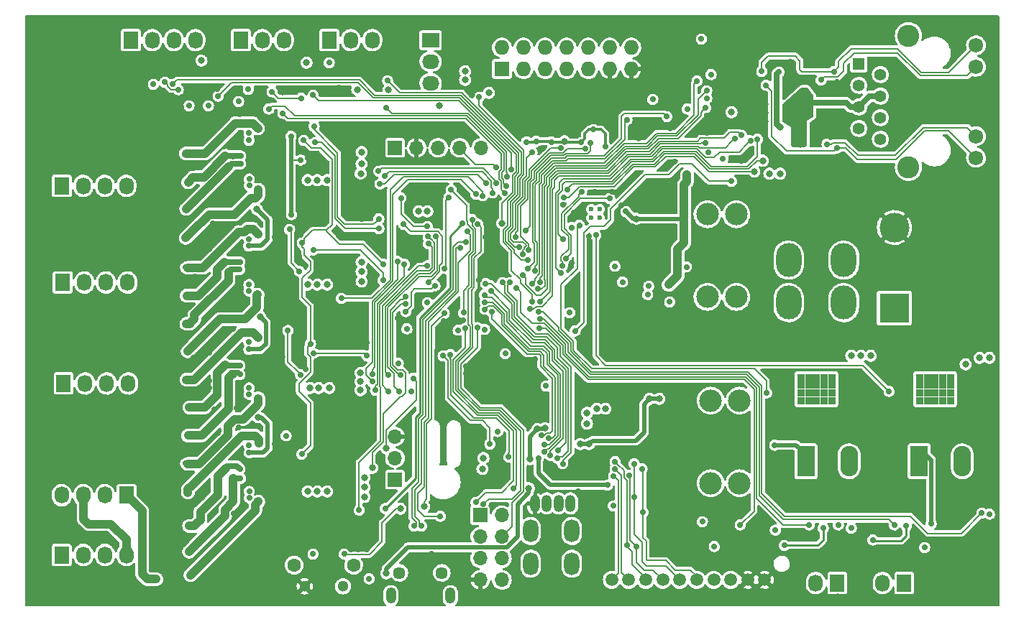
<source format=gbr>
%TF.GenerationSoftware,KiCad,Pcbnew,(6.0.2)*%
%TF.CreationDate,2022-04-18T10:54:01+08:00*%
%TF.ProjectId,BUDDY_v1.0.0,42554444-595f-4763-912e-302e302e6b69,v1.0.0*%
%TF.SameCoordinates,Original*%
%TF.FileFunction,Copper,L5,Inr*%
%TF.FilePolarity,Positive*%
%FSLAX46Y46*%
G04 Gerber Fmt 4.6, Leading zero omitted, Abs format (unit mm)*
G04 Created by KiCad (PCBNEW (6.0.2)) date 2022-04-18 10:54:01*
%MOMM*%
%LPD*%
G01*
G04 APERTURE LIST*
%TA.AperFunction,ComponentPad*%
%ADD10R,1.700000X1.700000*%
%TD*%
%TA.AperFunction,ComponentPad*%
%ADD11O,1.700000X1.700000*%
%TD*%
%TA.AperFunction,ComponentPad*%
%ADD12C,0.462500*%
%TD*%
%TA.AperFunction,ComponentPad*%
%ADD13R,1.727200X1.727200*%
%TD*%
%TA.AperFunction,ComponentPad*%
%ADD14O,1.727200X1.727200*%
%TD*%
%TA.AperFunction,ComponentPad*%
%ADD15C,1.500000*%
%TD*%
%TA.AperFunction,ComponentPad*%
%ADD16C,2.650000*%
%TD*%
%TA.AperFunction,ComponentPad*%
%ADD17C,1.450000*%
%TD*%
%TA.AperFunction,ComponentPad*%
%ADD18O,1.200000X1.900000*%
%TD*%
%TA.AperFunction,ComponentPad*%
%ADD19R,1.727200X2.032000*%
%TD*%
%TA.AperFunction,ComponentPad*%
%ADD20O,1.727200X2.032000*%
%TD*%
%TA.AperFunction,ComponentPad*%
%ADD21C,5.500000*%
%TD*%
%TA.AperFunction,ComponentPad*%
%ADD22R,2.100000X3.600000*%
%TD*%
%TA.AperFunction,ComponentPad*%
%ADD23O,2.100000X3.600000*%
%TD*%
%TA.AperFunction,ComponentPad*%
%ADD24R,0.900000X0.900000*%
%TD*%
%TA.AperFunction,ComponentPad*%
%ADD25C,1.300000*%
%TD*%
%TA.AperFunction,ComponentPad*%
%ADD26C,1.600000*%
%TD*%
%TA.AperFunction,ComponentPad*%
%ADD27O,1.200000X2.000000*%
%TD*%
%TA.AperFunction,ComponentPad*%
%ADD28O,1.800000X2.700000*%
%TD*%
%TA.AperFunction,ComponentPad*%
%ADD29R,2.032000X1.727200*%
%TD*%
%TA.AperFunction,ComponentPad*%
%ADD30O,2.032000X1.727200*%
%TD*%
%TA.AperFunction,ComponentPad*%
%ADD31O,3.000000X4.000000*%
%TD*%
%TA.AperFunction,ComponentPad*%
%ADD32C,1.400000*%
%TD*%
%TA.AperFunction,ComponentPad*%
%ADD33R,1.400000X1.400000*%
%TD*%
%TA.AperFunction,ComponentPad*%
%ADD34C,1.720000*%
%TD*%
%TA.AperFunction,ComponentPad*%
%ADD35C,2.600000*%
%TD*%
%TA.AperFunction,ComponentPad*%
%ADD36C,0.500000*%
%TD*%
%TA.AperFunction,ComponentPad*%
%ADD37C,0.600000*%
%TD*%
%TA.AperFunction,ComponentPad*%
%ADD38R,3.500000X3.500000*%
%TD*%
%TA.AperFunction,ComponentPad*%
%ADD39C,3.500000*%
%TD*%
%TA.AperFunction,ViaPad*%
%ADD40C,0.700000*%
%TD*%
%TA.AperFunction,ViaPad*%
%ADD41C,0.800000*%
%TD*%
%TA.AperFunction,Conductor*%
%ADD42C,0.300000*%
%TD*%
%TA.AperFunction,Conductor*%
%ADD43C,1.000000*%
%TD*%
%TA.AperFunction,Conductor*%
%ADD44C,0.500000*%
%TD*%
%TA.AperFunction,Conductor*%
%ADD45C,0.250000*%
%TD*%
%TA.AperFunction,Conductor*%
%ADD46C,0.150000*%
%TD*%
%TA.AperFunction,Conductor*%
%ADD47C,0.700000*%
%TD*%
%TA.AperFunction,Conductor*%
%ADD48C,0.200000*%
%TD*%
G04 APERTURE END LIST*
D10*
%TO.N,/CPU/SWCLK*%
%TO.C,J21*%
X129413000Y-75057000D03*
D11*
%TO.N,GND*%
X131953000Y-75057000D03*
%TO.N,/CPU/SWDIO*%
X134493000Y-75057000D03*
%TO.N,/CPU/NRST*%
X137033000Y-75057000D03*
%TO.N,/CPU/SWO*%
X139573000Y-75057000D03*
%TD*%
D12*
%TO.N,GND*%
%TO.C,U6*%
X114431500Y-114661500D03*
X113506500Y-111886500D03*
X113506500Y-112811500D03*
X115356500Y-112811500D03*
X116281500Y-112811500D03*
X116281500Y-113736500D03*
X114431500Y-113736500D03*
X116281500Y-111886500D03*
X115356500Y-113736500D03*
X115356500Y-114661500D03*
X113506500Y-114661500D03*
X113506500Y-113736500D03*
X114431500Y-112811500D03*
X115356500Y-111886500D03*
X114431500Y-111886500D03*
X116281500Y-114661500D03*
%TD*%
%TO.N,GND*%
%TO.C,U7*%
X115356500Y-101554500D03*
X116281500Y-101554500D03*
X115356500Y-100629500D03*
X115356500Y-99704500D03*
X114431500Y-101554500D03*
X116281500Y-100629500D03*
X116281500Y-102479500D03*
X115356500Y-102479500D03*
X116281500Y-99704500D03*
X114431500Y-99704500D03*
X113506500Y-99704500D03*
X113506500Y-102479500D03*
X113506500Y-101554500D03*
X113506500Y-100629500D03*
X114431500Y-100629500D03*
X114431500Y-102479500D03*
%TD*%
%TO.N,GND*%
%TO.C,U8*%
X116281500Y-77841500D03*
X115356500Y-75066500D03*
X115356500Y-77841500D03*
X113506500Y-75991500D03*
X116281500Y-75066500D03*
X115356500Y-76916500D03*
X115356500Y-75991500D03*
X113506500Y-77841500D03*
X114431500Y-75991500D03*
X114431500Y-75066500D03*
X114431500Y-77841500D03*
X113506500Y-76916500D03*
X114431500Y-76916500D03*
X116281500Y-75991500D03*
X113506500Y-75066500D03*
X116281500Y-76916500D03*
%TD*%
%TO.N,GND*%
%TO.C,U9*%
X115356500Y-87512500D03*
X113506500Y-90287500D03*
X116281500Y-89362500D03*
X113506500Y-88437500D03*
X115356500Y-90287500D03*
X116281500Y-87512500D03*
X114431500Y-87512500D03*
X114431500Y-89362500D03*
X115356500Y-88437500D03*
X113506500Y-89362500D03*
X114431500Y-90287500D03*
X113506500Y-87512500D03*
X114431500Y-88437500D03*
X116281500Y-88437500D03*
X115356500Y-89362500D03*
X116281500Y-90287500D03*
%TD*%
D13*
%TO.N,Net-(C63-Pad1)*%
%TO.C,J8*%
X141986000Y-65786000D03*
D14*
%TO.N,Net-(J8-Pad2)*%
X141986000Y-63246000D03*
%TO.N,Net-(J8-Pad3)*%
X144526000Y-65786000D03*
%TO.N,Net-(J8-Pad4)*%
X144526000Y-63246000D03*
%TO.N,Net-(J8-Pad5)*%
X147066000Y-65786000D03*
%TO.N,Net-(J8-Pad6)*%
X147066000Y-63246000D03*
%TO.N,Net-(J8-Pad7)*%
X149606000Y-65786000D03*
%TO.N,Net-(J8-Pad8)*%
X149606000Y-63246000D03*
%TO.N,Net-(J8-Pad9)*%
X152146000Y-65786000D03*
%TO.N,Net-(J8-Pad10)*%
X152146000Y-63246000D03*
%TO.N,GND*%
X154686000Y-65786000D03*
%TO.N,Net-(J8-Pad12)*%
X154686000Y-63246000D03*
%TO.N,GND*%
X157226000Y-65786000D03*
%TO.N,Net-(J8-Pad14)*%
X157226000Y-63246000D03*
%TD*%
D10*
%TO.N,+3V3*%
%TO.C,J1*%
X129413000Y-114173000D03*
D11*
%TO.N,Net-(J1-Pad2)*%
X129413000Y-111633000D03*
%TO.N,GND*%
X129413000Y-109093000D03*
%TD*%
D15*
%TO.N,/CPU/PE0*%
%TO.C,J23*%
X154940000Y-125984000D03*
%TO.N,/CPU/PB5*%
X156940000Y-125984000D03*
%TO.N,/CPU/TX_1*%
X158940000Y-125984000D03*
%TO.N,/CPU/RX_1*%
X160940000Y-125984000D03*
%TO.N,/CPU/SCL*%
X162940000Y-125984000D03*
%TO.N,/CPU/SDA*%
X164940000Y-125984000D03*
%TO.N,Net-(J23-Pad7)*%
X166940000Y-125984000D03*
X168940000Y-125984000D03*
%TO.N,GND*%
X170940000Y-125984000D03*
X172940000Y-125984000D03*
%TD*%
D10*
%TO.N,/CPU/PC6_ESP-Rx*%
%TO.C,J10*%
X139446000Y-118364000D03*
D11*
%TO.N,+3V3*%
X141986000Y-118364000D03*
%TO.N,/CPU/PE6_ESP-GPIO0*%
X139446000Y-120904000D03*
%TO.N,/CPU/PC13_ESP-RST*%
X141986000Y-120904000D03*
%TO.N,unconnected-(J10-Pad5)*%
X139446000Y-123444000D03*
%TO.N,+3V3*%
X141986000Y-123444000D03*
%TO.N,GND*%
X139446000Y-125984000D03*
%TO.N,/CPU/PC7_ESP-Tx*%
X141986000Y-125984000D03*
%TD*%
D16*
%TO.N,+24VMOT*%
%TO.C,F3*%
X169594000Y-82887000D03*
X166194000Y-82887000D03*
%TO.N,Net-(C26-Pad1)*%
X169594000Y-92627000D03*
X166194000Y-92627000D03*
%TD*%
D17*
%TO.N,Net-(J2-Pad6)*%
%TO.C,J2*%
X134926000Y-125160000D03*
D18*
X135926000Y-127860000D03*
X128926000Y-127860000D03*
D17*
X129926000Y-125160000D03*
%TD*%
D19*
%TO.N,Net-(J7-Pad1)*%
%TO.C,J7*%
X98298000Y-62357000D03*
D20*
%TO.N,Net-(J7-Pad2)*%
X100838000Y-62357000D03*
%TO.N,Net-(J7-Pad3)*%
X103378000Y-62357000D03*
%TO.N,Net-(J7-Pad4)*%
X105918000Y-62357000D03*
%TD*%
D19*
%TO.N,Net-(J9-Pad1)*%
%TO.C,J9*%
X111252000Y-62357000D03*
D20*
%TO.N,Net-(J9-Pad2)*%
X113792000Y-62357000D03*
%TO.N,Net-(J9-Pad3)*%
X116332000Y-62357000D03*
%TD*%
D21*
%TO.N,GND*%
%TO.C,J17*%
X100702000Y-71285000D03*
%TD*%
%TO.N,GND*%
%TO.C,J18*%
X112702000Y-124285000D03*
%TD*%
%TO.N,GND*%
%TO.C,J19*%
X195702000Y-124285000D03*
%TD*%
D19*
%TO.N,Net-(L1-Pad2)*%
%TO.C,P1*%
X121666000Y-62357000D03*
D20*
%TO.N,Net-(C51-Pad1)*%
X124206000Y-62357000D03*
%TO.N,Net-(D5-Pad1)*%
X126746000Y-62357000D03*
%TD*%
D19*
%TO.N,Net-(P3-Pad1)*%
%TO.C,P3*%
X181483000Y-126365000D03*
D20*
%TO.N,Net-(L5-Pad2)*%
X178943000Y-126365000D03*
%TD*%
D19*
%TO.N,Net-(P4-Pad1)*%
%TO.C,P4*%
X189357000Y-126365000D03*
D20*
%TO.N,Net-(L6-Pad2)*%
X186817000Y-126365000D03*
%TD*%
D22*
%TO.N,Net-(D12-Pad2)*%
%TO.C,P5*%
X177800000Y-112014000D03*
D23*
%TO.N,24V2*%
X182880000Y-112014000D03*
%TD*%
D22*
%TO.N,Net-(D14-Pad2)*%
%TO.C,P6*%
X191135000Y-112014000D03*
D23*
%TO.N,24V2*%
X196215000Y-112014000D03*
%TD*%
D19*
%TO.N,Net-(C68-Pad2)*%
%TO.C,P8*%
X90390000Y-102838000D03*
D20*
%TO.N,Net-(C69-Pad2)*%
X92930000Y-102838000D03*
%TO.N,Net-(C70-Pad2)*%
X95470000Y-102838000D03*
%TO.N,Net-(C71-Pad2)*%
X98010000Y-102838000D03*
%TD*%
D19*
%TO.N,Net-(C94-Pad2)*%
%TO.C,P9*%
X90170000Y-79538000D03*
D20*
%TO.N,Net-(C95-Pad2)*%
X92710000Y-79538000D03*
%TO.N,Net-(C96-Pad2)*%
X95250000Y-79538000D03*
%TO.N,Net-(C97-Pad2)*%
X97790000Y-79538000D03*
%TD*%
D19*
%TO.N,Net-(C98-Pad2)*%
%TO.C,P10*%
X90290000Y-90938000D03*
D20*
%TO.N,Net-(C99-Pad2)*%
X92830000Y-90938000D03*
%TO.N,Net-(C100-Pad2)*%
X95370000Y-90938000D03*
%TO.N,Net-(C101-Pad2)*%
X97910000Y-90938000D03*
%TD*%
D24*
%TO.N,Net-(D12-Pad2)*%
%TO.C,Q3*%
X180827000Y-103055000D03*
X180827000Y-102155000D03*
X177227000Y-103955000D03*
X179927000Y-104855000D03*
X178127000Y-102155000D03*
X177227000Y-102155000D03*
X179027000Y-103955000D03*
X177227000Y-104855000D03*
X180827000Y-103955000D03*
X178127000Y-104855000D03*
X179027000Y-103055000D03*
X179927000Y-103955000D03*
X178127000Y-103055000D03*
X179927000Y-102155000D03*
X180827000Y-104855000D03*
X179027000Y-104855000D03*
X178127000Y-103955000D03*
X179027000Y-102155000D03*
X179927000Y-103055000D03*
X177227000Y-103055000D03*
%TD*%
%TO.N,Net-(D14-Pad2)*%
%TO.C,Q4*%
X194797000Y-103955000D03*
X193897000Y-103055000D03*
X191197000Y-103055000D03*
X194797000Y-102155000D03*
X193897000Y-104855000D03*
X192097000Y-104855000D03*
X192997000Y-102155000D03*
X191197000Y-103955000D03*
X192097000Y-103055000D03*
X192997000Y-103055000D03*
X194797000Y-103055000D03*
X192097000Y-103955000D03*
X191197000Y-104855000D03*
X193897000Y-103955000D03*
X192997000Y-104855000D03*
X191197000Y-102155000D03*
X192097000Y-102155000D03*
X192997000Y-103955000D03*
X194797000Y-104855000D03*
X193897000Y-102155000D03*
%TD*%
D25*
%TO.N,Net-(C108-Pad1)*%
%TO.C,SW1*%
X123291600Y-126746000D03*
%TO.N,GND*%
X118770400Y-126746000D03*
D26*
%TO.N,N/C*%
X124536200Y-124256800D03*
X117525800Y-124256800D03*
%TD*%
D27*
%TO.N,Net-(C115-Pad1)*%
%TO.C,J20*%
X150055000Y-116969000D03*
%TO.N,USB-HS_N*%
X148655000Y-116969000D03*
%TO.N,USB-HS_P*%
X147255000Y-116969000D03*
%TO.N,GND*%
X145855000Y-116969000D03*
D28*
%TO.N,Net-(J20-Pad5)*%
X145385000Y-124079000D03*
X150225000Y-124079000D03*
X145385000Y-120239000D03*
X150225000Y-120239000D03*
%TD*%
D29*
%TO.N,Net-(L2-Pad2)*%
%TO.C,P2*%
X133604000Y-62357000D03*
D30*
%TO.N,Net-(C62-Pad1)*%
X133604000Y-64897000D03*
%TO.N,Net-(D6-Pad1)*%
X133604000Y-67437000D03*
%TD*%
D31*
%TO.N,+24V*%
%TO.C,J5*%
X175768000Y-93305000D03*
X175768000Y-88305000D03*
%TD*%
%TO.N,Net-(J4-Pad1)*%
%TO.C,J4*%
X182252000Y-93305000D03*
X182252000Y-88305000D03*
%TD*%
D32*
%TO.N,/ETHERNET/TD_P*%
%TO.C,J3*%
X186563000Y-74046000D03*
%TO.N,/ETHERNET/TD_N*%
X184023000Y-72776000D03*
%TO.N,/ETHERNET/RD_P*%
X186563000Y-71506000D03*
%TO.N,Net-(C102-Pad1)*%
X184023000Y-70236000D03*
X186563000Y-68966000D03*
%TO.N,/ETHERNET/RD_N*%
X184023000Y-67696000D03*
%TO.N,N/C*%
X186563000Y-66426000D03*
D33*
%TO.N,Net-(J3-Pad13)*%
X184023000Y-65156000D03*
D34*
%TO.N,/ETHERNET/ETH_LED2*%
X197813000Y-76221000D03*
%TO.N,Net-(J3-Pad10)*%
X197813000Y-73681000D03*
%TO.N,Net-(J3-Pad11)*%
X197813000Y-65511000D03*
%TO.N,/ETHERNET/ETH_LED1*%
X197813000Y-62971000D03*
D35*
%TO.N,Net-(J3-Pad13)*%
X189863000Y-77341000D03*
X189863000Y-61851000D03*
%TD*%
D21*
%TO.N,GND*%
%TO.C,J16*%
X179782000Y-81285000D03*
%TD*%
D36*
%TO.N,GND*%
%TO.C,U1*%
X172178000Y-69950000D03*
X173158000Y-70930000D03*
X171198000Y-69950000D03*
X171198000Y-70930000D03*
X173158000Y-71910000D03*
X171198000Y-71910000D03*
X172178000Y-70930000D03*
X172178000Y-71910000D03*
X173158000Y-69950000D03*
%TD*%
D37*
%TO.N,N/C*%
%TO.C,U5*%
X152535000Y-83304000D03*
X152535000Y-82304000D03*
X153535000Y-82304000D03*
X153535000Y-83304000D03*
%TD*%
D16*
%TO.N,24V2*%
%TO.C,F1*%
X166575000Y-114598000D03*
X169975000Y-114598000D03*
%TO.N,+24V*%
X169975000Y-104858000D03*
X166575000Y-104858000D03*
%TD*%
D12*
%TO.N,GND*%
%TO.C,*%
X158619711Y-88625317D03*
%TD*%
D38*
%TO.N,Net-(J4-Pad1)*%
%TO.C,U99*%
X188200000Y-93950000D03*
D39*
%TO.N,GND*%
X188200000Y-84450000D03*
%TD*%
D12*
%TO.N,GND*%
%TO.C,*%
X160381500Y-88625317D03*
%TD*%
%TO.N,GND*%
%TO.C,*%
X158616342Y-89375317D03*
%TD*%
D19*
%TO.N,Net-(C64-Pad2)*%
%TO.C,P7*%
X97800000Y-116010000D03*
D20*
%TO.N,Net-(P7-Pad2)*%
X95260000Y-116010000D03*
%TO.N,Net-(P7-Pad3)*%
X92720000Y-116010000D03*
%TO.N,Net-(C67-Pad2)*%
X90180000Y-116010000D03*
%TD*%
D12*
%TO.N,GND*%
%TO.C,*%
X159500000Y-89375317D03*
%TD*%
%TO.N,GND*%
%TO.C,*%
X159500000Y-88625317D03*
%TD*%
%TO.N,GND*%
%TO.C,*%
X160378131Y-89375317D03*
%TD*%
D19*
%TO.N,Net-(P7-Pad2)*%
%TO.C,P99*%
X90180000Y-123048000D03*
D20*
%TO.N,Net-(C65-Pad2)*%
X92720000Y-123048000D03*
%TO.N,Net-(C66-Pad2)*%
X95260000Y-123048000D03*
%TO.N,Net-(P7-Pad3)*%
X97800000Y-123048000D03*
%TD*%
D40*
%TO.N,+5V*%
X110998000Y-69596000D03*
D41*
X163775055Y-78245070D03*
X134620000Y-70104000D03*
D40*
X161758425Y-93233259D03*
D41*
X157802610Y-83417180D03*
D40*
X152781000Y-72898000D03*
D41*
X160528000Y-104648000D03*
D40*
X162739181Y-90112031D03*
D41*
X163675275Y-79168031D03*
D40*
X147828000Y-74367070D03*
X151337800Y-74431659D03*
D41*
X118999000Y-65024000D03*
D40*
X162202866Y-90642110D03*
X112141477Y-68168990D03*
D41*
X145288000Y-111760000D03*
X159385008Y-104648000D03*
X146177000Y-108204000D03*
X152273000Y-109982000D03*
X137668000Y-67056000D03*
D40*
X121666000Y-65024000D03*
D41*
X106628536Y-64777352D03*
D40*
X107442000Y-70104000D03*
X156591000Y-82550000D03*
X144899984Y-74365641D03*
X154178000Y-74930000D03*
X163719527Y-89095464D03*
D41*
X147095043Y-108108674D03*
D40*
X161616661Y-91203370D03*
X163830000Y-70485000D03*
D41*
X149352000Y-74295000D03*
X151257000Y-109982000D03*
X140462000Y-68580000D03*
D40*
X146050000Y-74295000D03*
D41*
X137668000Y-66040000D03*
X128651000Y-68199000D03*
X163450771Y-80082677D03*
X124968000Y-68199000D03*
D40*
%TO.N,GND*%
X114474651Y-104402137D03*
X118131400Y-100092000D03*
X118891400Y-88941500D03*
X118891400Y-101131500D03*
X118366540Y-109735620D03*
X115273460Y-109944540D03*
X118131400Y-87902000D03*
X118132000Y-112275000D03*
X118892000Y-113314500D03*
X118182000Y-114005000D03*
X114474651Y-116582137D03*
X115273460Y-85574540D03*
X115273460Y-97764540D03*
X118366540Y-72915620D03*
X115273460Y-73124540D03*
X118366540Y-97555620D03*
X117856000Y-106934000D03*
X118237000Y-94869000D03*
X130556000Y-85598000D03*
X162560000Y-119761000D03*
X140081000Y-85598000D03*
X139319000Y-90678000D03*
X125476000Y-82169000D03*
X169257000Y-62929000D03*
X171924000Y-62421000D03*
X176496000Y-63183000D03*
D41*
X161544000Y-110871000D03*
X160528000Y-109347000D03*
X160528000Y-110490000D03*
X167386000Y-61595000D03*
D40*
X143383000Y-103632000D03*
X162306000Y-76708000D03*
X170053000Y-78613000D03*
X162052000Y-79756000D03*
X104394000Y-64897000D03*
X126043990Y-98044000D03*
X105971119Y-116422613D03*
X97261203Y-128431125D03*
X104267000Y-70231000D03*
X166116000Y-73324967D03*
X125984000Y-110363000D03*
X106627000Y-73336000D03*
D41*
X199500000Y-128000000D03*
D40*
X165862000Y-64896986D03*
X107618496Y-64635930D03*
X94000000Y-60660000D03*
X86650000Y-114413044D03*
X86650000Y-79978264D03*
X109093000Y-71247000D03*
X113661203Y-128431125D03*
X101347000Y-84085000D03*
X100800000Y-124800000D03*
X168148000Y-66294000D03*
D41*
X154000000Y-60500000D03*
X196850000Y-60325000D03*
D40*
X110302393Y-96435393D03*
X126365000Y-72263000D03*
D41*
X131064000Y-82550000D03*
D40*
X107922000Y-71750000D03*
D41*
X120000000Y-60500000D03*
D40*
X100500000Y-107300000D03*
X180721000Y-73787000D03*
X86650000Y-128186960D03*
X101312000Y-87375000D03*
X122809000Y-67945000D03*
X161544000Y-128016000D03*
X87000000Y-63300000D03*
X130556000Y-120269000D03*
X101277941Y-80270012D03*
X86650000Y-84569568D03*
X86650000Y-119004348D03*
X86650000Y-89160872D03*
X182245000Y-70993000D03*
D41*
X170815000Y-60452000D03*
D40*
X93161203Y-128431125D03*
D41*
X153976326Y-113722904D03*
D40*
X125916990Y-97207740D03*
D41*
X168021000Y-60452000D03*
D40*
X105807000Y-91165000D03*
X142112998Y-104058663D03*
X169545000Y-128016000D03*
X101523000Y-113919000D03*
X118329015Y-85327797D03*
X199390000Y-64262000D03*
X126111000Y-122428000D03*
X110415560Y-118161290D03*
D41*
X139000000Y-60500000D03*
D40*
X101361203Y-128431125D03*
X86650000Y-109821740D03*
D41*
X178878932Y-124114383D03*
D40*
X177927000Y-65354000D03*
X88050000Y-60660000D03*
X154559000Y-128016000D03*
X105717000Y-77450000D03*
X100900000Y-120900000D03*
X156045094Y-81877094D03*
D41*
X188250000Y-124000000D03*
X199500000Y-94000000D03*
D40*
X119159953Y-76242947D03*
X156845000Y-68961000D03*
D41*
X158750000Y-71882000D03*
D40*
X125095000Y-72263000D03*
X141097000Y-101219000D03*
D41*
X164250000Y-103250000D03*
X157000000Y-60500000D03*
D40*
X164000000Y-94300000D03*
X107559893Y-99177893D03*
D41*
X199390000Y-60325000D03*
X196500000Y-128000000D03*
D40*
X125476000Y-83439000D03*
X164211000Y-128016000D03*
X126873000Y-123825000D03*
X86650000Y-107526088D03*
X151003000Y-115570000D03*
X150241000Y-88646000D03*
X199644000Y-119253000D03*
X106226886Y-70430114D03*
X101459000Y-110617000D03*
D41*
X108077000Y-94234000D03*
D40*
X133731000Y-122936000D03*
X101000000Y-118400000D03*
D41*
X104500000Y-60500000D03*
D40*
X137468375Y-80518000D03*
X137033000Y-123063000D03*
D41*
X199500000Y-85000000D03*
D40*
X107952000Y-83950000D03*
D41*
X160000000Y-60500000D03*
D40*
X101152000Y-77480000D03*
X170180000Y-76629957D03*
X199390000Y-71120000D03*
X86650000Y-91456524D03*
X199390000Y-73025000D03*
X86650000Y-121300000D03*
D41*
X160528000Y-71882000D03*
D40*
X107551393Y-87046393D03*
X156800000Y-128016000D03*
X199390000Y-66675000D03*
X174500000Y-128000000D03*
X86650000Y-105230436D03*
X101452000Y-121600000D03*
X141986000Y-71755000D03*
D41*
X165100000Y-60452000D03*
X99500000Y-60500000D03*
D40*
X199390000Y-68707000D03*
D41*
X147500000Y-60500000D03*
D40*
X112141000Y-64897000D03*
X180721000Y-70993000D03*
D41*
X194183000Y-60325000D03*
D40*
X181483000Y-67306011D03*
X125095000Y-85598000D03*
D41*
X157988000Y-72771000D03*
D40*
X108437792Y-68123832D03*
X124174010Y-110417726D03*
X154984408Y-80230090D03*
D41*
X112500000Y-60500000D03*
D40*
X152213010Y-85479536D03*
X145923000Y-99949000D03*
X124206000Y-122428000D03*
X101542000Y-104010000D03*
X107962000Y-98225000D03*
X126037337Y-109488620D03*
X100500000Y-100700000D03*
X101500000Y-117700000D03*
D41*
X194183000Y-128143000D03*
X153035000Y-116205000D03*
X151000000Y-60500000D03*
D40*
X111007372Y-108050049D03*
X135001000Y-102362000D03*
D41*
X179500000Y-123250000D03*
D40*
X124096221Y-98026779D03*
X101497000Y-100700000D03*
X166878000Y-128016000D03*
X126111000Y-121539000D03*
X106689756Y-116348016D03*
D41*
X189250000Y-123000000D03*
D40*
X114370310Y-92232458D03*
X110617000Y-81153000D03*
D41*
X185039000Y-120523000D03*
D40*
X105882000Y-90265000D03*
D41*
X102000000Y-60500000D03*
D40*
X124968000Y-98044000D03*
X108171607Y-105934607D03*
X107502000Y-103360000D03*
D41*
X131572000Y-81026000D03*
X117500000Y-60500000D03*
X144500000Y-60500000D03*
X158090798Y-73923990D03*
D40*
X86650000Y-116708696D03*
X86650000Y-123595652D03*
D41*
X176911000Y-60452000D03*
D40*
X124042784Y-85527341D03*
X86650000Y-98343480D03*
X101392000Y-127510000D03*
D41*
X179832000Y-60452000D03*
D40*
X86650000Y-102934784D03*
X149225000Y-81788000D03*
X126110992Y-85598000D03*
X101371000Y-81200000D03*
X125095000Y-110363000D03*
X151003000Y-72263000D03*
X108022000Y-118145000D03*
D41*
X162687000Y-60452000D03*
X187750000Y-123000000D03*
X179324000Y-73533000D03*
D40*
X105461203Y-128431125D03*
D41*
X191770000Y-60325000D03*
D40*
X100200000Y-104100000D03*
X152934655Y-80226707D03*
D41*
X199500000Y-125000000D03*
D40*
X86650000Y-112117392D03*
X199390000Y-62484000D03*
X101552000Y-107320000D03*
X100400000Y-90900000D03*
X143256004Y-99822000D03*
D41*
X199500000Y-82000000D03*
D40*
X167132000Y-120777000D03*
D41*
X97000000Y-60500000D03*
X133000000Y-60500000D03*
D40*
X119729102Y-82293455D03*
D41*
X164222506Y-105000000D03*
D40*
X118456417Y-75149820D03*
X103200000Y-115200000D03*
X101502000Y-90850000D03*
X105687000Y-99810000D03*
X180400000Y-68100000D03*
X199390000Y-74930000D03*
X108531990Y-108651828D03*
X86650000Y-93752176D03*
X166115984Y-71247000D03*
D41*
X116205006Y-68453000D03*
D40*
X150622000Y-95250000D03*
X105662000Y-74600000D03*
X147320000Y-72898000D03*
D41*
X181500000Y-128000000D03*
D40*
X152527000Y-128016000D03*
D41*
X176022000Y-120269000D03*
D40*
X86650000Y-86865220D03*
X89061203Y-128431125D03*
X107502000Y-102510000D03*
X146818596Y-75190596D03*
X137795000Y-100838000D03*
D41*
X162814000Y-110871000D03*
X161798000Y-72747891D03*
X140843000Y-117221000D03*
D40*
X110794886Y-105747886D03*
D41*
X173609000Y-60452000D03*
X199500000Y-122500000D03*
D40*
X110490000Y-94107000D03*
D41*
X199500000Y-97000000D03*
D40*
X162560000Y-70993000D03*
X118692000Y-77345000D03*
D41*
X188000000Y-128000000D03*
D40*
X86650000Y-82273916D03*
X135108592Y-95461917D03*
D41*
X158114614Y-73923990D03*
X107950000Y-81661000D03*
D40*
X101567000Y-94466000D03*
X159131000Y-128016000D03*
X87000000Y-69500000D03*
D41*
X125000000Y-60500000D03*
D40*
X125730000Y-96139008D03*
X150495000Y-82677000D03*
D41*
X128396986Y-60452000D03*
D40*
X86650000Y-125891304D03*
D41*
X138465174Y-68803392D03*
D40*
X87000000Y-60650000D03*
X100500000Y-77000000D03*
X171831000Y-128016000D03*
D41*
X122500000Y-60500000D03*
D40*
X176022000Y-67056000D03*
D41*
X187198000Y-60325000D03*
X136000000Y-60500000D03*
D40*
X125095000Y-122428000D03*
X122181257Y-72602300D03*
D41*
X172720000Y-120650000D03*
X199500000Y-91000000D03*
D40*
X134342001Y-83542001D03*
X121158000Y-122809000D03*
X101680000Y-97655000D03*
X106701000Y-76892000D03*
X163018173Y-93207464D03*
X114474651Y-79994010D03*
X135763000Y-123825000D03*
X111147000Y-83850000D03*
X105662000Y-111150000D03*
X168909996Y-67691000D03*
X199517000Y-77089000D03*
X105772000Y-110320000D03*
X86650000Y-75386960D03*
X164750000Y-88610000D03*
X174625000Y-76200000D03*
D41*
X107000000Y-60500000D03*
X147320000Y-112395000D03*
D40*
X144212010Y-73025000D03*
D41*
X178250000Y-123250000D03*
D40*
X175949586Y-64931990D03*
X126111000Y-120396000D03*
D41*
X139954000Y-114427000D03*
D40*
X86650000Y-100639132D03*
X180213000Y-77724000D03*
D41*
X115000000Y-60500000D03*
D40*
X111117000Y-71090000D03*
X173736002Y-76200002D03*
X175895000Y-67945000D03*
X128143000Y-126365000D03*
X146050000Y-103378000D03*
X101452000Y-124345000D03*
X179324000Y-68199000D03*
D41*
X110000000Y-60500000D03*
X97000000Y-64500000D03*
D40*
X137735010Y-101646185D03*
D41*
X183007000Y-60452000D03*
X178000000Y-128000000D03*
D40*
X129721098Y-95123000D03*
X109561203Y-128431125D03*
X86650000Y-77682612D03*
D41*
X185000000Y-128000000D03*
D40*
X137409488Y-95356418D03*
X155214474Y-90341304D03*
X154487852Y-72344116D03*
X141725040Y-109668010D03*
D41*
X141500000Y-60500000D03*
D40*
X162433730Y-67323979D03*
X86650000Y-96047828D03*
X87000000Y-66650000D03*
X105604000Y-87132000D03*
X181737000Y-77470000D03*
X166497000Y-119507000D03*
D41*
X199500000Y-79000000D03*
D40*
%TO.N,+3V3*%
X117162580Y-73705560D03*
X118157000Y-89630000D03*
X191770000Y-122174000D03*
X168021000Y-76327000D03*
X150241000Y-84455000D03*
X119761000Y-122936000D03*
X126365000Y-125857000D03*
X155126990Y-117261796D03*
X181610000Y-119507000D03*
X159766000Y-69342000D03*
X131318000Y-103759000D03*
D41*
X153162000Y-105809010D03*
D40*
X116592004Y-109005000D03*
D41*
X139700000Y-112903000D03*
D40*
X116802000Y-96580000D03*
X117002000Y-84685000D03*
X183134000Y-119888000D03*
X100965000Y-67564000D03*
D41*
X173482000Y-78105000D03*
D40*
X165481989Y-62230000D03*
X139958760Y-96460010D03*
X136846010Y-96559909D03*
X118326587Y-76509587D03*
X167005000Y-122047000D03*
D41*
X154178000Y-105809010D03*
D40*
X166257825Y-75624990D03*
X166624000Y-66421000D03*
X130810000Y-96393000D03*
D41*
X139827000Y-111633000D03*
X132207000Y-82550000D03*
X169037006Y-70866000D03*
D40*
X174179278Y-120131266D03*
X117221000Y-82931000D03*
X129794000Y-100457000D03*
D41*
X152019000Y-106299000D03*
X133223000Y-82550000D03*
D40*
X149987000Y-94488000D03*
D41*
X152019000Y-107569000D03*
D40*
X118291379Y-101791258D03*
X142388222Y-99316013D03*
X166116000Y-69215000D03*
X199390000Y-118237000D03*
X141500000Y-108500000D03*
X165608000Y-119126000D03*
X147193000Y-103124000D03*
X105156000Y-70104000D03*
D41*
X174752000Y-78104994D03*
D40*
%TO.N,Net-(C130-Pad1)*%
X156205795Y-90878834D03*
X159161637Y-92366299D03*
%TO.N,/CPU/PA8_Z-MIN*%
X108585000Y-68961000D03*
D41*
X142024022Y-83949817D03*
%TO.N,Net-(C102-Pad1)*%
X177165000Y-74676000D03*
D40*
X175387000Y-70866000D03*
X177673000Y-68326000D03*
X177869970Y-70866000D03*
X176657000Y-73279000D03*
D41*
X174752000Y-72644000D03*
D40*
X174625000Y-66132010D03*
%TO.N,/CPU/PA3_BED_MON*%
X146420058Y-96339963D03*
X170053000Y-119507000D03*
%TO.N,/CPU/PE10_FAN-0-TACH*%
X128545355Y-67150968D03*
X145034000Y-88265000D03*
%TO.N,Net-(D7-Pad3)*%
X175260000Y-121920000D03*
X179832000Y-119888000D03*
%TO.N,Net-(D8-Pad3)*%
X189611000Y-119634000D03*
X185674000Y-121285000D03*
D41*
%TO.N,Net-(D12-Pad2)*%
X183134000Y-99568000D03*
D40*
X174117000Y-110109000D03*
D41*
X185420000Y-99568000D03*
X184277000Y-99568000D03*
%TO.N,Net-(D14-Pad2)*%
X196596000Y-100584000D03*
X199390000Y-99822000D03*
D40*
X192535152Y-119373695D03*
D41*
X198247000Y-99822000D03*
D40*
%TO.N,Net-(D21-Pad3)*%
X103886000Y-68199000D03*
X102313570Y-67308567D03*
%TO.N,/ETHERNET/ETH_LED2*%
X181483000Y-75057000D03*
X173101000Y-67691000D03*
%TO.N,/ETHERNET/ETH_LED1*%
X172593000Y-66040000D03*
X181102000Y-66074990D03*
%TO.N,/CPU/PE14_FAN-1-TACH*%
X144020033Y-86744414D03*
X139319000Y-69088000D03*
%TO.N,FAN-0-5V*%
X119769272Y-68845277D03*
X143101034Y-77593893D03*
%TO.N,FAN-1-5V*%
X142618474Y-78443521D03*
X128398428Y-70358015D03*
%TO.N,/CPU/PB4_FILAMENT_SENSOR*%
X127508000Y-83439000D03*
X114935000Y-68453000D03*
X119888000Y-72517000D03*
X130429000Y-84074000D03*
X133345500Y-90945578D03*
X118364000Y-69214994D03*
%TO.N,/CPU/PE13_LCD-SW3*%
X151806252Y-75163389D03*
X145161000Y-87114988D03*
%TO.N,HEAT-0-5V*%
X151130000Y-84201000D03*
X173156992Y-103932992D03*
%TO.N,BED-HEAT-5V*%
X187579000Y-103759000D03*
X153054373Y-85358586D03*
%TO.N,Net-(R100-Pad2)*%
X155310446Y-89021781D03*
X159289133Y-91365732D03*
%TO.N,/CPU/PE15_LCD-SW2*%
X148922585Y-75085964D03*
X143629989Y-85561024D03*
%TO.N,/CPU/PE12_LCD-SW1*%
X144471470Y-87627757D03*
X145542000Y-75578979D03*
%TO.N,/CPU/PC3_MOSI2*%
X145855990Y-89537387D03*
X156718000Y-71755000D03*
%TO.N,/CPU/BOOT0*%
X133220646Y-93310112D03*
X130636828Y-93466985D03*
D41*
X126746000Y-112776000D03*
D40*
%TO.N,/CPU/PC2_MISO2*%
X145033666Y-89322204D03*
X161417000Y-71374000D03*
%TO.N,/CPU/PA0_BUZZER*%
X164973000Y-67183000D03*
X145542000Y-91059000D03*
%TO.N,/CPU/PC7_ESP-Tx*%
X143383000Y-115189000D03*
X138487712Y-83515980D03*
%TO.N,/CPU/PC13_ESP-RST*%
X139131687Y-96252330D03*
%TO.N,/CPU/PE6_ESP-GPIO0*%
X137667406Y-96341208D03*
X138938000Y-116840000D03*
%TO.N,/CPU/PC6_ESP-Rx*%
X139827000Y-117094000D03*
X139155528Y-84047561D03*
%TO.N,/CPU/SCL*%
X157607000Y-116205000D03*
X157569382Y-112302324D03*
X140001764Y-94094454D03*
X147499831Y-109321420D03*
%TO.N,/CPU/SDA*%
X146686405Y-108967405D03*
X140848689Y-94421101D03*
X158496000Y-112903000D03*
X158623006Y-117983000D03*
%TO.N,/CPU/PC4_ETH_RMII_RXD0*%
X165989000Y-70358000D03*
X146191999Y-91700272D03*
%TO.N,/CPU/PC5_ETH_RMII_RXD1*%
X166116000Y-68326000D03*
X146490744Y-90896125D03*
%TO.N,/CPU/PA7_ETH_RMII_CRS_DV*%
X165974378Y-74474979D03*
X146488545Y-93184147D03*
%TO.N,/CPU/PA2_ETH_RMII_MDIO*%
X145272933Y-94021709D03*
X169398382Y-73981178D03*
%TO.N,/CPU/PA1_ETH_RMII_REF_CLK*%
X150622000Y-96647000D03*
X169037000Y-78994000D03*
%TO.N,/CPU/PE9_FAN-1*%
X149106085Y-88987493D03*
X151384000Y-80264000D03*
%TO.N,/CPU/PE11_FAN-0*%
X154686000Y-81026000D03*
X149577252Y-88115002D03*
%TO.N,/CPU/PD5_MOT-UART*%
X119466401Y-98150599D03*
X118662000Y-74180000D03*
X118487000Y-86235000D03*
X118422000Y-111170000D03*
X128016000Y-88773000D03*
%TO.N,Net-(C21-Pad1)*%
X154432000Y-114808000D03*
X146304000Y-111633000D03*
%TO.N,/CPU/PA9_USB-FS-VBUS*%
X128257871Y-117576327D03*
X137368019Y-83976233D03*
D41*
%TO.N,Net-(C87-Pad1)*%
X128397000Y-125222000D03*
X145161000Y-115189000D03*
D40*
%TO.N,+24VMOT*%
X112252760Y-116306600D03*
X112247680Y-115552220D03*
X112229900Y-110152180D03*
X112232760Y-104126600D03*
X112209900Y-97972180D03*
X112227680Y-103372220D03*
D41*
X120269000Y-91186000D03*
X119126000Y-91186000D03*
X121411998Y-78867000D03*
X119126000Y-78867000D03*
X120269000Y-78867000D03*
D40*
X112229900Y-110995460D03*
D41*
X113284000Y-106807000D03*
X119380000Y-103378000D03*
X125358990Y-103632000D03*
X125358990Y-102616000D03*
X120396004Y-103377996D03*
D40*
X112212333Y-85804959D03*
D41*
X121412002Y-91186000D03*
X125368258Y-78086236D03*
D40*
X112194900Y-86620460D03*
X112212680Y-91177220D03*
D41*
X121411998Y-115570000D03*
X125476000Y-88519000D03*
X125814457Y-115062000D03*
X120269000Y-115570000D03*
X119126000Y-115570000D03*
X125476000Y-75565000D03*
D40*
X112224900Y-74175460D03*
X112224900Y-73332180D03*
D41*
X125476000Y-90805000D03*
D40*
X112242680Y-78732220D03*
X112217760Y-91931600D03*
D41*
X125476000Y-89662000D03*
D40*
X112209900Y-98815460D03*
D41*
X125358990Y-101600000D03*
X113538000Y-94996000D03*
X113157000Y-82296000D03*
D40*
X112247760Y-79486600D03*
D41*
X121666000Y-103378000D03*
X125476000Y-76962000D03*
X125814457Y-113919000D03*
X125814457Y-116205000D03*
D40*
%TO.N,/CPU/PB12_ETH_RMII_TXD0*%
X149253243Y-80884925D03*
D41*
X171704000Y-77851000D03*
%TO.N,/CPU/PB13_ETH_RMII_TXD1*%
X172720000Y-76581000D03*
D40*
X149673010Y-79950010D03*
%TO.N,/CPU/SWCLK*%
X130107209Y-80971767D03*
X133223000Y-84328000D03*
%TO.N,/CPU/NRST*%
X136017000Y-80010000D03*
D41*
X132842000Y-117348000D03*
D40*
X137473997Y-94503077D03*
X141351000Y-77343000D03*
D41*
X130048000Y-117602000D03*
D40*
X135208336Y-94590394D03*
X123444000Y-122936000D03*
%TO.N,/CPU/PB10_SCK2*%
X152408380Y-74454355D03*
X144780000Y-84836000D03*
%TO.N,/CPU/PB11_ETH_RMII_TX_EN*%
X149218695Y-85848848D03*
X172090127Y-74039338D03*
%TO.N,/CPU/PA4_THERM-1*%
X146491993Y-95189951D03*
X188214000Y-119507000D03*
%TO.N,/CPU/PE8_EPHY_RST*%
X171257856Y-74212099D03*
X148949827Y-89825010D03*
%TO.N,/CPU/PC1_ETH_RMII_MDC*%
X170226578Y-73586172D03*
X144442659Y-90035472D03*
%TO.N,/CPU/PE4_USB-HS-OVERCURRENT*%
X135080758Y-99577518D03*
X140576185Y-109980463D03*
%TO.N,/CPU/PE5_USB-HS-PWR-EN*%
X142796957Y-111505998D03*
X135918970Y-99436373D03*
%TO.N,/CPU/PA10_USB-FS-ID*%
X137952248Y-84932752D03*
X134747000Y-118491000D03*
%TO.N,/CPU/PA6_THERM-PINDA*%
X145547820Y-93217373D03*
X103251000Y-67564000D03*
%TO.N,/CPU/PD7_FLASH-CSN*%
X130048000Y-101854000D03*
X130692001Y-92618766D03*
%TO.N,Net-(C64-Pad2)*%
X100400000Y-125910000D03*
X101300000Y-125910000D03*
%TO.N,Net-(L31-Pad1)*%
X105158540Y-122679460D03*
X105664000Y-122174000D03*
X111221468Y-114023934D03*
X110415499Y-113869698D03*
%TO.N,Net-(L32-Pad1)*%
X106140000Y-119253000D03*
X105158540Y-119634000D03*
X111141351Y-112929888D03*
X110436336Y-112553540D03*
%TO.N,Net-(L33-Pad1)*%
X105505999Y-114831381D03*
X105029000Y-115697028D03*
X112979910Y-108986320D03*
X113411000Y-109855000D03*
%TO.N,Net-(L34-Pad1)*%
X105047000Y-108965000D03*
X105892000Y-108965000D03*
X110363000Y-101600000D03*
X111141906Y-101784496D03*
%TO.N,Net-(L35-Pad1)*%
X110236000Y-100711000D03*
X106167000Y-105665000D03*
X105227000Y-105665000D03*
X111141079Y-100724348D03*
%TO.N,Net-(L36-Pad1)*%
X112676940Y-96806320D03*
X113289080Y-97405760D03*
X104751000Y-102362000D03*
X105750998Y-102385000D03*
%TO.N,Net-(L37-Pad1)*%
X113324640Y-116768880D03*
X112967770Y-117796310D03*
X105320478Y-125432198D03*
X105910380Y-124833380D03*
%TO.N,Net-(L38-Pad1)*%
X113324640Y-104588880D03*
X105487019Y-112324981D03*
X104753000Y-112270000D03*
X113030000Y-105537000D03*
%TO.N,Net-(L39-Pad1)*%
X111224890Y-76954220D03*
X110363000Y-76962000D03*
X105277000Y-81765000D03*
X104752000Y-82295000D03*
%TO.N,Net-(L40-Pad1)*%
X111224890Y-76005998D03*
X110363000Y-76073008D03*
X105624500Y-78537500D03*
X105057000Y-79105000D03*
%TO.N,Net-(L41-Pad1)*%
X113289080Y-72765760D03*
X112676940Y-72166320D03*
X105487000Y-75715000D03*
X104668000Y-75819000D03*
%TO.N,Net-(L45-Pad1)*%
X113324640Y-79994010D03*
X104624000Y-85725000D03*
X112997697Y-80976728D03*
X105367000Y-85090000D03*
%TO.N,/CPU/PC11_MISO*%
X133307950Y-85518804D03*
X128651000Y-101854000D03*
%TO.N,/CPU/PC12_MOSI*%
X128651000Y-103759000D03*
X133347314Y-86367904D03*
%TO.N,/CPU/PD8_E0-DIR*%
X114554000Y-70485000D03*
X142497863Y-79550471D03*
%TO.N,/CPU/PD9_E0-STEP*%
X142361126Y-80389697D03*
X116205000Y-70993000D03*
%TO.N,/CPU/PA15_E0-Diag*%
X120015000Y-74422000D03*
X127508000Y-84582000D03*
%TO.N,Net-(L42-Pad1)*%
X111125002Y-89408000D03*
X104751000Y-95758000D03*
X105791000Y-95250000D03*
X110311554Y-89411241D03*
%TO.N,Net-(L43-Pad1)*%
X104877000Y-92480000D03*
X105762000Y-92480000D03*
X111141008Y-88512983D03*
X110236000Y-88519000D03*
%TO.N,Net-(L44-Pad1)*%
X113289080Y-85215760D03*
X112676940Y-84616320D03*
X104751000Y-89154000D03*
X105682000Y-89205000D03*
%TO.N,Net-(L46-Pad1)*%
X104992000Y-99040000D03*
X113157000Y-93345000D03*
X105589500Y-98442500D03*
X113216990Y-92388898D03*
%TO.N,/CPU/PD10_E0-EN*%
X141329338Y-79242713D03*
X127477884Y-77814207D03*
%TO.N,/CPU/SWO*%
X135762998Y-80899000D03*
X135239017Y-89266697D03*
%TO.N,/CPU/PC10_SCK*%
X129921000Y-103759000D03*
X134213406Y-85496594D03*
%TO.N,/CPU/TX_1*%
X155321000Y-112046032D03*
X156718000Y-121920000D03*
X146978234Y-110882201D03*
X139929568Y-92397561D03*
%TO.N,/CPU/RX_1*%
X147036734Y-110034204D03*
X156972000Y-113665000D03*
X157861000Y-122096002D03*
X140002454Y-93244443D03*
%TO.N,/CPU/PD2_Z-EN*%
X133188973Y-88970956D03*
X125189447Y-117766677D03*
%TO.N,/CPU/PD3_X-EN*%
X126746000Y-101726988D03*
X129734010Y-88459022D03*
D41*
%TO.N,/CPU/PE3_Z-Diag*%
X128397000Y-110490000D03*
D40*
X131572000Y-102234994D03*
%TO.N,/CPU/PE2_X-Diag*%
X119821436Y-99269123D03*
X126111000Y-99568000D03*
%TO.N,/CPU/PD15_Z-DIR*%
X126746000Y-102616000D03*
X138918398Y-80525363D03*
%TO.N,/CPU/PD4_Z-STEP*%
X130521191Y-88779750D03*
X127114734Y-103632000D03*
%TO.N,/CPU/PD14_Y-EN*%
X123094990Y-92805039D03*
X139746758Y-80715990D03*
%TO.N,/CPU/PE1_Y-Diag*%
X128007311Y-90669311D03*
X119792990Y-87103710D03*
%TO.N,/CPU/PD12_Y-DIR*%
X140892690Y-80371606D03*
X128191410Y-78389217D03*
%TO.N,/CPU/PD13_Y-STEP*%
X140168399Y-79264931D03*
X127635000Y-79315010D03*
%TO.N,/CPU/PC0_THERM-0*%
X143731969Y-91562676D03*
X178181000Y-119507000D03*
%TO.N,/CPU/PA5_THERM-2*%
X198501000Y-118110000D03*
X146304000Y-94360996D03*
%TO.N,/CPU/PB5*%
X155321000Y-112896045D03*
X147699954Y-111331245D03*
X140716000Y-91948000D03*
%TO.N,/CPU/PE0*%
X134112000Y-91313000D03*
X140081000Y-91059004D03*
X130683000Y-94361000D03*
X148589997Y-110744011D03*
X155156976Y-113730081D03*
%TO.N,Net-(J3-Pad11)*%
X179578000Y-67056000D03*
%TO.N,Net-(J3-Pad10)*%
X180279658Y-74616110D03*
%TO.N,USB-HS_P*%
X142044000Y-90932000D03*
X148514918Y-111650420D03*
%TO.N,USB-HS_N*%
X149167458Y-112300014D03*
X142944000Y-90932000D03*
%TO.N,USB-FS_N*%
X131630000Y-119634000D03*
X137732199Y-86168801D03*
%TO.N,USB-FS_P*%
X132530000Y-119634000D03*
X137095801Y-86805199D03*
%TD*%
D42*
%TO.N,+5V*%
X149279930Y-74367070D02*
X149352000Y-74295000D01*
X151765000Y-73406000D02*
X152273000Y-72898000D01*
X154178000Y-74930000D02*
X154178000Y-73406000D01*
D43*
X163450771Y-79392535D02*
X163675275Y-79168031D01*
D42*
X151765000Y-74004459D02*
X151765000Y-73406000D01*
D44*
X157752999Y-109582001D02*
X152672999Y-109582001D01*
X152672999Y-109582001D02*
X152273000Y-109982000D01*
X157780790Y-83439000D02*
X157480000Y-83439000D01*
D42*
X146050000Y-74295000D02*
X147755930Y-74295000D01*
D44*
X158750000Y-105283000D02*
X158750000Y-108585000D01*
D42*
X144899984Y-74365641D02*
X145979359Y-74365641D01*
D44*
X152273000Y-109982000D02*
X151257000Y-109982000D01*
D42*
X147828000Y-74367070D02*
X149279930Y-74367070D01*
X149488659Y-74431659D02*
X149352000Y-74295000D01*
D43*
X163675275Y-79168031D02*
X163775055Y-79068251D01*
D45*
X151405068Y-74364391D02*
X151337800Y-74431659D01*
D43*
X163775055Y-79068251D02*
X163775055Y-78245070D01*
D44*
X145288000Y-109093000D02*
X145288000Y-111194315D01*
D43*
X163449000Y-80084448D02*
X163449000Y-86251000D01*
D44*
X146999717Y-108204000D02*
X147095043Y-108108674D01*
D43*
X162689291Y-87010709D02*
X162689291Y-90130740D01*
D42*
X145979359Y-74365641D02*
X146050000Y-74295000D01*
D44*
X163239000Y-83439000D02*
X157824430Y-83439000D01*
D43*
X163450771Y-80082677D02*
X163450771Y-79392535D01*
D44*
X163300000Y-83500000D02*
X163239000Y-83439000D01*
D43*
X163449000Y-86251000D02*
X162689291Y-87010709D01*
D44*
X157480000Y-83439000D02*
X156591000Y-82550000D01*
D43*
X162689291Y-90130740D02*
X161616661Y-91203370D01*
D42*
X151511822Y-74431659D02*
X151337800Y-74431659D01*
D43*
X163450771Y-80082677D02*
X163449000Y-80084448D01*
D44*
X157824430Y-83439000D02*
X157802610Y-83417180D01*
X158750000Y-108585000D02*
X157752999Y-109582001D01*
D42*
X154178000Y-73406000D02*
X153670000Y-72898000D01*
X151337800Y-74431659D02*
X149488659Y-74431659D01*
D44*
X157802610Y-83417180D02*
X157780790Y-83439000D01*
X146177000Y-108204000D02*
X145288000Y-109093000D01*
D42*
X153670000Y-72898000D02*
X152781000Y-72898000D01*
D44*
X160528000Y-104648000D02*
X159385008Y-104648000D01*
D42*
X152273000Y-72898000D02*
X152781000Y-72898000D01*
D44*
X146177000Y-108204000D02*
X146999717Y-108204000D01*
X159385000Y-104648000D02*
X158750000Y-105283000D01*
D42*
X147755930Y-74295000D02*
X147828000Y-74367070D01*
D44*
X145288000Y-111194315D02*
X145288000Y-111760000D01*
D42*
X151337800Y-74431659D02*
X151765000Y-74004459D01*
D46*
%TO.N,GND*%
X145796000Y-99822000D02*
X145923000Y-99949000D01*
%TO.N,+3V3*%
X117162580Y-88635580D02*
X118157000Y-89630000D01*
X116802000Y-96580000D02*
X116802000Y-100301879D01*
X117162580Y-86155560D02*
X117162580Y-84845580D01*
X116802000Y-100301879D02*
X117941380Y-101441259D01*
X117162580Y-84845580D02*
X117002000Y-84685000D01*
X117941380Y-101441259D02*
X118291379Y-101791258D01*
X118326587Y-76509587D02*
X117208573Y-76509587D01*
D44*
X117162580Y-73705560D02*
X117162580Y-76555580D01*
D46*
X117162580Y-86155560D02*
X117162580Y-88635580D01*
D44*
X117162580Y-76555580D02*
X117162580Y-82845580D01*
D46*
X117208573Y-76509587D02*
X117162580Y-76555580D01*
%TO.N,/CPU/PA8_Z-MIN*%
X142024022Y-81571189D02*
X142024022Y-83384132D01*
X142024022Y-83384132D02*
X142024022Y-83949817D01*
X137043103Y-69178988D02*
X143676036Y-75811921D01*
X108585000Y-68961000D02*
X110176001Y-67369999D01*
X143235815Y-78310116D02*
X143235815Y-80359396D01*
X125064001Y-67369999D02*
X126872990Y-69178988D01*
X143235815Y-80359396D02*
X142024022Y-81571189D01*
X126872990Y-69178988D02*
X137043103Y-69178988D01*
X143676036Y-77869895D02*
X143235815Y-78310116D01*
X110176001Y-67369999D02*
X125064001Y-67369999D01*
X143676036Y-75811921D02*
X143676036Y-77869895D01*
D47*
%TO.N,Net-(C102-Pad1)*%
X174371000Y-66386010D02*
X174625000Y-66132010D01*
X185293000Y-68966000D02*
X184023000Y-70236000D01*
X186563000Y-68966000D02*
X185293000Y-68966000D01*
X174752000Y-72644000D02*
X174371000Y-72263000D01*
X174371000Y-72263000D02*
X174371000Y-66386010D01*
X182520051Y-69723000D02*
X178435000Y-69723000D01*
X183033051Y-70236000D02*
X182520051Y-69723000D01*
X184023000Y-70236000D02*
X183033051Y-70236000D01*
D46*
%TO.N,/CPU/PA3_BED_MON*%
X146915032Y-96339963D02*
X146420058Y-96339963D01*
X170561000Y-102362000D02*
X152145997Y-102362000D01*
X147176729Y-96339963D02*
X146915032Y-96339963D01*
X171681957Y-103482957D02*
X170561000Y-102362000D01*
X149192011Y-98355244D02*
X147176729Y-96339963D01*
X170053000Y-119507000D02*
X171681957Y-117878043D01*
X149192011Y-99408014D02*
X149192011Y-98355244D01*
X152145997Y-102362000D02*
X149192011Y-99408014D01*
X171681957Y-117878043D02*
X171681957Y-103482957D01*
%TO.N,/CPU/PE10_FAN-0-TACH*%
X142454965Y-84866917D02*
X142454965Y-86085562D01*
X143429011Y-87059608D02*
X143429011Y-87439553D01*
X128545355Y-67150968D02*
X129973353Y-68578966D01*
X143004955Y-84316927D02*
X142454965Y-84866917D01*
X137291639Y-68578966D02*
X144276058Y-75563385D01*
X144276058Y-75563385D02*
X144276058Y-78118431D01*
X144276058Y-78118431D02*
X143835837Y-78558651D01*
X143429011Y-87439553D02*
X144254457Y-88265000D01*
X143835837Y-78558651D02*
X143835837Y-80607932D01*
X129973353Y-68578966D02*
X137291639Y-68578966D01*
X143004955Y-81438814D02*
X143004955Y-84316927D01*
X142454965Y-86085562D02*
X143429011Y-87059608D01*
X144539026Y-88265000D02*
X145034000Y-88265000D01*
X143835837Y-80607932D02*
X143004955Y-81438814D01*
X144254457Y-88265000D02*
X144539026Y-88265000D01*
D45*
%TO.N,Net-(D7-Pad3)*%
X175260000Y-121920000D02*
X179197000Y-121920000D01*
X179832000Y-121285000D02*
X179832000Y-119888000D01*
X179197000Y-121920000D02*
X179832000Y-121285000D01*
%TO.N,Net-(D8-Pad3)*%
X188976000Y-121412000D02*
X189611000Y-120777000D01*
X185787974Y-121412000D02*
X188976000Y-121412000D01*
X189611000Y-120777000D02*
X189611000Y-119634000D01*
D44*
%TO.N,Net-(D12-Pad2)*%
X176645000Y-110109000D02*
X177800000Y-111264000D01*
X177800000Y-111264000D02*
X177800000Y-112014000D01*
X174117000Y-110109000D02*
X176645000Y-110109000D01*
%TO.N,Net-(D14-Pad2)*%
X192535152Y-118878721D02*
X192535152Y-119373695D01*
X192532000Y-111887000D02*
X191643000Y-110998000D01*
X191643000Y-110998000D02*
X191135000Y-110998000D01*
X192532000Y-111861000D02*
X192535152Y-111864152D01*
X192535152Y-111864152D02*
X192535152Y-118878721D01*
D46*
%TO.N,Net-(D21-Pad3)*%
X102663569Y-67837145D02*
X102663569Y-67658566D01*
X103886000Y-68199000D02*
X103025424Y-68199000D01*
X103025424Y-68199000D02*
X102663569Y-67837145D01*
X102663569Y-67658566D02*
X102313570Y-67308567D01*
D48*
%TO.N,/ETHERNET/ETH_LED2*%
X182499000Y-75057000D02*
X181483000Y-75057000D01*
X173101000Y-67691000D02*
X173770989Y-68360989D01*
X188372001Y-76422999D02*
X183864999Y-76422999D01*
X181102000Y-75438000D02*
X181133001Y-75406999D01*
X181133001Y-75406999D02*
X181483000Y-75057000D01*
X173770989Y-68360989D02*
X173770989Y-73694989D01*
X197813000Y-76221000D02*
X194617001Y-73025001D01*
X175514000Y-75438000D02*
X181102000Y-75438000D01*
X191769999Y-73025001D02*
X188372001Y-76422999D01*
X173770989Y-73694989D02*
X175514000Y-75438000D01*
X183864999Y-76422999D02*
X182499000Y-75057000D01*
X194617001Y-73025001D02*
X191769999Y-73025001D01*
%TO.N,/ETHERNET/ETH_LED1*%
X191389000Y-66167000D02*
X194617000Y-66167000D01*
X183134000Y-63373000D02*
X188595000Y-63373000D01*
X194617000Y-66167000D02*
X197813000Y-62971000D01*
X181644990Y-64862010D02*
X183134000Y-63373000D01*
X172593000Y-65024000D02*
X172593000Y-66040000D01*
X181644990Y-65532000D02*
X181644990Y-64862010D01*
X188595000Y-63373000D02*
X191389000Y-66167000D01*
X177072990Y-64804990D02*
X176530000Y-64262000D01*
X173355000Y-64262000D02*
X172593000Y-65024000D01*
X177072990Y-65820990D02*
X177326990Y-66074990D01*
X177326990Y-66074990D02*
X181102000Y-66074990D01*
X177072990Y-64804990D02*
X177072990Y-65820990D01*
X176530000Y-64262000D02*
X173355000Y-64262000D01*
X181102000Y-66074990D02*
X181644990Y-65532000D01*
D46*
%TO.N,/CPU/PE14_FAN-1-TACH*%
X139319000Y-70104000D02*
X144576069Y-75361069D01*
X139319000Y-69088000D02*
X139319000Y-70104000D01*
X143538096Y-86744414D02*
X144020033Y-86744414D01*
X144576069Y-75361069D02*
X144576069Y-78242699D01*
X144135848Y-78682919D02*
X144135848Y-80732200D01*
X143304966Y-84441195D02*
X142754976Y-84991185D01*
X144135848Y-80732200D02*
X143304966Y-81563082D01*
X144576069Y-78242699D02*
X144135848Y-78682919D01*
X142754976Y-85961294D02*
X143538096Y-86744414D01*
X142754976Y-84991185D02*
X142754976Y-85961294D01*
X143304966Y-81563082D02*
X143304966Y-84441195D01*
%TO.N,FAN-0-5V*%
X119769272Y-68845277D02*
X120402994Y-69478999D01*
X136918835Y-69478999D02*
X143101034Y-75661198D01*
X120402994Y-69478999D02*
X136918835Y-69478999D01*
X143101034Y-77098919D02*
X143101034Y-77593893D01*
X143101034Y-75661198D02*
X143101034Y-77098919D01*
%TO.N,FAN-1-5V*%
X129023414Y-70983001D02*
X137998558Y-70983001D01*
X137998558Y-70983001D02*
X142526024Y-75510467D01*
X142618474Y-77948547D02*
X142618474Y-78443521D01*
X128398428Y-70358015D02*
X129023414Y-70983001D01*
X142526024Y-75510467D02*
X142526024Y-77856097D01*
X142526024Y-77856097D02*
X142618474Y-77948547D01*
%TO.N,/CPU/PB4_FILAMENT_SENSOR*%
X117869026Y-69214994D02*
X118364000Y-69214994D01*
X126873000Y-84074000D02*
X127158001Y-83788999D01*
X119888000Y-72898000D02*
X122647022Y-75657022D01*
X134433001Y-84903001D02*
X135001000Y-85471000D01*
X122647022Y-83233744D02*
X123487278Y-84074000D01*
X135001000Y-85471000D02*
X135001000Y-88653537D01*
X131258001Y-84903001D02*
X134433001Y-84903001D01*
X133695499Y-90595579D02*
X133345500Y-90945578D01*
X119888000Y-72517000D02*
X119888000Y-72898000D01*
X123487278Y-84074000D02*
X126873000Y-84074000D01*
X122647022Y-75657022D02*
X122647022Y-83233744D01*
X134664010Y-88990527D02*
X134664010Y-89681037D01*
X115696994Y-69214994D02*
X117869026Y-69214994D01*
X133749468Y-90595579D02*
X133695499Y-90595579D01*
X127158001Y-83788999D02*
X127508000Y-83439000D01*
X134664010Y-89681037D02*
X133749468Y-90595579D01*
X114935000Y-68453000D02*
X115696994Y-69214994D01*
X130429000Y-84074000D02*
X131258001Y-84903001D01*
X135001000Y-88653537D02*
X134664010Y-88990527D01*
%TO.N,/CPU/PE13_LCD-SW3*%
X149198586Y-75660965D02*
X149696162Y-75163389D01*
X151311278Y-75163389D02*
X151806252Y-75163389D01*
X147593687Y-75660965D02*
X149198586Y-75660965D01*
X144204999Y-81935886D02*
X145035881Y-81105004D01*
X145161000Y-87114988D02*
X145161000Y-86431852D01*
X144204999Y-85475851D02*
X144204999Y-81935886D01*
X145035881Y-81105004D02*
X145035881Y-79055723D01*
X149696162Y-75163389D02*
X151311278Y-75163389D01*
X145035881Y-79055723D02*
X145476102Y-78615503D01*
X145476102Y-77778550D02*
X147593687Y-75660965D01*
X145161000Y-86431852D02*
X144204999Y-85475851D01*
X145476102Y-78615503D02*
X145476102Y-77778550D01*
%TO.N,HEAT-0-5V*%
X173156992Y-103438018D02*
X173156992Y-103932992D01*
X148971000Y-91186000D02*
X148971000Y-96437118D01*
X149111893Y-96578012D02*
X150392055Y-97858172D01*
X150876000Y-84455000D02*
X150876000Y-89281000D01*
X150392055Y-97858172D02*
X150392055Y-98910943D01*
X151130000Y-84201000D02*
X150876000Y-84455000D01*
X152573112Y-101092000D02*
X171704000Y-101092000D01*
X173156992Y-102544992D02*
X173156992Y-103438018D01*
X171704000Y-101092000D02*
X173156992Y-102544992D01*
X150876000Y-89281000D02*
X148971000Y-91186000D01*
X150392055Y-98910943D02*
X152573112Y-101092000D01*
X148971000Y-96437118D02*
X149111893Y-96578012D01*
%TO.N,BED-HEAT-5V*%
X153054373Y-99587373D02*
X153054373Y-85853560D01*
X153054373Y-85853560D02*
X153054373Y-85358586D01*
X187579000Y-103759000D02*
X184531000Y-100711000D01*
X154178000Y-100711000D02*
X153054373Y-99587373D01*
X184531000Y-100711000D02*
X154178000Y-100711000D01*
%TO.N,/CPU/PE15_LCD-SW2*%
X147744409Y-75085964D02*
X148427611Y-75085964D01*
X145176091Y-78491235D02*
X145176091Y-77654282D01*
X143629989Y-85561024D02*
X143629989Y-85066050D01*
X145176091Y-77654282D02*
X147744409Y-75085964D01*
X143629989Y-85066050D02*
X143904988Y-84791051D01*
X143904988Y-81811618D02*
X144735870Y-80980736D01*
X143904988Y-84791051D02*
X143904988Y-81811618D01*
X148427611Y-75085964D02*
X148922585Y-75085964D01*
X144735870Y-80980736D02*
X144735870Y-78931455D01*
X144735870Y-78931455D02*
X145176091Y-78491235D01*
%TO.N,/CPU/PE12_LCD-SW1*%
X144853070Y-86578928D02*
X144585999Y-86845999D01*
X143353987Y-86136026D02*
X144440895Y-86136026D01*
X144440895Y-86136026D02*
X144853070Y-86548201D01*
X144853070Y-86548201D02*
X144853070Y-86578928D01*
X144471470Y-87132783D02*
X144471470Y-87627757D01*
X144435859Y-80856468D02*
X143604977Y-81687350D01*
X145542000Y-75578979D02*
X144876080Y-76244899D01*
X144585999Y-87018254D02*
X144471470Y-87132783D01*
X144585999Y-86845999D02*
X144585999Y-87018254D01*
X143054987Y-85837026D02*
X143353987Y-86136026D01*
X144876080Y-78366967D02*
X144435859Y-78807187D01*
X143604977Y-81687350D02*
X143604977Y-84565463D01*
X144435859Y-78807187D02*
X144435859Y-80856468D01*
X144876080Y-76244899D02*
X144876080Y-78366967D01*
X143604977Y-84565463D02*
X143054987Y-85115453D01*
X143054987Y-85115453D02*
X143054987Y-85837026D01*
%TO.N,/CPU/PC3_MOSI2*%
X149571390Y-76560998D02*
X147966491Y-76560998D01*
X146376134Y-78988308D02*
X145935914Y-79428527D01*
X146130987Y-88767416D02*
X145855990Y-89042413D01*
X145935914Y-79428527D02*
X145935914Y-86035192D01*
X146130987Y-86230265D02*
X146130987Y-88767416D01*
X149784517Y-76347870D02*
X149571390Y-76560998D01*
X145935914Y-86035192D02*
X146130987Y-86230265D01*
X147966491Y-76560998D02*
X146376135Y-78151354D01*
X156464000Y-72009000D02*
X156464000Y-74022215D01*
X146376135Y-78151354D02*
X146376134Y-78988308D01*
X145855990Y-89042413D02*
X145855990Y-89537387D01*
X154138345Y-76347870D02*
X149784517Y-76347870D01*
X156464000Y-74022215D02*
X154138345Y-76347870D01*
X156718000Y-71755000D02*
X156464000Y-72009000D01*
%TO.N,/CPU/BOOT0*%
X130324002Y-101278998D02*
X130623002Y-101577998D01*
X130141854Y-93466985D02*
X129146088Y-94462751D01*
X126746000Y-112210315D02*
X126746000Y-112776000D01*
X129146088Y-94462751D02*
X129146088Y-100660090D01*
X128016000Y-106388004D02*
X128016000Y-109728000D01*
X130070002Y-104334002D02*
X128016000Y-106388004D01*
X130197002Y-104334002D02*
X130070002Y-104334002D01*
X130636828Y-93466985D02*
X130141854Y-93466985D01*
X126746000Y-110998000D02*
X126746000Y-112210315D01*
X128016000Y-109728000D02*
X126746000Y-110998000D01*
X129764996Y-101278998D02*
X130324002Y-101278998D01*
X129146088Y-100660090D02*
X129764996Y-101278998D01*
X130623002Y-101577998D02*
X130623002Y-103908002D01*
X130623002Y-103908002D02*
X130197002Y-104334002D01*
%TO.N,/CPU/PC2_MISO2*%
X145635903Y-79304259D02*
X145635903Y-86159460D01*
X145830976Y-86354533D02*
X145830976Y-88524894D01*
X156083000Y-73978936D02*
X154014077Y-76047859D01*
X147842223Y-76260987D02*
X146076124Y-78027086D01*
X154014077Y-76047859D02*
X149660250Y-76047859D01*
X156432999Y-71024001D02*
X156083000Y-71374000D01*
X146076124Y-78864039D02*
X145635903Y-79304259D01*
X145383665Y-88972205D02*
X145033666Y-89322204D01*
X145635903Y-86159460D02*
X145830976Y-86354533D01*
X156083000Y-71374000D02*
X156083000Y-73978936D01*
X161417000Y-71374000D02*
X161067001Y-71024001D01*
X149660250Y-76047859D02*
X149447122Y-76260987D01*
X145830976Y-88524894D02*
X145383665Y-88972205D01*
X146076124Y-78027086D02*
X146076124Y-78864039D01*
X149447122Y-76260987D02*
X147842223Y-76260987D01*
X161067001Y-71024001D02*
X156432999Y-71024001D01*
%TO.N,/CPU/PA0_BUZZER*%
X146430998Y-79357723D02*
X146676146Y-79112575D01*
X156361494Y-74549000D02*
X158995490Y-74549000D01*
X160171588Y-73372901D02*
X162457589Y-73372901D01*
X145891999Y-90709001D02*
X145891999Y-90455001D01*
X162457589Y-73372901D02*
X164623001Y-71207489D01*
X154049485Y-76861009D02*
X156361494Y-74549000D01*
X146676146Y-78275622D02*
X148090759Y-76861009D01*
X158995490Y-74549000D02*
X160171588Y-73372901D01*
X164623001Y-71207489D02*
X164623001Y-67532999D01*
X148090759Y-76861009D02*
X154049485Y-76861009D01*
X145891999Y-90455001D02*
X146430998Y-89916002D01*
X146676146Y-79112575D02*
X146676146Y-78275622D01*
X145542000Y-91059000D02*
X145891999Y-90709001D01*
X164623001Y-67532999D02*
X164973000Y-67183000D01*
X146430998Y-89916002D02*
X146430998Y-79357723D01*
%TO.N,/CPU/PC7_ESP-Tx*%
X138487712Y-83515980D02*
X138487712Y-84192933D01*
X138049000Y-95871798D02*
X138242408Y-96065206D01*
X138242408Y-96065206D02*
X138242408Y-98526034D01*
X138487712Y-84192933D02*
X138907222Y-84612443D01*
X138411310Y-87899015D02*
X138411310Y-91409983D01*
X136559978Y-100208464D02*
X136559978Y-103626536D01*
X143732999Y-114839001D02*
X143383000Y-115189000D01*
X139221408Y-106287967D02*
X141637246Y-106287967D01*
X138242408Y-98526034D02*
X136559978Y-100208464D01*
X138907222Y-84612443D02*
X138907222Y-87403102D01*
X138049000Y-91772293D02*
X138049000Y-95871798D01*
X136559978Y-103626536D02*
X139221408Y-106287967D01*
X141637246Y-106287967D02*
X143732999Y-108383720D01*
X138411310Y-91409983D02*
X138049000Y-91772293D01*
X138907222Y-87403102D02*
X138411310Y-87899015D01*
X143732999Y-108383720D02*
X143732999Y-114839001D01*
%TO.N,/CPU/PC13_ESP-RST*%
X139131687Y-96252330D02*
X139131687Y-98612313D01*
X139469945Y-105687945D02*
X141885782Y-105687945D01*
X142835999Y-120054001D02*
X141986000Y-120904000D01*
X137160000Y-103378000D02*
X139469945Y-105687945D01*
X141885782Y-105687945D02*
X144535998Y-108338161D01*
X139131687Y-98612313D02*
X137160000Y-100584000D01*
X144535998Y-115562615D02*
X143191793Y-116906819D01*
X137160000Y-100584000D02*
X137160000Y-103378000D01*
X143191793Y-119698207D02*
X142835999Y-120054001D01*
X144535998Y-108338161D02*
X144535998Y-115562615D01*
X143191793Y-116906819D02*
X143191793Y-119698207D01*
%TO.N,/CPU/PE6_ESP-GPIO0*%
X136259967Y-100043754D02*
X137667406Y-98636315D01*
X143371967Y-108446967D02*
X141512978Y-106587978D01*
X141512978Y-106587978D02*
X139097141Y-106587978D01*
X136259967Y-103750804D02*
X136259967Y-100043754D01*
X141986000Y-115697000D02*
X143371967Y-114311033D01*
X139097141Y-106587978D02*
X136259967Y-103750804D01*
X138938000Y-116840000D02*
X140081000Y-115697000D01*
X137667406Y-96836182D02*
X137667406Y-96341208D01*
X140081000Y-115697000D02*
X141986000Y-115697000D01*
X143371967Y-114311033D02*
X143371967Y-108446967D01*
X137667406Y-98636315D02*
X137667406Y-96836182D01*
%TO.N,/CPU/PC6_ESP-Rx*%
X143212845Y-116461488D02*
X140459512Y-116461488D01*
X136859989Y-103502268D02*
X139345677Y-105987956D01*
X138542419Y-95940938D02*
X138542419Y-98650302D01*
X138711321Y-88023283D02*
X138711321Y-91534251D01*
X139505527Y-87229077D02*
X138711321Y-88023283D01*
X144235987Y-108462429D02*
X144235987Y-115438347D01*
X138711321Y-91534251D02*
X138430000Y-91815571D01*
X139505527Y-84397560D02*
X139505527Y-87229077D01*
X136859989Y-100332732D02*
X136859989Y-103502268D01*
X139220748Y-118386998D02*
X139220748Y-117892024D01*
X138430000Y-91815571D02*
X138430000Y-95828519D01*
X140176999Y-116744001D02*
X139827000Y-117094000D01*
X141761514Y-105987956D02*
X144235987Y-108462429D01*
X138430000Y-95828519D02*
X138542419Y-95940938D01*
X138542419Y-98650302D02*
X136859989Y-100332732D01*
X139155528Y-84047561D02*
X139505527Y-84397560D01*
X144235987Y-115438347D02*
X143212845Y-116461488D01*
X139345677Y-105987956D02*
X141761514Y-105987956D01*
X140459512Y-116461488D02*
X140176999Y-116744001D01*
X139220748Y-117892024D02*
X139259001Y-117853771D01*
%TO.N,/CPU/SCL*%
X141960310Y-95943032D02*
X145091265Y-99073987D01*
X140001764Y-94094454D02*
X140351763Y-93744455D01*
X147888739Y-109321420D02*
X147499831Y-109321420D01*
X158496000Y-121539000D02*
X157607000Y-120650000D01*
X146488266Y-99073987D02*
X146939000Y-99524721D01*
X162940000Y-125984000D02*
X161289000Y-124333000D01*
X146939000Y-99524721D02*
X146939000Y-100794721D01*
X157607000Y-116205000D02*
X157607000Y-112339942D01*
X140985617Y-93744455D02*
X141960310Y-94719148D01*
X148255011Y-108955148D02*
X147888739Y-109321420D01*
X158496000Y-123825000D02*
X158496000Y-121539000D01*
X157607000Y-120650000D02*
X157607000Y-116699974D01*
X140351763Y-93744455D02*
X140985617Y-93744455D01*
X145091265Y-99073987D02*
X146488266Y-99073987D01*
X159004000Y-124333000D02*
X158496000Y-123825000D01*
X157607000Y-116699974D02*
X157607000Y-116205000D01*
X157607000Y-112339942D02*
X157569382Y-112302324D01*
X146939000Y-100794721D02*
X148255011Y-102110732D01*
X161289000Y-124333000D02*
X159004000Y-124333000D01*
X141960310Y-94719148D02*
X141960310Y-95943032D01*
X148255011Y-102110732D02*
X148255011Y-108955148D01*
%TO.N,/CPU/SDA*%
X161290000Y-123698000D02*
X162433000Y-124841000D01*
X159004000Y-121412000D02*
X159004000Y-123571000D01*
X158623006Y-117983000D02*
X158623006Y-121031006D01*
X147955000Y-102235000D02*
X147955000Y-108458000D01*
X146558000Y-99568000D02*
X146558000Y-100838000D01*
X147002842Y-108967405D02*
X146686405Y-108967405D01*
X144966998Y-99373998D02*
X146363998Y-99373998D01*
X158623006Y-113030006D02*
X158496000Y-112903000D01*
X147701000Y-108712000D02*
X147258247Y-108712000D01*
X159131000Y-123698000D02*
X161290000Y-123698000D01*
X164211000Y-124841000D02*
X164940000Y-125570000D01*
X146558000Y-100838000D02*
X147955000Y-102235000D01*
X158623006Y-117983000D02*
X158623006Y-113030006D01*
X158623006Y-121031006D02*
X159004000Y-121412000D01*
X140848689Y-95255689D02*
X144966998Y-99373998D01*
X146363998Y-99373998D02*
X146558000Y-99568000D01*
X147258247Y-108712000D02*
X147002842Y-108967405D01*
X140848689Y-94421101D02*
X140848689Y-95255689D01*
X147955000Y-108458000D02*
X147701000Y-108712000D01*
X164940000Y-125570000D02*
X164940000Y-125984000D01*
X162433000Y-124841000D02*
X164211000Y-124841000D01*
X159004000Y-123571000D02*
X159131000Y-123698000D01*
%TO.N,/CPU/PC4_ETH_RMII_RXD0*%
X147031020Y-90585399D02*
X147031020Y-79606259D01*
X147276168Y-78524158D02*
X148339295Y-77461031D01*
X162706125Y-73972923D02*
X165413999Y-71265049D01*
X165413999Y-70933001D02*
X165639001Y-70707999D01*
X147031020Y-79606259D02*
X147276168Y-79361111D01*
X160420124Y-73972923D02*
X162706125Y-73972923D01*
X146191999Y-91700272D02*
X146686973Y-91700272D01*
X147276168Y-79361111D02*
X147276168Y-78524158D01*
X146686973Y-91700272D02*
X147065745Y-91321500D01*
X159196136Y-75196912D02*
X160420124Y-73972923D01*
X165639001Y-70707999D02*
X165989000Y-70358000D01*
X147065745Y-91321500D02*
X147065745Y-90620124D01*
X147065745Y-90620124D02*
X147031020Y-90585399D01*
X154298020Y-77461031D02*
X156562139Y-75196912D01*
X148339295Y-77461031D02*
X154298020Y-77461031D01*
X156562139Y-75196912D02*
X159196136Y-75196912D01*
X165413999Y-71265049D02*
X165413999Y-70933001D01*
%TO.N,/CPU/PC5_ETH_RMII_RXD1*%
X146976157Y-78399890D02*
X148215027Y-77161020D01*
X165766001Y-68675999D02*
X166116000Y-68326000D01*
X160295856Y-73672912D02*
X162581857Y-73672912D01*
X162581857Y-73672912D02*
X165113988Y-71140781D01*
X156437871Y-74896901D02*
X159071868Y-74896901D01*
X146976157Y-79236843D02*
X146976157Y-78399890D01*
X154173752Y-77161020D02*
X156437871Y-74896901D01*
X146731009Y-90160886D02*
X146731009Y-79481991D01*
X165113988Y-69328012D02*
X165766001Y-68675999D01*
X165113988Y-71140781D02*
X165113988Y-69328012D01*
X146490744Y-90896125D02*
X146490744Y-90401151D01*
X146490744Y-90401151D02*
X146731009Y-90160886D01*
X159071868Y-74896901D02*
X160295856Y-73672912D01*
X148215027Y-77161020D02*
X154173752Y-77161020D01*
X146731009Y-79481991D02*
X146976157Y-79236843D01*
%TO.N,/CPU/PA7_ETH_RMII_CRS_DV*%
X146488545Y-93184147D02*
X147665767Y-92006925D01*
X147665767Y-92006925D02*
X147665767Y-90371588D01*
X154546556Y-78061053D02*
X156810675Y-75796934D01*
X159444672Y-75796934D02*
X160668660Y-74572945D01*
X147665767Y-90371588D02*
X147631042Y-90336863D01*
X147631042Y-90336863D02*
X147631042Y-79854795D01*
X147876190Y-79609647D02*
X147876190Y-78772694D01*
X147631042Y-79854795D02*
X147876190Y-79609647D01*
X165381438Y-74572945D02*
X165479404Y-74474979D01*
X160668660Y-74572945D02*
X165381438Y-74572945D01*
X148587831Y-78061053D02*
X154546556Y-78061053D01*
X165479404Y-74474979D02*
X165974378Y-74474979D01*
X147876190Y-78772694D02*
X148587831Y-78061053D01*
X156810675Y-75796934D02*
X159444672Y-75796934D01*
%TO.N,/CPU/PA2_ETH_RMII_MDIO*%
X159568940Y-76096945D02*
X160792928Y-74872956D01*
X145272933Y-94021709D02*
X145767907Y-94021709D01*
X147931053Y-90212595D02*
X147931053Y-79979063D01*
X156934943Y-76096945D02*
X159568940Y-76096945D01*
X146764546Y-93759148D02*
X147965778Y-92557916D01*
X168329571Y-75049989D02*
X169048383Y-74331177D01*
X165266105Y-75049989D02*
X168329571Y-75049989D01*
X148176201Y-78896962D02*
X148712099Y-78361064D01*
X148712099Y-78361064D02*
X154670824Y-78361064D01*
X148176201Y-79733915D02*
X148176201Y-78896962D01*
X145767907Y-94021709D02*
X146030468Y-93759148D01*
X160792928Y-74872956D02*
X165089072Y-74872956D01*
X147965778Y-90247320D02*
X147931053Y-90212595D01*
X169048383Y-74331177D02*
X169398382Y-73981178D01*
X165089072Y-74872956D02*
X165266105Y-75049989D01*
X154670824Y-78361064D02*
X156934943Y-76096945D01*
X146030468Y-93759148D02*
X146764546Y-93759148D01*
X147965778Y-92557916D02*
X147965778Y-90247320D01*
X147931053Y-79979063D02*
X148176201Y-79733915D01*
%TO.N,/CPU/PA1_ETH_RMII_REF_CLK*%
X151638000Y-85090000D02*
X152400000Y-84328000D01*
X154051000Y-84328000D02*
X154813000Y-83566000D01*
X166370000Y-78994000D02*
X168542026Y-78994000D01*
X168542026Y-78994000D02*
X169037000Y-78994000D01*
X151638000Y-95631000D02*
X151638000Y-85090000D01*
X150622000Y-96647000D02*
X151638000Y-95631000D01*
X154813000Y-83566000D02*
X154813000Y-82296000D01*
X162941000Y-76962000D02*
X164338000Y-76962000D01*
X164338000Y-76962000D02*
X166370000Y-78994000D01*
X158877000Y-78232000D02*
X161671000Y-78232000D01*
X154813000Y-82296000D02*
X158877000Y-78232000D01*
X161671000Y-78232000D02*
X162941000Y-76962000D01*
X152400000Y-84328000D02*
X154051000Y-84328000D01*
%TO.N,/CPU/PE9_FAN-1*%
X149106085Y-88987493D02*
X149106085Y-88492519D01*
X149051989Y-84706268D02*
X149051989Y-82812013D01*
X148971000Y-87884000D02*
X149860000Y-86995000D01*
X149051989Y-82812013D02*
X151034001Y-80830001D01*
X149860000Y-86995000D02*
X149860000Y-85514278D01*
X151034001Y-80613999D02*
X151384000Y-80264000D01*
X148971000Y-88357434D02*
X148971000Y-87884000D01*
X149860000Y-85514278D02*
X149051989Y-84706268D01*
X151034001Y-80830001D02*
X151034001Y-80613999D01*
X149106085Y-88492519D02*
X148971000Y-88357434D01*
%TO.N,/CPU/PE11_FAN-0*%
X150160011Y-85390010D02*
X149352000Y-84582000D01*
X149352000Y-84582000D02*
X149352000Y-82936281D01*
X149352000Y-82936281D02*
X151262281Y-81026000D01*
X150160011Y-87532243D02*
X150160011Y-85390010D01*
X151262281Y-81026000D02*
X154191026Y-81026000D01*
X154191026Y-81026000D02*
X154686000Y-81026000D01*
X149577252Y-88115002D02*
X150160011Y-87532243D01*
%TO.N,/CPU/PD5_MOT-UART*%
X119466401Y-89448599D02*
X119466401Y-88478401D01*
X118734000Y-85736000D02*
X119700000Y-84770000D01*
X118119999Y-103805001D02*
X118119999Y-102823999D01*
X122849000Y-86400000D02*
X125643000Y-86400000D01*
X119466401Y-110125599D02*
X119466401Y-105151403D01*
X119466401Y-99735939D02*
X119116402Y-99385940D01*
X118491000Y-90424000D02*
X119466401Y-89448599D01*
X127666001Y-88423001D02*
X128016000Y-88773000D01*
X118722000Y-87734000D02*
X118722000Y-86964974D01*
X118422000Y-111170000D02*
X119466401Y-110125599D01*
X122047000Y-76454000D02*
X122047000Y-84100000D01*
X121377000Y-84928000D02*
X122849000Y-86400000D01*
X119466401Y-101477597D02*
X119466401Y-99735939D01*
X119539000Y-75057000D02*
X120650000Y-75057000D01*
X118491000Y-92710000D02*
X118491000Y-90424000D01*
X118662000Y-74180000D02*
X119539000Y-75057000D01*
X119466401Y-88478401D02*
X118722000Y-87734000D01*
X118489000Y-86235000D02*
X118734000Y-85990000D01*
X125643000Y-86400000D02*
X127666001Y-88423001D01*
X118734000Y-85990000D02*
X118734000Y-85736000D01*
X119466401Y-98150599D02*
X119466401Y-93685401D01*
X122047000Y-84100000D02*
X121377000Y-84770000D01*
X118119999Y-102823999D02*
X119466401Y-101477597D01*
X119466401Y-105151403D02*
X118119999Y-103805001D01*
X119700000Y-84770000D02*
X121377000Y-84770000D01*
X119116402Y-99385940D02*
X119116402Y-98500598D01*
X121377000Y-84770000D02*
X121377000Y-84928000D01*
X119466401Y-93685401D02*
X118491000Y-92710000D01*
X118722000Y-86964974D02*
X118487000Y-86729974D01*
X119116402Y-98500598D02*
X119466401Y-98150599D01*
X120650000Y-75057000D02*
X122047000Y-76454000D01*
X118487000Y-86729974D02*
X118487000Y-86235000D01*
X118487000Y-86235000D02*
X118489000Y-86235000D01*
D44*
%TO.N,Net-(C21-Pad1)*%
X154432000Y-114808000D02*
X147701000Y-114808000D01*
X146304000Y-112127974D02*
X146304000Y-111633000D01*
X146304000Y-113411000D02*
X146304000Y-112127974D01*
X147701000Y-114808000D02*
X146304000Y-113411000D01*
D45*
%TO.N,/CPU/PA9_USB-FS-VBUS*%
X132316989Y-106335533D02*
X132316989Y-95159533D01*
X135872989Y-91603533D02*
X135872989Y-85471263D01*
X131808989Y-106843533D02*
X132316989Y-106335533D01*
X128257871Y-117576327D02*
X131808989Y-114025209D01*
X131808989Y-114025209D02*
X131808989Y-106843533D01*
X137018020Y-84326232D02*
X137368019Y-83976233D01*
X135872989Y-85471263D02*
X137018020Y-84326232D01*
X132316989Y-95159533D02*
X135872989Y-91603533D01*
D44*
%TO.N,Net-(C87-Pad1)*%
X130899314Y-122154001D02*
X142586001Y-122154001D01*
X145161000Y-115754685D02*
X145161000Y-115189000D01*
X128397000Y-125222000D02*
X128397000Y-124656315D01*
X143872001Y-120868001D02*
X143872001Y-117043684D01*
X128397000Y-124656315D02*
X130899314Y-122154001D01*
X142586001Y-122154001D02*
X143872001Y-120868001D01*
X143872001Y-117043684D02*
X145161000Y-115754685D01*
%TO.N,Net-(C115-Pad1)*%
X150055000Y-116969000D02*
X150055000Y-116273000D01*
%TO.N,+24VMOT*%
X114189090Y-95647090D02*
X114189090Y-98154910D01*
X113528540Y-98815460D02*
X112209900Y-98815460D01*
X114427000Y-107569000D02*
X114427000Y-110490000D01*
X113538000Y-94996000D02*
X114189090Y-95647090D01*
X113658540Y-86620460D02*
X112194900Y-86620460D01*
X113921540Y-110995460D02*
X112229900Y-110995460D01*
X113284000Y-106807000D02*
X113665000Y-106807000D01*
X114427000Y-85852000D02*
X113658540Y-86620460D01*
X114427000Y-110490000D02*
X113921540Y-110995460D01*
X113665000Y-106807000D02*
X114427000Y-107569000D01*
X113157000Y-82296000D02*
X114427000Y-83566000D01*
X114427000Y-83566000D02*
X114427000Y-85852000D01*
X114189090Y-98154910D02*
X113528540Y-98815460D01*
D46*
%TO.N,/CPU/PB12_ETH_RMII_TXD0*%
X149914531Y-80884925D02*
X149748217Y-80884925D01*
X161290000Y-76073000D02*
X160054981Y-77308020D01*
X149748217Y-80884925D02*
X149253243Y-80884925D01*
X166367165Y-77851000D02*
X164589165Y-76073000D01*
X157514980Y-77308020D02*
X155175010Y-79647991D01*
X155175010Y-79647991D02*
X151151465Y-79647991D01*
X164589165Y-76073000D02*
X161290000Y-76073000D01*
X171704000Y-77851000D02*
X166367165Y-77851000D01*
X160054981Y-77308020D02*
X157514980Y-77308020D01*
X151151465Y-79647991D02*
X149914531Y-80884925D01*
%TO.N,/CPU/PB13_ETH_RMII_TXD1*%
X157390712Y-77008009D02*
X155050742Y-79347980D01*
X172720000Y-76581000D02*
X172048998Y-76581000D01*
X164713431Y-75772989D02*
X161165732Y-75772989D01*
X150023009Y-79600011D02*
X149673010Y-79950010D01*
X172048998Y-76581000D02*
X171079009Y-77550989D01*
X161165732Y-75772989D02*
X159930713Y-77008009D01*
X150275040Y-79347980D02*
X150023009Y-79600011D01*
X155050742Y-79347980D02*
X150275040Y-79347980D01*
X171079009Y-77550989D02*
X166491431Y-77550989D01*
X166491431Y-77550989D02*
X164713431Y-75772989D01*
X159930713Y-77008009D02*
X157390712Y-77008009D01*
%TO.N,/CPU/SWCLK*%
X130107209Y-82863209D02*
X130107209Y-81466741D01*
X130107209Y-81466741D02*
X130107209Y-80971767D01*
X131572000Y-84328000D02*
X130107209Y-82863209D01*
X133223000Y-84328000D02*
X131572000Y-84328000D01*
%TO.N,/CPU/NRST*%
X137473997Y-94008103D02*
X137473997Y-94503077D01*
X126381297Y-123003001D02*
X127889000Y-121495298D01*
X137033000Y-75184000D02*
X138842001Y-76993001D01*
X134858337Y-94940393D02*
X135208336Y-94590394D01*
X138111299Y-87774746D02*
X138111299Y-91285715D01*
X141001001Y-76993001D02*
X141351000Y-77343000D01*
X137847837Y-81840837D02*
X137847837Y-83605047D01*
X132842000Y-116782315D02*
X133114999Y-116509316D01*
X138607211Y-84736711D02*
X138607211Y-87278834D01*
X133708914Y-96041644D02*
X134810165Y-94940393D01*
X134810165Y-94940393D02*
X134858337Y-94940393D01*
X133114999Y-107557559D02*
X133684989Y-106987569D01*
X138607211Y-87278834D02*
X138111299Y-87774746D01*
X137847837Y-83605047D02*
X137943021Y-83700231D01*
X133114999Y-116509316D02*
X133114999Y-107557559D01*
X138111299Y-91285715D02*
X137473997Y-91923017D01*
X129540000Y-117602000D02*
X130048000Y-117602000D01*
X133708914Y-98657807D02*
X133708914Y-96041644D01*
X137943021Y-83700231D02*
X137943021Y-84072521D01*
X138842001Y-76993001D02*
X141001001Y-76993001D01*
X133684989Y-98681732D02*
X133708914Y-98657807D01*
X127889000Y-119253000D02*
X129540000Y-117602000D01*
X137943021Y-84072521D02*
X138607211Y-84736711D01*
X127889000Y-121495298D02*
X127889000Y-119253000D01*
X123511001Y-123003001D02*
X126381297Y-123003001D01*
X137473997Y-91923017D02*
X137473997Y-94008103D01*
X132842000Y-117348000D02*
X132842000Y-116782315D01*
X136017000Y-80010000D02*
X137847837Y-81840837D01*
X133684989Y-106987569D02*
X133684989Y-98681732D01*
X123444000Y-122936000D02*
X123511001Y-123003001D01*
%TO.N,/CPU/PB10_SCK2*%
X145776113Y-78739771D02*
X145776113Y-77902818D01*
X145776113Y-77902818D02*
X147717955Y-75960976D01*
X145335892Y-79179991D02*
X145776113Y-78739771D01*
X152082253Y-75738390D02*
X152408380Y-75412263D01*
X144780000Y-84836000D02*
X145335892Y-84280108D01*
X149322854Y-75960976D02*
X149545439Y-75738390D01*
X152408380Y-74949329D02*
X152408380Y-74454355D01*
X149545439Y-75738390D02*
X152082253Y-75738390D01*
X152408380Y-75412263D02*
X152408380Y-74949329D01*
X145335892Y-84280108D02*
X145335892Y-79179991D01*
X147717955Y-75960976D02*
X149322854Y-75960976D01*
%TO.N,/CPU/PB11_ETH_RMII_TX_EN*%
X166615699Y-77250978D02*
X170912303Y-77250978D01*
X157266444Y-76707998D02*
X159806445Y-76707998D01*
X159806445Y-76707998D02*
X161041464Y-75472978D01*
X149218695Y-85848848D02*
X148636013Y-85266166D01*
X154926474Y-79047969D02*
X157266444Y-76707998D01*
X161041464Y-75472978D02*
X164837699Y-75472978D01*
X164837699Y-75472978D02*
X166615699Y-77250978D01*
X149098000Y-80084952D02*
X149098000Y-79375000D01*
X148636013Y-85266166D02*
X148636013Y-80546939D01*
X170912303Y-77250978D02*
X172090127Y-76073154D01*
X148636013Y-80546939D02*
X149098000Y-80084952D01*
X172090127Y-74534312D02*
X172090127Y-74039338D01*
X172090127Y-76073154D02*
X172090127Y-74534312D01*
X149098000Y-79375000D02*
X149425031Y-79047969D01*
X149425031Y-79047969D02*
X154926474Y-79047969D01*
%TO.N,/CPU/PA4_THERM-1*%
X149792033Y-98106708D02*
X146875276Y-95189951D01*
X172304022Y-104355305D02*
X172281979Y-104333262D01*
X146875276Y-95189951D02*
X146491993Y-95189951D01*
X170809536Y-101761978D02*
X152394533Y-101761978D01*
X172281979Y-103234421D02*
X170809536Y-101761978D01*
X172304022Y-116043022D02*
X172304022Y-104355305D01*
X152394533Y-101761978D02*
X149792033Y-99159478D01*
X172281979Y-104333262D02*
X172281979Y-103234421D01*
X188214000Y-119507000D02*
X187579000Y-118872000D01*
X149792033Y-99159478D02*
X149792033Y-98106708D01*
X187579000Y-118872000D02*
X175133000Y-118872000D01*
X175133000Y-118872000D02*
X172304022Y-116043022D01*
%TO.N,/CPU/PE8_EPHY_RST*%
X169904955Y-75565000D02*
X170907857Y-74562098D01*
X170907857Y-74562098D02*
X171257856Y-74212099D01*
X148336002Y-89211185D02*
X148336002Y-80422671D01*
X165989000Y-76200000D02*
X167005000Y-76200000D01*
X160917196Y-75172967D02*
X164964804Y-75172967D01*
X165140547Y-75351547D02*
X165989000Y-76200000D01*
X157142176Y-76407987D02*
X159682177Y-76407987D01*
X159682177Y-76407987D02*
X160917196Y-75172967D01*
X149173763Y-78747958D02*
X154802206Y-78747958D01*
X164964804Y-75172967D02*
X165140547Y-75348711D01*
X148336002Y-80422671D02*
X148776223Y-79982451D01*
X148949827Y-89825010D02*
X148336002Y-89211185D01*
X154802206Y-78747958D02*
X157142176Y-76407987D01*
X167005000Y-76200000D02*
X167640000Y-75565000D01*
X148776223Y-79145498D02*
X149173763Y-78747958D01*
X148776223Y-79982451D02*
X148776223Y-79145498D01*
X167640000Y-75565000D02*
X169904955Y-75565000D01*
X165140547Y-75348711D02*
X165140547Y-75351547D01*
%TO.N,/CPU/PC1_ETH_RMII_MDC*%
X147331031Y-79730527D02*
X147576179Y-79485379D01*
X147365756Y-90495856D02*
X147331031Y-90461131D01*
X169876579Y-73236173D02*
X170226578Y-73586172D01*
X144792658Y-90385471D02*
X144792658Y-91160660D01*
X165368023Y-73899977D02*
X168162023Y-73899977D01*
X160544392Y-74272934D02*
X164995066Y-74272934D01*
X147331031Y-90461131D02*
X147331031Y-79730527D01*
X146087998Y-92456000D02*
X146558000Y-92456000D01*
X168162023Y-73899977D02*
X168825827Y-73236173D01*
X144792658Y-91160660D02*
X146087998Y-92456000D01*
X159320404Y-75496923D02*
X160544392Y-74272934D01*
X148463563Y-77761042D02*
X154422288Y-77761042D01*
X154422288Y-77761042D02*
X156686407Y-75496923D01*
X156686407Y-75496923D02*
X159320404Y-75496923D01*
X147576179Y-79485379D02*
X147576179Y-78648426D01*
X147365756Y-91648244D02*
X147365756Y-90495856D01*
X146558000Y-92456000D02*
X147365756Y-91648244D01*
X144442659Y-90035472D02*
X144792658Y-90385471D01*
X168825827Y-73236173D02*
X169876579Y-73236173D01*
X147576179Y-78648426D02*
X148463563Y-77761042D01*
X164995066Y-74272934D02*
X165368023Y-73899977D01*
%TO.N,/CPU/PE4_USB-HS-OVERCURRENT*%
X135080758Y-99577518D02*
X135659945Y-100156705D01*
X139700000Y-107188000D02*
X140576185Y-108064185D01*
X135659945Y-100156705D02*
X135659945Y-104544945D01*
X135659945Y-104544945D02*
X138303000Y-107188000D01*
X140576185Y-108064185D02*
X140576185Y-109980463D01*
X138303000Y-107188000D02*
X139700000Y-107188000D01*
%TO.N,/CPU/PE5_USB-HS-PWR-EN*%
X135918970Y-99931347D02*
X135918970Y-99436373D01*
X141304989Y-106887989D02*
X138665966Y-106887989D01*
X135959956Y-99972333D02*
X135918970Y-99931347D01*
X135959956Y-104181979D02*
X135959956Y-99972333D01*
X142875000Y-110932981D02*
X142875000Y-108458000D01*
X142875000Y-108458000D02*
X141304989Y-106887989D01*
X142796957Y-111011024D02*
X142875000Y-110932981D01*
X142796957Y-111505998D02*
X142796957Y-111011024D01*
X138665966Y-106887989D02*
X135959956Y-104181979D01*
%TO.N,/CPU/PA10_USB-FS-ID*%
X132814988Y-107433291D02*
X132814988Y-115053008D01*
X138307200Y-87154566D02*
X136873011Y-88588755D01*
X137952248Y-84932752D02*
X138307200Y-85287704D01*
X136873011Y-92017769D02*
X133350000Y-95540780D01*
X132080000Y-117729000D02*
X132842000Y-118491000D01*
X132080000Y-115787996D02*
X132080000Y-117729000D01*
X134252026Y-118491000D02*
X134747000Y-118491000D01*
X136873011Y-88588755D02*
X136873011Y-92017769D01*
X132814988Y-115053008D02*
X132080000Y-115787996D01*
X138307200Y-85287704D02*
X138307200Y-87154566D01*
X132842000Y-118491000D02*
X134252026Y-118491000D01*
X133350000Y-95540780D02*
X133350000Y-106898279D01*
X133350000Y-106898279D02*
X132814988Y-107433291D01*
%TO.N,/CPU/PA6_THERM-PINDA*%
X143129000Y-87183876D02*
X143129000Y-89535000D01*
X127044977Y-68878977D02*
X137167371Y-68878977D01*
X142704944Y-81314546D02*
X142704944Y-84192659D01*
X145547820Y-92340743D02*
X145547820Y-92722399D01*
X144160224Y-90566224D02*
X144160224Y-90953147D01*
X143976047Y-75687653D02*
X143976047Y-77994163D01*
X142154954Y-86209830D02*
X143129000Y-87183876D01*
X143535826Y-78434384D02*
X143535826Y-80483664D01*
X103251000Y-67564000D02*
X103745012Y-67069988D01*
X144160224Y-90953147D02*
X145547820Y-92340743D01*
X145547820Y-92722399D02*
X145547820Y-93217373D01*
X143535826Y-80483664D02*
X142704944Y-81314546D01*
X142154954Y-84742649D02*
X142154954Y-86209830D01*
X143976047Y-77994163D02*
X143535826Y-78434384D01*
X103745012Y-67069988D02*
X125235988Y-67069988D01*
X143129000Y-89535000D02*
X144160224Y-90566224D01*
X137167371Y-68878977D02*
X143976047Y-75687653D01*
X125235988Y-67069988D02*
X127044977Y-68878977D01*
X142704944Y-84192659D02*
X142154954Y-84742649D01*
%TO.N,/CPU/PD7_FLASH-CSN*%
X129915719Y-101854000D02*
X130048000Y-101854000D01*
X130692001Y-92618766D02*
X130342002Y-92968765D01*
X128846077Y-100784358D02*
X129915719Y-101854000D01*
X130056814Y-92968765D02*
X128846077Y-94179502D01*
X128846077Y-94179502D02*
X128846077Y-100784358D01*
X130342002Y-92968765D02*
X130056814Y-92968765D01*
D43*
%TO.N,Net-(C64-Pad2)*%
X100250000Y-125910000D02*
X99650000Y-125310000D01*
X99650000Y-125310000D02*
X99650000Y-117860000D01*
X101300000Y-125910000D02*
X100250000Y-125910000D01*
X99650000Y-117860000D02*
X97800000Y-116010000D01*
%TO.N,Net-(L31-Pad1)*%
X110363000Y-116760262D02*
X110363000Y-114032356D01*
X109415559Y-117707703D02*
X110363000Y-116760262D01*
X109415559Y-118422441D02*
X109415559Y-117707703D01*
D47*
X110363000Y-114032356D02*
X110371422Y-114023934D01*
D43*
X105158540Y-122679460D02*
X105664000Y-122174000D01*
D47*
X110371422Y-114023934D02*
X110726494Y-114023934D01*
X110726494Y-114023934D02*
X111221468Y-114023934D01*
D43*
X105664000Y-122174000D02*
X109415559Y-118422441D01*
%TO.N,Net-(L32-Pad1)*%
X106489999Y-117962001D02*
X108522000Y-115930000D01*
X105791000Y-119634000D02*
X105158540Y-119634000D01*
X108522000Y-115930000D02*
X108522000Y-113755000D01*
X108522000Y-113755000D02*
X109451002Y-112825998D01*
X106140000Y-119285000D02*
X105791000Y-119634000D01*
D47*
X109697111Y-112579889D02*
X110791352Y-112579889D01*
D43*
X106489999Y-118903001D02*
X106489999Y-117962001D01*
X106140000Y-119253000D02*
X106140000Y-119285000D01*
D47*
X109451002Y-112825998D02*
X109697111Y-112579889D01*
D43*
X106140000Y-119253000D02*
X106489999Y-118903001D01*
D47*
X110791352Y-112579889D02*
X111141351Y-112929888D01*
D43*
%TO.N,Net-(L33-Pad1)*%
X113411000Y-109417410D02*
X113411000Y-109855000D01*
X111358680Y-108986320D02*
X112979910Y-108986320D01*
X110744000Y-109601000D02*
X111358680Y-108986320D01*
X105505999Y-114831381D02*
X110736380Y-109601000D01*
X105029000Y-115308380D02*
X105029000Y-115697028D01*
X110736380Y-109601000D02*
X110744000Y-109601000D01*
X112979910Y-108986320D02*
X113411000Y-109417410D01*
X105505999Y-114831381D02*
X105029000Y-115308380D01*
%TO.N,Net-(L34-Pad1)*%
X105892000Y-108965000D02*
X105047000Y-108965000D01*
D47*
X109832000Y-101905000D02*
X110137000Y-101600000D01*
D43*
X109794885Y-102168115D02*
X110238642Y-101724358D01*
X110238642Y-101724358D02*
X110363000Y-101724358D01*
X106682000Y-108965000D02*
X109794885Y-105852115D01*
D47*
X110363000Y-101600000D02*
X110957410Y-101600000D01*
D43*
X105892000Y-108965000D02*
X106682000Y-108965000D01*
D47*
X110957410Y-101600000D02*
X111141906Y-101784496D01*
D43*
X109794885Y-105852115D02*
X109794885Y-102168115D01*
D47*
X110137000Y-101600000D02*
X110363000Y-101600000D01*
D43*
%TO.N,Net-(L35-Pad1)*%
X108502000Y-101575000D02*
X109431002Y-100645998D01*
D47*
X109431002Y-100645998D02*
X109509352Y-100724348D01*
D43*
X108502000Y-101575000D02*
X108502000Y-104190000D01*
D47*
X110646105Y-100724348D02*
X111141079Y-100724348D01*
D43*
X108502000Y-104190000D02*
X107027000Y-105665000D01*
D47*
X109509352Y-100724348D02*
X110646105Y-100724348D01*
D43*
X107027000Y-105665000D02*
X105207000Y-105665000D01*
%TO.N,Net-(L36-Pad1)*%
X113289080Y-97405760D02*
X113276380Y-97405760D01*
X112676940Y-96806320D02*
X111345680Y-96806320D01*
X113276380Y-97405760D02*
X112676940Y-96806320D01*
X105767000Y-102385000D02*
X104867000Y-102385000D01*
X111345680Y-96806320D02*
X105767000Y-102385000D01*
%TO.N,Net-(L37-Pad1)*%
X112262000Y-118490676D02*
X112273404Y-118490676D01*
X112967770Y-117796310D02*
X112967770Y-117125750D01*
X112967770Y-117125750D02*
X113324640Y-116768880D01*
X105320478Y-125432198D02*
X112262000Y-118490676D01*
X112273404Y-118490676D02*
X112967770Y-117796310D01*
%TO.N,Net-(L38-Pad1)*%
X113324640Y-104588880D02*
X113324640Y-105242360D01*
X110527371Y-107050048D02*
X111516952Y-107050048D01*
X105487019Y-112324981D02*
X105007019Y-112324981D01*
X109747000Y-108964022D02*
X109747000Y-107830419D01*
X109747000Y-107830419D02*
X110527371Y-107050048D01*
X106386041Y-112324981D02*
X109747000Y-108964022D01*
X113324640Y-105242360D02*
X113030000Y-105537000D01*
X111516952Y-107050048D02*
X112680001Y-105886999D01*
X112680001Y-105886999D02*
X113030000Y-105537000D01*
X105487019Y-112324981D02*
X106386041Y-112324981D01*
D47*
%TO.N,Net-(L39-Pad1)*%
X110729916Y-76954220D02*
X111224890Y-76954220D01*
D43*
X109847000Y-77265000D02*
X109832000Y-77265000D01*
D47*
X109847000Y-77265000D02*
X110157780Y-76954220D01*
X110157780Y-76954220D02*
X110729916Y-76954220D01*
D43*
X109832000Y-77265000D02*
X104832000Y-82265000D01*
D47*
%TO.N,Net-(L40-Pad1)*%
X109446002Y-76005998D02*
X111224890Y-76005998D01*
D43*
X109446002Y-76005998D02*
X106914500Y-78537500D01*
X105624500Y-78537500D02*
X105057000Y-79105000D01*
X106914500Y-78537500D02*
X105624500Y-78537500D01*
%TO.N,Net-(L41-Pad1)*%
X113276380Y-72765760D02*
X112676940Y-72166320D01*
X105487000Y-75715000D02*
X104812000Y-75715000D01*
X107047000Y-75715000D02*
X105487000Y-75715000D01*
X113289080Y-72765760D02*
X113276380Y-72765760D01*
X110595680Y-72166320D02*
X107047000Y-75715000D01*
X112676940Y-72166320D02*
X110595680Y-72166320D01*
%TO.N,Net-(L45-Pad1)*%
X105367000Y-85090000D02*
X104782000Y-85675000D01*
X113324640Y-80649785D02*
X112997697Y-80976728D01*
X113324640Y-79994010D02*
X113324640Y-80649785D01*
X105367000Y-85090000D02*
X107526000Y-82931000D01*
X107526000Y-82931000D02*
X110490000Y-82931000D01*
X112444272Y-80976728D02*
X112997697Y-80976728D01*
X110490000Y-82931000D02*
X112444272Y-80976728D01*
D46*
%TO.N,/CPU/PC11_MISO*%
X134063988Y-89402532D02*
X133575496Y-89891024D01*
X133699217Y-85868803D02*
X134063988Y-86233574D01*
X133657949Y-85868803D02*
X133699217Y-85868803D01*
X128246055Y-101449055D02*
X128301001Y-101504001D01*
X132144460Y-89891024D02*
X128246055Y-93789429D01*
X128301001Y-101504001D02*
X128651000Y-101854000D01*
X133575496Y-89891024D02*
X132144460Y-89891024D01*
X134063988Y-86233574D02*
X134063988Y-89402532D01*
X128246055Y-93789429D02*
X128246055Y-101449055D01*
X133307950Y-85518804D02*
X133657949Y-85868803D01*
%TO.N,/CPU/PC12_MOSI*%
X133436044Y-89574909D02*
X132036296Y-89574909D01*
X127946044Y-103054044D02*
X128301001Y-103409001D01*
X132036296Y-89574909D02*
X127946044Y-93665161D01*
X128301001Y-103409001D02*
X128651000Y-103759000D01*
X133347314Y-86367904D02*
X133763977Y-86784567D01*
X133763977Y-89246976D02*
X133436044Y-89574909D01*
X127946044Y-93665161D02*
X127946044Y-103054044D01*
X133763977Y-86784567D02*
X133763977Y-89246976D01*
%TO.N,/CPU/PD8_E0-DIR*%
X137874290Y-71283012D02*
X142226013Y-75634735D01*
X142204351Y-78842443D02*
X142204351Y-79256959D01*
X141972013Y-78610105D02*
X142204351Y-78842443D01*
X142226013Y-75634735D02*
X142226013Y-77743270D01*
X117600014Y-71283012D02*
X137874290Y-71283012D01*
X114554000Y-70485000D02*
X114903999Y-70135001D01*
X141972013Y-77997269D02*
X141972013Y-78610105D01*
X142226013Y-77743270D02*
X141972013Y-77997269D01*
X114903999Y-70135001D02*
X116452003Y-70135001D01*
X142204351Y-79256959D02*
X142497863Y-79550471D01*
X116452003Y-70135001D02*
X117600014Y-71283012D01*
%TO.N,/CPU/PD9_E0-STEP*%
X141926002Y-77619002D02*
X141672002Y-77873002D01*
X141672002Y-77873002D02*
X141672002Y-78734373D01*
X141904340Y-78966711D02*
X141904340Y-79932911D01*
X141904340Y-79932911D02*
X142011127Y-80039698D01*
X141672002Y-78734373D02*
X141904340Y-78966711D01*
X142011127Y-80039698D02*
X142361126Y-80389697D01*
X116795023Y-71583023D02*
X137750022Y-71583023D01*
X141926002Y-75759003D02*
X141926002Y-77619002D01*
X116205000Y-70993000D02*
X116795023Y-71583023D01*
X137750022Y-71583023D02*
X141926002Y-75759003D01*
%TO.N,/CPU/PA15_E0-Diag*%
X122347011Y-75992011D02*
X122347011Y-83358011D01*
X120777000Y-74422000D02*
X122347011Y-75992011D01*
X123571000Y-84582000D02*
X127013026Y-84582000D01*
X120015000Y-74422000D02*
X120777000Y-74422000D01*
X127013026Y-84582000D02*
X127508000Y-84582000D01*
X122347011Y-83358011D02*
X123571000Y-84582000D01*
D43*
%TO.N,Net-(L42-Pad1)*%
X105441001Y-95599999D02*
X105791000Y-95250000D01*
X104842000Y-95790000D02*
X105251000Y-95790000D01*
D47*
X109817000Y-89710000D02*
X110119000Y-89408000D01*
D43*
X109817000Y-89710000D02*
X109817000Y-90729026D01*
X105251000Y-95790000D02*
X105441001Y-95599999D01*
D47*
X110119000Y-89408000D02*
X110630028Y-89408000D01*
D43*
X109817000Y-90729026D02*
X105791000Y-94755026D01*
X105791000Y-94755026D02*
X105791000Y-95250000D01*
D47*
X110630028Y-89408000D02*
X111125002Y-89408000D01*
D43*
%TO.N,Net-(L43-Pad1)*%
X108487000Y-89379000D02*
X108487000Y-90294769D01*
X105371974Y-92480000D02*
X104877000Y-92480000D01*
D47*
X111134991Y-88519000D02*
X111141008Y-88512983D01*
D43*
X106301769Y-92480000D02*
X105371974Y-92480000D01*
X108487000Y-90294769D02*
X106301769Y-92480000D01*
D47*
X110236000Y-88519000D02*
X111134991Y-88519000D01*
D43*
X109347000Y-88519000D02*
X108487000Y-89379000D01*
D47*
X109347000Y-88519000D02*
X110236000Y-88519000D01*
D43*
%TO.N,Net-(L44-Pad1)*%
X112676940Y-84616320D02*
X112015682Y-84616320D01*
X111041999Y-84970001D02*
X106807000Y-89205000D01*
X113276380Y-85215760D02*
X112676940Y-84616320D01*
X113289080Y-85215760D02*
X113276380Y-85215760D01*
X106807000Y-89205000D02*
X106176974Y-89205000D01*
X105682000Y-89205000D02*
X104972000Y-89205000D01*
X111662001Y-84970001D02*
X111041999Y-84970001D01*
X112015682Y-84616320D02*
X111662001Y-84970001D01*
X106176974Y-89205000D02*
X105682000Y-89205000D01*
%TO.N,Net-(L46-Pad1)*%
X113157000Y-92448888D02*
X113216990Y-92388898D01*
X105589500Y-98442500D02*
X108797999Y-95234001D01*
X105589500Y-98442500D02*
X104992000Y-99040000D01*
X111762973Y-95234001D02*
X113157000Y-93839974D01*
X113157000Y-93345000D02*
X113157000Y-92448888D01*
X113157000Y-93839974D02*
X113157000Y-93345000D01*
X108797999Y-95234001D02*
X111762973Y-95234001D01*
D46*
%TO.N,/CPU/PD10_E0-EN*%
X141329338Y-79033374D02*
X141329338Y-79242713D01*
X127827883Y-77464208D02*
X139760172Y-77464208D01*
X139760172Y-77464208D02*
X141329338Y-79033374D01*
X127477884Y-77814207D02*
X127827883Y-77464208D01*
%TO.N,/CPU/SWO*%
X135412999Y-89092715D02*
X135239017Y-89266697D01*
X135412999Y-81248999D02*
X135412999Y-89092715D01*
X135762998Y-80899000D02*
X135412999Y-81248999D01*
%TO.N,/CPU/PC10_SCK*%
X134213406Y-85496594D02*
X134363999Y-85647187D01*
X133699764Y-90191035D02*
X132268728Y-90191035D01*
X129317001Y-103155001D02*
X129571001Y-103409001D01*
X129317001Y-101679561D02*
X129317001Y-103155001D01*
X128546066Y-93913697D02*
X128546066Y-100908626D01*
X134363999Y-89526800D02*
X133699764Y-90191035D01*
X129571001Y-103409001D02*
X129921000Y-103759000D01*
X134363999Y-85647187D02*
X134363999Y-89526800D01*
X128546066Y-100908626D02*
X129317001Y-101679561D01*
X132268728Y-90191035D02*
X128546066Y-93913697D01*
%TO.N,/CPU/TX_1*%
X158877000Y-125984000D02*
X158877000Y-125730000D01*
X156396999Y-113941001D02*
X156396999Y-113122031D01*
X148890011Y-101729732D02*
X148890011Y-109168707D01*
X156718000Y-121920000D02*
X156718000Y-114262002D01*
X156396999Y-113122031D02*
X155670999Y-112396031D01*
X142560332Y-95570332D02*
X145415000Y-98425000D01*
X147526516Y-110532202D02*
X147328233Y-110532202D01*
X157353000Y-122682000D02*
X156718000Y-122047000D01*
X147617907Y-99100230D02*
X147617907Y-100457628D01*
X139929568Y-92397561D02*
X140234459Y-92702452D01*
X145415000Y-98425000D02*
X146942677Y-98425000D01*
X142560332Y-94470612D02*
X142560332Y-95570332D01*
X140234459Y-92702452D02*
X140792172Y-92702452D01*
X158877000Y-125730000D02*
X157353000Y-124206000D01*
X156718000Y-114262002D02*
X156396999Y-113941001D01*
X148890011Y-109168707D02*
X147526516Y-110532202D01*
X157353000Y-124206000D02*
X157353000Y-122682000D01*
X147617907Y-100457628D02*
X148890011Y-101729732D01*
X140792172Y-92702452D02*
X142560332Y-94470612D01*
X155670999Y-112396031D02*
X155321000Y-112046032D01*
X147328233Y-110532202D02*
X146978234Y-110882201D01*
X156718000Y-122047000D02*
X156718000Y-121920000D01*
X146942677Y-98425000D02*
X147617907Y-99100230D01*
%TO.N,/CPU/RX_1*%
X157031998Y-113724998D02*
X156972000Y-113665000D01*
X157861000Y-122174000D02*
X157861000Y-122096002D01*
X142260321Y-95818765D02*
X145215532Y-98773976D01*
X159797000Y-124841000D02*
X158750000Y-124841000D01*
X145215532Y-98773976D02*
X146779976Y-98773976D01*
X146779976Y-98773976D02*
X147317898Y-99311898D01*
X147600235Y-110034204D02*
X147531708Y-110034204D01*
X140002454Y-93244443D02*
X140909884Y-93244443D01*
X157031998Y-121267000D02*
X157031998Y-113724998D01*
X147317898Y-100581898D02*
X148590000Y-101854000D01*
X147317898Y-99311898D02*
X147317898Y-100581898D01*
X160940000Y-125984000D02*
X159797000Y-124841000D01*
X158750000Y-124841000D02*
X157861000Y-123952000D01*
X160940000Y-125984000D02*
X160940000Y-125761000D01*
X148590000Y-109044439D02*
X147600235Y-110034204D01*
X157861000Y-123952000D02*
X157861000Y-122174000D01*
X157861000Y-122096002D02*
X157031998Y-121267000D01*
X147531708Y-110034204D02*
X147036734Y-110034204D01*
X140909884Y-93244443D02*
X142260321Y-94594880D01*
X142260321Y-94594880D02*
X142260321Y-95818765D01*
X148590000Y-101854000D02*
X148590000Y-109044439D01*
%TO.N,/CPU/PD2_Z-EN*%
X132215970Y-88970956D02*
X127646033Y-93540893D01*
X127689744Y-109629978D02*
X125189447Y-112130275D01*
X125189447Y-112130275D02*
X125189447Y-117271703D01*
X133188973Y-88970956D02*
X132215970Y-88970956D01*
X127689744Y-103216740D02*
X127689744Y-109629978D01*
X125189447Y-117271703D02*
X125189447Y-117766677D01*
X127646033Y-93540893D02*
X127646033Y-103173029D01*
X127646033Y-103173029D02*
X127689744Y-103216740D01*
%TO.N,/CPU/PD3_X-EN*%
X129734010Y-90604358D02*
X127046011Y-93292357D01*
X129734010Y-88459022D02*
X129734010Y-90604358D01*
X126746000Y-101232014D02*
X126746000Y-101726988D01*
X127046011Y-93292357D02*
X127046011Y-100932003D01*
X127046011Y-100932003D02*
X126746000Y-101232014D01*
%TO.N,/CPU/PE3_Z-Diag*%
X131921999Y-104806001D02*
X131921999Y-102584993D01*
X131921999Y-102584993D02*
X131572000Y-102234994D01*
X128397000Y-109924315D02*
X128337999Y-109865314D01*
X128337999Y-109865314D02*
X128337999Y-108390001D01*
X128337999Y-108390001D02*
X131921999Y-104806001D01*
X128397000Y-110490000D02*
X128397000Y-109924315D01*
%TO.N,/CPU/PE2_X-Diag*%
X119821436Y-99269123D02*
X125812123Y-99269123D01*
X125812123Y-99269123D02*
X126111000Y-99568000D01*
%TO.N,/CPU/PD15_Z-DIR*%
X137190079Y-78797044D02*
X138568399Y-80175364D01*
X125984000Y-101108837D02*
X126746000Y-100346837D01*
X129159000Y-90755090D02*
X129159000Y-80565278D01*
X126746000Y-102616000D02*
X125984000Y-101854000D01*
X129159000Y-80565278D02*
X130927234Y-78797044D01*
X138568399Y-80175364D02*
X138918398Y-80525363D01*
X126746000Y-93168089D02*
X129159000Y-90755090D01*
X125984000Y-101854000D02*
X125984000Y-101108837D01*
X130927234Y-78797044D02*
X137190079Y-78797044D01*
X126746000Y-100346837D02*
X126746000Y-93168089D01*
%TO.N,/CPU/PD4_Z-STEP*%
X127346022Y-102905738D02*
X127114734Y-103137026D01*
X127346022Y-93416625D02*
X127346022Y-102905738D01*
X127114734Y-103137026D02*
X127114734Y-103632000D01*
X130521191Y-88779750D02*
X130521191Y-90241456D01*
X130521191Y-90241456D02*
X127346022Y-93416625D01*
%TO.N,/CPU/PD14_Y-EN*%
X123094990Y-92805039D02*
X126684773Y-92805039D01*
X130376241Y-78497033D02*
X138022775Y-78497033D01*
X138022775Y-78497033D02*
X139746758Y-80221016D01*
X126684773Y-92805039D02*
X128858989Y-90630823D01*
X139746758Y-80221016D02*
X139746758Y-80715990D01*
X128858989Y-90630823D02*
X128858989Y-80014285D01*
X128858989Y-80014285D02*
X130376241Y-78497033D01*
%TO.N,/CPU/PE1_Y-Diag*%
X119792990Y-87103710D02*
X125330710Y-87103710D01*
X125330710Y-87103710D02*
X128007311Y-89780311D01*
X128007311Y-89780311D02*
X128007311Y-90669311D01*
%TO.N,/CPU/PD12_Y-DIR*%
X140754328Y-79738270D02*
X140892690Y-79876632D01*
X140892690Y-79876632D02*
X140892690Y-80371606D01*
X139690599Y-77897011D02*
X140754328Y-78960740D01*
X140754328Y-78960740D02*
X140754328Y-79738270D01*
X128683616Y-77897011D02*
X139690599Y-77897011D01*
X128191410Y-78389217D02*
X128683616Y-77897011D01*
%TO.N,/CPU/PD13_Y-STEP*%
X129320978Y-78197022D02*
X128202990Y-79315010D01*
X128129974Y-79315010D02*
X127635000Y-79315010D01*
X139100490Y-78197022D02*
X129320978Y-78197022D01*
X140168399Y-79264931D02*
X139100490Y-78197022D01*
X128202990Y-79315010D02*
X128129974Y-79315010D01*
D43*
%TO.N,Net-(P7-Pad3)*%
X97800000Y-121260000D02*
X95950000Y-119410000D01*
X92750000Y-118810000D02*
X92750000Y-116040000D01*
X92750000Y-116040000D02*
X92720000Y-116010000D01*
X95950000Y-119410000D02*
X93350000Y-119410000D01*
X93350000Y-119410000D02*
X92750000Y-118810000D01*
X97800000Y-123048000D02*
X97800000Y-121260000D01*
D46*
%TO.N,/CPU/PC0_THERM-0*%
X170685268Y-102061989D02*
X152270265Y-102061989D01*
X144081968Y-91912675D02*
X143731969Y-91562676D01*
X171981968Y-103358689D02*
X170685268Y-102061989D01*
X171981968Y-104457530D02*
X171981968Y-103358689D01*
X149492022Y-98230976D02*
X147026007Y-95764961D01*
X172004011Y-116378011D02*
X172004011Y-104479573D01*
X145548961Y-95764961D02*
X144225989Y-94441989D01*
X144225989Y-94441989D02*
X144225989Y-92056696D01*
X144225989Y-92056696D02*
X144081968Y-91912675D01*
X147026007Y-95764961D02*
X145548961Y-95764961D01*
X152270265Y-102061989D02*
X149492022Y-99283746D01*
X175133000Y-119507000D02*
X172004011Y-116378011D01*
X149492022Y-99283746D02*
X149492022Y-98230976D01*
X178181000Y-119507000D02*
X175133000Y-119507000D01*
X172004011Y-104479573D02*
X171981968Y-104457530D01*
%TO.N,/CPU/PA5_THERM-2*%
X190119000Y-118491000D02*
X175308562Y-118491000D01*
X172604033Y-104231037D02*
X172581990Y-104208994D01*
X150092044Y-99035210D02*
X150092044Y-97982440D01*
X146798974Y-94360996D02*
X146304000Y-94360996D01*
X172604033Y-115786471D02*
X172604033Y-104231037D01*
X172581990Y-103110153D02*
X170933804Y-101461967D01*
X152518801Y-101461967D02*
X150092044Y-99035210D01*
X148670989Y-96233011D02*
X146798974Y-94360996D01*
X172581990Y-104208994D02*
X172581990Y-103110153D01*
X170933804Y-101461967D02*
X152518801Y-101461967D01*
X198501000Y-118110000D02*
X196088000Y-120523000D01*
X175308562Y-118491000D02*
X172604033Y-115786471D01*
X150092044Y-97982440D02*
X148670989Y-96561386D01*
X196088000Y-120523000D02*
X192151000Y-120523000D01*
X192151000Y-120523000D02*
X190119000Y-118491000D01*
X148670989Y-96561386D02*
X148670989Y-96233011D01*
%TO.N,/CPU/PB5*%
X156083000Y-125127000D02*
X156083000Y-113658045D01*
X156940000Y-125984000D02*
X156083000Y-125127000D01*
X156083000Y-113658045D02*
X155670999Y-113246044D01*
X147699954Y-110836271D02*
X147699954Y-111331245D01*
X140716000Y-91948000D02*
X142860343Y-94092343D01*
X142860343Y-94092343D02*
X142860343Y-95362343D01*
X147917916Y-98975961D02*
X147917916Y-100165916D01*
X142860343Y-95362343D02*
X145542000Y-98044000D01*
X149190022Y-101438022D02*
X149190022Y-109292975D01*
X149190022Y-109292975D02*
X147699954Y-110783042D01*
X146985955Y-98044000D02*
X147917916Y-98975961D01*
X145542000Y-98044000D02*
X146985955Y-98044000D01*
X147699954Y-110783042D02*
X147699954Y-110836271D01*
X155670999Y-113246044D02*
X155321000Y-112896045D01*
X147917916Y-100165916D02*
X149190022Y-101438022D01*
%TO.N,/CPU/PE0*%
X155702000Y-125222000D02*
X155702000Y-114275105D01*
X145711753Y-97705753D02*
X147071987Y-97705753D01*
X155702000Y-114275105D02*
X155506975Y-114080080D01*
X149511978Y-101251978D02*
X149511978Y-109822030D01*
X148217925Y-98851691D02*
X148217925Y-99957925D01*
X149511978Y-109822030D02*
X148939996Y-110394012D01*
X131699000Y-91694000D02*
X133731000Y-91694000D01*
X148217925Y-99957925D02*
X149511978Y-101251978D01*
X154940000Y-125984000D02*
X155702000Y-125222000D01*
X143160354Y-93469380D02*
X143160354Y-95154354D01*
X143160354Y-95154354D02*
X145711753Y-97705753D01*
X147071987Y-97705753D02*
X148217925Y-98851691D01*
X131318000Y-93726000D02*
X131318000Y-92075000D01*
X140749978Y-91059004D02*
X143160354Y-93469380D01*
X155506975Y-114080080D02*
X155156976Y-113730081D01*
X130683000Y-94361000D02*
X131318000Y-93726000D01*
X140081000Y-91059004D02*
X140749978Y-91059004D01*
X148939996Y-110394012D02*
X148589997Y-110744011D01*
X133731000Y-91694000D02*
X134112000Y-91313000D01*
X154940000Y-125984000D02*
X154813000Y-125857000D01*
X131318000Y-92075000D02*
X131699000Y-91694000D01*
D48*
%TO.N,Net-(J3-Pad11)*%
X182245000Y-65083998D02*
X183447998Y-63881000D01*
X196806989Y-66517011D02*
X197813000Y-65511000D01*
X191244021Y-66517011D02*
X196806989Y-66517011D01*
X183447998Y-63881000D02*
X188608010Y-63881000D01*
X181578999Y-66706001D02*
X182245000Y-66040000D01*
X188608010Y-63881000D02*
X191244021Y-66517011D01*
X179927999Y-66706001D02*
X181578999Y-66706001D01*
X182245000Y-66040000D02*
X182245000Y-65083998D01*
X179578000Y-67056000D02*
X179927999Y-66706001D01*
%TO.N,Net-(J3-Pad10)*%
X180933743Y-74456999D02*
X180774632Y-74616110D01*
X197813000Y-73681000D02*
X196806990Y-72674990D01*
X182393989Y-74456999D02*
X180933743Y-74456999D01*
X180774632Y-74616110D02*
X180279658Y-74616110D01*
X188354010Y-75946000D02*
X183882990Y-75946000D01*
X191625019Y-72674991D02*
X188354010Y-75946000D01*
X196806990Y-72674990D02*
X191625019Y-72674991D01*
X183882990Y-75946000D02*
X182393989Y-74456999D01*
D46*
%TO.N,USB-HS_P*%
X149812000Y-101037488D02*
X149812000Y-110792000D01*
X149098000Y-111506000D02*
X148659338Y-111506000D01*
X142319000Y-92147488D02*
X143462000Y-93290488D01*
X148542000Y-98624488D02*
X148542000Y-99767488D01*
X142319000Y-91207000D02*
X142319000Y-92147488D01*
X145850512Y-97330000D02*
X147247512Y-97330000D01*
X143462000Y-94941488D02*
X145850512Y-97330000D01*
X143462000Y-93290488D02*
X143462000Y-94941488D01*
X149812000Y-110792000D02*
X149098000Y-111506000D01*
X147247512Y-97330000D02*
X148542000Y-98624488D01*
X142044000Y-90932000D02*
X142319000Y-91207000D01*
X148659338Y-111506000D02*
X148514918Y-111650420D01*
X148542000Y-99767488D02*
X149812000Y-101037488D01*
%TO.N,USB-HS_N*%
X147392488Y-96980000D02*
X148892000Y-98479512D01*
X148892000Y-98479512D02*
X148892000Y-99622512D01*
X148892000Y-99622512D02*
X150162000Y-100892512D01*
X145995488Y-96980000D02*
X147392488Y-96980000D01*
X143812000Y-94796512D02*
X145995488Y-96980000D01*
X142669000Y-92002512D02*
X143812000Y-93145512D01*
X150162000Y-110950000D02*
X149167458Y-111944542D01*
X143812000Y-93145512D02*
X143812000Y-94796512D01*
X150162000Y-100892512D02*
X150162000Y-110950000D01*
X142944000Y-90932000D02*
X142669000Y-91207000D01*
X149167458Y-111944542D02*
X149167458Y-112300014D01*
X142669000Y-91207000D02*
X142669000Y-92002512D01*
%TO.N,USB-FS_N*%
X136843199Y-86168801D02*
X136223000Y-86789000D01*
X131905000Y-119359000D02*
X131630000Y-119634000D01*
X132159000Y-106988512D02*
X132159000Y-114481512D01*
X131905000Y-119198488D02*
X131905000Y-119359000D01*
X131397000Y-118690488D02*
X131905000Y-119198488D01*
X131397000Y-115243512D02*
X131397000Y-118690488D01*
X136223000Y-91748512D02*
X132667000Y-95304512D01*
X136223000Y-86789000D02*
X136223000Y-91748512D01*
X137732199Y-86168801D02*
X136843199Y-86168801D01*
X132667000Y-95304512D02*
X132667000Y-106480512D01*
X132667000Y-106480512D02*
X132159000Y-106988512D01*
X132159000Y-114481512D02*
X131397000Y-115243512D01*
%TO.N,USB-FS_P*%
X132255000Y-119053512D02*
X132255000Y-119359000D01*
X133017000Y-95449488D02*
X133017000Y-106625488D01*
X131747000Y-118545512D02*
X132255000Y-119053512D01*
X133017000Y-106625488D02*
X132509000Y-107133488D01*
X131747000Y-115388488D02*
X131747000Y-118545512D01*
X136573000Y-91893488D02*
X133017000Y-95449488D01*
X132255000Y-119359000D02*
X132530000Y-119634000D01*
X132509000Y-107133488D02*
X132509000Y-114626488D01*
X137095801Y-86805199D02*
X137031602Y-86741000D01*
X136779000Y-86741000D02*
X136573000Y-86947000D01*
X137031602Y-86741000D02*
X136779000Y-86741000D01*
X132509000Y-114626488D02*
X131747000Y-115388488D01*
X136573000Y-86947000D02*
X136573000Y-91893488D01*
%TD*%
%TA.AperFunction,Conductor*%
%TO.N,Net-(C102-Pad1)*%
G36*
X177934562Y-67965002D02*
G01*
X177964830Y-67992288D01*
X178435000Y-68580000D01*
X178652095Y-68797095D01*
X178686121Y-68859407D01*
X178689000Y-68886190D01*
X178689000Y-71306567D01*
X178668998Y-71374688D01*
X178632892Y-71411405D01*
X178287483Y-71641678D01*
X177927000Y-71882000D01*
X177927000Y-74740000D01*
X177906998Y-74808121D01*
X177876600Y-74840800D01*
X177654333Y-75007500D01*
X177587835Y-75032371D01*
X177578733Y-75032700D01*
X176352525Y-75032700D01*
X176284404Y-75012698D01*
X176251725Y-74982300D01*
X176047200Y-74709600D01*
X176022329Y-74643102D01*
X176022000Y-74634000D01*
X176022000Y-72644000D01*
X175065219Y-72046012D01*
X175018055Y-71992947D01*
X175006000Y-71939165D01*
X175006000Y-70033860D01*
X175026002Y-69965739D01*
X175048636Y-69939380D01*
X177165000Y-68072000D01*
X177255095Y-67981905D01*
X177317407Y-67947879D01*
X177344190Y-67945000D01*
X177866441Y-67945000D01*
X177934562Y-67965002D01*
G37*
%TD.AperFunction*%
%TD*%
%TA.AperFunction,Conductor*%
%TO.N,GND*%
G36*
X200494121Y-59470002D02*
G01*
X200540614Y-59523658D01*
X200552000Y-59576000D01*
X200552000Y-129009000D01*
X200531998Y-129077121D01*
X200478342Y-129123614D01*
X200426000Y-129135000D01*
X136580824Y-129135000D01*
X136512703Y-129114998D01*
X136466210Y-129061342D01*
X136456106Y-128991068D01*
X136485600Y-128926488D01*
X136506759Y-128907066D01*
X136535101Y-128886475D01*
X136662438Y-128745053D01*
X136757589Y-128580247D01*
X136816395Y-128399259D01*
X136831300Y-128257448D01*
X136831300Y-127462552D01*
X136816395Y-127320741D01*
X136757589Y-127139753D01*
X136751047Y-127128421D01*
X136699060Y-127038378D01*
X136662438Y-126974947D01*
X136653051Y-126964521D01*
X136539523Y-126838436D01*
X136539522Y-126838435D01*
X136535101Y-126833525D01*
X136422777Y-126751916D01*
X136386486Y-126725549D01*
X136386485Y-126725548D01*
X136381144Y-126721668D01*
X136375115Y-126718984D01*
X136375112Y-126718982D01*
X136213330Y-126646953D01*
X136213327Y-126646952D01*
X136207294Y-126644266D01*
X136149888Y-126632064D01*
X136027608Y-126606072D01*
X136027604Y-126606072D01*
X136021151Y-126604700D01*
X135830849Y-126604700D01*
X135824396Y-126606072D01*
X135824392Y-126606072D01*
X135737778Y-126624483D01*
X135644706Y-126644266D01*
X135638676Y-126646951D01*
X135638675Y-126646951D01*
X135476887Y-126718983D01*
X135476885Y-126718984D01*
X135470857Y-126721668D01*
X135465516Y-126725548D01*
X135465515Y-126725549D01*
X135356959Y-126804420D01*
X135316899Y-126833525D01*
X135312478Y-126838435D01*
X135312477Y-126838436D01*
X135198950Y-126964521D01*
X135189562Y-126974947D01*
X135152940Y-127038378D01*
X135100954Y-127128421D01*
X135094411Y-127139753D01*
X135035605Y-127320741D01*
X135020700Y-127462552D01*
X135020700Y-128257448D01*
X135035605Y-128399259D01*
X135094411Y-128580247D01*
X135189562Y-128745053D01*
X135316899Y-128886475D01*
X135345239Y-128907065D01*
X135388591Y-128963287D01*
X135394666Y-129034023D01*
X135361534Y-129096815D01*
X135299714Y-129131726D01*
X135271176Y-129135000D01*
X129580824Y-129135000D01*
X129512703Y-129114998D01*
X129466210Y-129061342D01*
X129456106Y-128991068D01*
X129485600Y-128926488D01*
X129506759Y-128907066D01*
X129535101Y-128886475D01*
X129662438Y-128745053D01*
X129757589Y-128580247D01*
X129816395Y-128399259D01*
X129831300Y-128257448D01*
X129831300Y-127462552D01*
X129816395Y-127320741D01*
X129757589Y-127139753D01*
X129751047Y-127128421D01*
X129699060Y-127038378D01*
X129662438Y-126974947D01*
X129653051Y-126964521D01*
X129539523Y-126838436D01*
X129539522Y-126838435D01*
X129535101Y-126833525D01*
X129422777Y-126751916D01*
X129386486Y-126725549D01*
X129386485Y-126725548D01*
X129381144Y-126721668D01*
X129375115Y-126718984D01*
X129375112Y-126718982D01*
X129213330Y-126646953D01*
X129213327Y-126646952D01*
X129207294Y-126644266D01*
X129149888Y-126632064D01*
X129027608Y-126606072D01*
X129027604Y-126606072D01*
X129021151Y-126604700D01*
X128830849Y-126604700D01*
X128824396Y-126606072D01*
X128824392Y-126606072D01*
X128737778Y-126624483D01*
X128644706Y-126644266D01*
X128638676Y-126646951D01*
X128638675Y-126646951D01*
X128476887Y-126718983D01*
X128476885Y-126718984D01*
X128470857Y-126721668D01*
X128465516Y-126725548D01*
X128465515Y-126725549D01*
X128356959Y-126804420D01*
X128316899Y-126833525D01*
X128312478Y-126838435D01*
X128312477Y-126838436D01*
X128198950Y-126964521D01*
X128189562Y-126974947D01*
X128152940Y-127038378D01*
X128100954Y-127128421D01*
X128094411Y-127139753D01*
X128035605Y-127320741D01*
X128020700Y-127462552D01*
X128020700Y-128257448D01*
X128035605Y-128399259D01*
X128094411Y-128580247D01*
X128189562Y-128745053D01*
X128316899Y-128886475D01*
X128345239Y-128907065D01*
X128388591Y-128963287D01*
X128394666Y-129034023D01*
X128361534Y-129096815D01*
X128299714Y-129131726D01*
X128271176Y-129135000D01*
X85976000Y-129135000D01*
X85907879Y-129114998D01*
X85861386Y-129061342D01*
X85850000Y-129009000D01*
X85850000Y-127572508D01*
X118308722Y-127572508D01*
X118313631Y-127579066D01*
X118382850Y-127617751D01*
X118394089Y-127622661D01*
X118559555Y-127676424D01*
X118571529Y-127679057D01*
X118744296Y-127699659D01*
X118756545Y-127699916D01*
X118930024Y-127686567D01*
X118942094Y-127684439D01*
X119109678Y-127637649D01*
X119121100Y-127633219D01*
X119222734Y-127581879D01*
X119233018Y-127572234D01*
X119230780Y-127565590D01*
X118783212Y-127118022D01*
X118769268Y-127110408D01*
X118767435Y-127110539D01*
X118760820Y-127114790D01*
X118315482Y-127560128D01*
X118308722Y-127572508D01*
X85850000Y-127572508D01*
X85850000Y-126738815D01*
X117816412Y-126738815D01*
X117830970Y-126912181D01*
X117833185Y-126924248D01*
X117881138Y-127091484D01*
X117885657Y-127102896D01*
X117934623Y-127198173D01*
X117944342Y-127208392D01*
X117951142Y-127206048D01*
X118398378Y-126758812D01*
X118404756Y-126747132D01*
X119134808Y-126747132D01*
X119134939Y-126748965D01*
X119139190Y-126755580D01*
X119584521Y-127200911D01*
X119596901Y-127207671D01*
X119603634Y-127202630D01*
X119639425Y-127139627D01*
X119644414Y-127128421D01*
X119699328Y-126963342D01*
X119702048Y-126951371D01*
X119724183Y-126776157D01*
X119724674Y-126769130D01*
X119724948Y-126749498D01*
X119724655Y-126742512D01*
X119723683Y-126732597D01*
X122331772Y-126732597D01*
X122333002Y-126747250D01*
X122346852Y-126912181D01*
X122347448Y-126919284D01*
X122362002Y-126970039D01*
X122393568Y-127080123D01*
X122399087Y-127099371D01*
X122401906Y-127104856D01*
X122481904Y-127260516D01*
X122481907Y-127260521D01*
X122484722Y-127265998D01*
X122601090Y-127412818D01*
X122605784Y-127416813D01*
X122660410Y-127463303D01*
X122743759Y-127534239D01*
X122749137Y-127537245D01*
X122749139Y-127537246D01*
X122893186Y-127617751D01*
X122907296Y-127625637D01*
X123085471Y-127683529D01*
X123271497Y-127705711D01*
X123277632Y-127705239D01*
X123277634Y-127705239D01*
X123452148Y-127691812D01*
X123452153Y-127691811D01*
X123458289Y-127691339D01*
X123464221Y-127689683D01*
X123464225Y-127689682D01*
X123632787Y-127642618D01*
X123632791Y-127642617D01*
X123638731Y-127640958D01*
X123644235Y-127638178D01*
X123644237Y-127638177D01*
X123800451Y-127559268D01*
X123800453Y-127559267D01*
X123805952Y-127556489D01*
X123928024Y-127461116D01*
X123948720Y-127444947D01*
X123948721Y-127444946D01*
X123953581Y-127441149D01*
X124075995Y-127299330D01*
X124168532Y-127136435D01*
X124227667Y-126958669D01*
X124241300Y-126850759D01*
X124250706Y-126776305D01*
X124250707Y-126776298D01*
X124251148Y-126772803D01*
X124251522Y-126746000D01*
X124233240Y-126559550D01*
X124231458Y-126553647D01*
X124231458Y-126553646D01*
X124190654Y-126418497D01*
X124179092Y-126380202D01*
X124164517Y-126352790D01*
X124094033Y-126220229D01*
X124094031Y-126220226D01*
X124091139Y-126214787D01*
X123972733Y-126069606D01*
X123890068Y-126001220D01*
X123833132Y-125954118D01*
X123833129Y-125954116D01*
X123828382Y-125950189D01*
X123663585Y-125861083D01*
X123628062Y-125850087D01*
X125704923Y-125850087D01*
X125711885Y-125913150D01*
X125721122Y-125996811D01*
X125722328Y-126007737D01*
X125724937Y-126014868D01*
X125724938Y-126014870D01*
X125743243Y-126064890D01*
X125776835Y-126156685D01*
X125781072Y-126162991D01*
X125781074Y-126162994D01*
X125812667Y-126210009D01*
X125865298Y-126288331D01*
X125870916Y-126293443D01*
X125974977Y-126388131D01*
X125982609Y-126395076D01*
X126121996Y-126470758D01*
X126275412Y-126511006D01*
X126356240Y-126512276D01*
X126426402Y-126513378D01*
X126426405Y-126513378D01*
X126434001Y-126513497D01*
X126441405Y-126511801D01*
X126441407Y-126511801D01*
X126523456Y-126493009D01*
X126588605Y-126478088D01*
X126730301Y-126406822D01*
X126768308Y-126374361D01*
X126845133Y-126308747D01*
X126845135Y-126308744D01*
X126850907Y-126303815D01*
X126888886Y-126250962D01*
X138327207Y-126250962D01*
X138355897Y-126363928D01*
X138359735Y-126374766D01*
X138443386Y-126556218D01*
X138449137Y-126566179D01*
X138564455Y-126729350D01*
X138571921Y-126738092D01*
X138715047Y-126877520D01*
X138723981Y-126884754D01*
X138890112Y-126995760D01*
X138900225Y-127001251D01*
X139083805Y-127080123D01*
X139094738Y-127083675D01*
X139174331Y-127101685D01*
X139188405Y-127100796D01*
X139192000Y-127091397D01*
X139192000Y-126256115D01*
X139187525Y-126240876D01*
X139186135Y-126239671D01*
X139178452Y-126238000D01*
X138342030Y-126238000D01*
X138328499Y-126241973D01*
X138327207Y-126250962D01*
X126888886Y-126250962D01*
X126943461Y-126175012D01*
X126950829Y-126156685D01*
X126989391Y-126060757D01*
X127002620Y-126027850D01*
X127011840Y-125963069D01*
X127024387Y-125874908D01*
X127024387Y-125874904D01*
X127024968Y-125870824D01*
X127025113Y-125857000D01*
X127019153Y-125807753D01*
X127006971Y-125707084D01*
X127006971Y-125707083D01*
X127006058Y-125699541D01*
X126972100Y-125609671D01*
X126952680Y-125558277D01*
X126952679Y-125558275D01*
X126949995Y-125551172D01*
X126945696Y-125544917D01*
X126945694Y-125544913D01*
X126864460Y-125426718D01*
X126864459Y-125426717D01*
X126860158Y-125420459D01*
X126854366Y-125415298D01*
X126818391Y-125383246D01*
X126741735Y-125314949D01*
X126735023Y-125311395D01*
X126735020Y-125311393D01*
X126608278Y-125244286D01*
X126608275Y-125244285D01*
X126601563Y-125240731D01*
X126585921Y-125236802D01*
X126455104Y-125203943D01*
X126455102Y-125203943D01*
X126447734Y-125202092D01*
X126440136Y-125202052D01*
X126440134Y-125202052D01*
X126372312Y-125201697D01*
X126289128Y-125201262D01*
X126281749Y-125203034D01*
X126281745Y-125203034D01*
X126205663Y-125221300D01*
X126134903Y-125238288D01*
X125993961Y-125311033D01*
X125988241Y-125316023D01*
X125988238Y-125316025D01*
X125901867Y-125391372D01*
X125874440Y-125415298D01*
X125870070Y-125421516D01*
X125788614Y-125537417D01*
X125783240Y-125545063D01*
X125780480Y-125552143D01*
X125780478Y-125552146D01*
X125736036Y-125666136D01*
X125725626Y-125692837D01*
X125718296Y-125748510D01*
X125705914Y-125842556D01*
X125705914Y-125842560D01*
X125704923Y-125850087D01*
X123628062Y-125850087D01*
X123574102Y-125833384D01*
X123490506Y-125807506D01*
X123490503Y-125807505D01*
X123484619Y-125805684D01*
X123478494Y-125805040D01*
X123478493Y-125805040D01*
X123304429Y-125786745D01*
X123304428Y-125786745D01*
X123298301Y-125786101D01*
X123233649Y-125791985D01*
X123117868Y-125802522D01*
X123117865Y-125802523D01*
X123111729Y-125803081D01*
X123105823Y-125804819D01*
X123105819Y-125804820D01*
X122979269Y-125842066D01*
X122932007Y-125855976D01*
X122922238Y-125861083D01*
X122771442Y-125939917D01*
X122771438Y-125939920D01*
X122765982Y-125942772D01*
X122761182Y-125946632D01*
X122761181Y-125946632D01*
X122666784Y-126022529D01*
X122619978Y-126060162D01*
X122499555Y-126203676D01*
X122496587Y-126209074D01*
X122496584Y-126209079D01*
X122451526Y-126291040D01*
X122409302Y-126367846D01*
X122395344Y-126411849D01*
X122360827Y-126520661D01*
X122352655Y-126546421D01*
X122351969Y-126552538D01*
X122351968Y-126552542D01*
X122335311Y-126701042D01*
X122331772Y-126732597D01*
X119723683Y-126732597D01*
X119707418Y-126566717D01*
X119705035Y-126554682D01*
X119654750Y-126388131D01*
X119650077Y-126376792D01*
X119606075Y-126294035D01*
X119596215Y-126283954D01*
X119589088Y-126286522D01*
X119142422Y-126733188D01*
X119134808Y-126747132D01*
X118404756Y-126747132D01*
X118405992Y-126744868D01*
X118405861Y-126743035D01*
X118401610Y-126736420D01*
X117956230Y-126291040D01*
X117943850Y-126284280D01*
X117937462Y-126289062D01*
X117895963Y-126364547D01*
X117891134Y-126375813D01*
X117838525Y-126541658D01*
X117835977Y-126553647D01*
X117816583Y-126726547D01*
X117816412Y-126738815D01*
X85850000Y-126738815D01*
X85850000Y-124109358D01*
X89011100Y-124109358D01*
X89012026Y-124117142D01*
X89013085Y-124126040D01*
X89014267Y-124135978D01*
X89037302Y-124187838D01*
X89054798Y-124227225D01*
X89060436Y-124239919D01*
X89100586Y-124279998D01*
X89132695Y-124312052D01*
X89132697Y-124312053D01*
X89140928Y-124320270D01*
X89244949Y-124366258D01*
X89271042Y-124369300D01*
X91088958Y-124369300D01*
X91100280Y-124367953D01*
X91106193Y-124367250D01*
X91106196Y-124367249D01*
X91115578Y-124366133D01*
X91194923Y-124330889D01*
X91208884Y-124324688D01*
X91219519Y-124319964D01*
X91274966Y-124264420D01*
X91291652Y-124247705D01*
X91291653Y-124247703D01*
X91299870Y-124239472D01*
X91345858Y-124135451D01*
X91348900Y-124109358D01*
X91348900Y-123556391D01*
X91368902Y-123488270D01*
X91422558Y-123441777D01*
X91492832Y-123431673D01*
X91557412Y-123461167D01*
X91596169Y-123522189D01*
X91624062Y-123621091D01*
X91626615Y-123626268D01*
X91626617Y-123626273D01*
X91681260Y-123737076D01*
X91719079Y-123813765D01*
X91847616Y-123985898D01*
X91851850Y-123989812D01*
X91851852Y-123989814D01*
X91997815Y-124124740D01*
X92005370Y-124131724D01*
X92187057Y-124246360D01*
X92221126Y-124259952D01*
X92350907Y-124311729D01*
X92386592Y-124325966D01*
X92392252Y-124327092D01*
X92392256Y-124327093D01*
X92591626Y-124366750D01*
X92591629Y-124366750D01*
X92597293Y-124367877D01*
X92603068Y-124367953D01*
X92603072Y-124367953D01*
X92710745Y-124369362D01*
X92812104Y-124370689D01*
X92817801Y-124369710D01*
X92817802Y-124369710D01*
X93018133Y-124335287D01*
X93018134Y-124335287D01*
X93023830Y-124334308D01*
X93225380Y-124259952D01*
X93410006Y-124150112D01*
X93414346Y-124146306D01*
X93414350Y-124146303D01*
X93567182Y-124012272D01*
X93571523Y-124008465D01*
X93704522Y-123839756D01*
X93708599Y-123832008D01*
X93764700Y-123725377D01*
X93804550Y-123649635D01*
X93868255Y-123444469D01*
X93868362Y-123443563D01*
X93901339Y-123382479D01*
X93963488Y-123348157D01*
X94034327Y-123352883D01*
X94091365Y-123395158D01*
X94112128Y-123436946D01*
X94164062Y-123621091D01*
X94166615Y-123626268D01*
X94166617Y-123626273D01*
X94221260Y-123737076D01*
X94259079Y-123813765D01*
X94387616Y-123985898D01*
X94391850Y-123989812D01*
X94391852Y-123989814D01*
X94537815Y-124124740D01*
X94545370Y-124131724D01*
X94727057Y-124246360D01*
X94761126Y-124259952D01*
X94890907Y-124311729D01*
X94926592Y-124325966D01*
X94932252Y-124327092D01*
X94932256Y-124327093D01*
X95131626Y-124366750D01*
X95131629Y-124366750D01*
X95137293Y-124367877D01*
X95143068Y-124367953D01*
X95143072Y-124367953D01*
X95250745Y-124369362D01*
X95352104Y-124370689D01*
X95357801Y-124369710D01*
X95357802Y-124369710D01*
X95558133Y-124335287D01*
X95558134Y-124335287D01*
X95563830Y-124334308D01*
X95765380Y-124259952D01*
X95950006Y-124150112D01*
X95954346Y-124146306D01*
X95954350Y-124146303D01*
X96107182Y-124012272D01*
X96111523Y-124008465D01*
X96244522Y-123839756D01*
X96248599Y-123832008D01*
X96304700Y-123725377D01*
X96344550Y-123649635D01*
X96408255Y-123444469D01*
X96408362Y-123443563D01*
X96441339Y-123382479D01*
X96503488Y-123348157D01*
X96574327Y-123352883D01*
X96631365Y-123395158D01*
X96652128Y-123436946D01*
X96704062Y-123621091D01*
X96706615Y-123626268D01*
X96706617Y-123626273D01*
X96761260Y-123737076D01*
X96799079Y-123813765D01*
X96927616Y-123985898D01*
X96931850Y-123989812D01*
X96931852Y-123989814D01*
X97077815Y-124124740D01*
X97085370Y-124131724D01*
X97267057Y-124246360D01*
X97301126Y-124259952D01*
X97430907Y-124311729D01*
X97466592Y-124325966D01*
X97472252Y-124327092D01*
X97472256Y-124327093D01*
X97671626Y-124366750D01*
X97671629Y-124366750D01*
X97677293Y-124367877D01*
X97683068Y-124367953D01*
X97683072Y-124367953D01*
X97790745Y-124369362D01*
X97892104Y-124370689D01*
X97897801Y-124369710D01*
X97897802Y-124369710D01*
X98098133Y-124335287D01*
X98098134Y-124335287D01*
X98103830Y-124334308D01*
X98305380Y-124259952D01*
X98490006Y-124150112D01*
X98605995Y-124048392D01*
X98635622Y-124022410D01*
X98700026Y-123992533D01*
X98770359Y-124002219D01*
X98824291Y-124048392D01*
X98844700Y-124117142D01*
X98844700Y-125300774D01*
X98844693Y-125302092D01*
X98843753Y-125391896D01*
X98852871Y-125434068D01*
X98854931Y-125446646D01*
X98859743Y-125489542D01*
X98862058Y-125496190D01*
X98870719Y-125521061D01*
X98874881Y-125535871D01*
X98881932Y-125568483D01*
X98884910Y-125574870D01*
X98884911Y-125574872D01*
X98900170Y-125607596D01*
X98904966Y-125619407D01*
X98914059Y-125645517D01*
X98919159Y-125660161D01*
X98922890Y-125666132D01*
X98922892Y-125666136D01*
X98936846Y-125688468D01*
X98944182Y-125701978D01*
X98958286Y-125732224D01*
X98966964Y-125743412D01*
X98984735Y-125766322D01*
X98992029Y-125776778D01*
X99011165Y-125807403D01*
X99011168Y-125807407D01*
X99014898Y-125813376D01*
X99019860Y-125818372D01*
X99019861Y-125818374D01*
X99043389Y-125842066D01*
X99043972Y-125842689D01*
X99044485Y-125843351D01*
X99070335Y-125869201D01*
X99142203Y-125941572D01*
X99143237Y-125942228D01*
X99144459Y-125943325D01*
X99673981Y-126472847D01*
X99674909Y-126473784D01*
X99720815Y-126520661D01*
X99737806Y-126538012D01*
X99743730Y-126541830D01*
X99743734Y-126541833D01*
X99774084Y-126561392D01*
X99784432Y-126568826D01*
X99818159Y-126595751D01*
X99824505Y-126598819D01*
X99824507Y-126598820D01*
X99848207Y-126610278D01*
X99861618Y-126617804D01*
X99889669Y-126635881D01*
X99896292Y-126638291D01*
X99896297Y-126638294D01*
X99930222Y-126650642D01*
X99941968Y-126655603D01*
X99974473Y-126671317D01*
X99974476Y-126671318D01*
X99980818Y-126674384D01*
X99987689Y-126675970D01*
X99987688Y-126675970D01*
X100013333Y-126681891D01*
X100028082Y-126686259D01*
X100059442Y-126697673D01*
X100102276Y-126703084D01*
X100114805Y-126705317D01*
X100149992Y-126713441D01*
X100149998Y-126713442D01*
X100156856Y-126715025D01*
X100163895Y-126715050D01*
X100163899Y-126715050D01*
X100197265Y-126715166D01*
X100198143Y-126715195D01*
X100198972Y-126715300D01*
X100235566Y-126715300D01*
X100236005Y-126715301D01*
X100334014Y-126715643D01*
X100334018Y-126715643D01*
X100337522Y-126715655D01*
X100338716Y-126715388D01*
X100340342Y-126715300D01*
X101345432Y-126715300D01*
X101479542Y-126700257D01*
X101486195Y-126697940D01*
X101486196Y-126697940D01*
X101622016Y-126650642D01*
X101650161Y-126640841D01*
X101790825Y-126552945D01*
X101797402Y-126548835D01*
X101803376Y-126545102D01*
X101890296Y-126458786D01*
X101926575Y-126422760D01*
X101926578Y-126422756D01*
X101931572Y-126417797D01*
X101936371Y-126410235D01*
X102024601Y-126271208D01*
X102024603Y-126271204D01*
X102028379Y-126265254D01*
X102044874Y-126218931D01*
X102086622Y-126101690D01*
X102086623Y-126101685D01*
X102088984Y-126095055D01*
X102091450Y-126074380D01*
X102106608Y-125947258D01*
X102110376Y-125915658D01*
X102107908Y-125892172D01*
X102092227Y-125742979D01*
X102092226Y-125742977D01*
X102091491Y-125735979D01*
X102046703Y-125604414D01*
X102035539Y-125571620D01*
X102035538Y-125571617D01*
X102033268Y-125564950D01*
X102021979Y-125546599D01*
X102005443Y-125519720D01*
X104514822Y-125519720D01*
X104527514Y-125576501D01*
X104552321Y-125687477D01*
X104554234Y-125696037D01*
X104557256Y-125702402D01*
X104557257Y-125702404D01*
X104624967Y-125845001D01*
X104631728Y-125859240D01*
X104636084Y-125864776D01*
X104636085Y-125864777D01*
X104726997Y-125980305D01*
X104743455Y-126001220D01*
X104748928Y-126005652D01*
X104748931Y-126005655D01*
X104792597Y-126041014D01*
X104883861Y-126114918D01*
X105045966Y-126194684D01*
X105221716Y-126236554D01*
X105228757Y-126236628D01*
X105228759Y-126236628D01*
X105320667Y-126237590D01*
X105402374Y-126238445D01*
X105578961Y-126200266D01*
X105693893Y-126146672D01*
X105736323Y-126126887D01*
X105736326Y-126126885D01*
X105742702Y-126123912D01*
X105853829Y-126037713D01*
X105971461Y-125920081D01*
X118308200Y-125920081D01*
X118310654Y-125927044D01*
X118757588Y-126373978D01*
X118771532Y-126381592D01*
X118773365Y-126381461D01*
X118779980Y-126377210D01*
X119225437Y-125931753D01*
X119232197Y-125919373D01*
X119227538Y-125913150D01*
X119145741Y-125868923D01*
X119134434Y-125864170D01*
X118968233Y-125812722D01*
X118956222Y-125810256D01*
X118783192Y-125792070D01*
X118770924Y-125791985D01*
X118597665Y-125807753D01*
X118585616Y-125810051D01*
X118418715Y-125859173D01*
X118407340Y-125863768D01*
X118318349Y-125910292D01*
X118308200Y-125920081D01*
X105971461Y-125920081D01*
X107663799Y-124227743D01*
X116416145Y-124227743D01*
X116429431Y-124430448D01*
X116430852Y-124436044D01*
X116430853Y-124436049D01*
X116473634Y-124604497D01*
X116479435Y-124627337D01*
X116481852Y-124632580D01*
X116540947Y-124760767D01*
X116564481Y-124811817D01*
X116681723Y-124977710D01*
X116744947Y-125039300D01*
X116816300Y-125108809D01*
X116827232Y-125119459D01*
X116832028Y-125122664D01*
X116832031Y-125122666D01*
X116953346Y-125203726D01*
X116996137Y-125232318D01*
X117001440Y-125234596D01*
X117001443Y-125234598D01*
X117177473Y-125310226D01*
X117182780Y-125312506D01*
X117255181Y-125328888D01*
X117375274Y-125356063D01*
X117375279Y-125356064D01*
X117380911Y-125357338D01*
X117386682Y-125357565D01*
X117386684Y-125357565D01*
X117445601Y-125359880D01*
X117583895Y-125365314D01*
X117716433Y-125346097D01*
X117779211Y-125336995D01*
X117779215Y-125336994D01*
X117784933Y-125336165D01*
X117790405Y-125334307D01*
X117790407Y-125334307D01*
X117971828Y-125272722D01*
X117971830Y-125272721D01*
X117977292Y-125270867D01*
X118101581Y-125201262D01*
X118149494Y-125174430D01*
X118149495Y-125174429D01*
X118154531Y-125171609D01*
X118172704Y-125156495D01*
X118283131Y-125064653D01*
X118310713Y-125041713D01*
X118440609Y-124885531D01*
X118450737Y-124867447D01*
X118480361Y-124814549D01*
X118539867Y-124708292D01*
X118571290Y-124615725D01*
X118603307Y-124521407D01*
X118603307Y-124521405D01*
X118605165Y-124515933D01*
X118606760Y-124504936D01*
X118630468Y-124341419D01*
X118634314Y-124314895D01*
X118635835Y-124256800D01*
X118617247Y-124054512D01*
X118612335Y-124037093D01*
X118563676Y-123864564D01*
X118562107Y-123858999D01*
X118472260Y-123676808D01*
X118382861Y-123557088D01*
X118354170Y-123518666D01*
X118354169Y-123518665D01*
X118350717Y-123514042D01*
X118346481Y-123510126D01*
X118205786Y-123380069D01*
X118205783Y-123380067D01*
X118201546Y-123376150D01*
X118136649Y-123335203D01*
X118034629Y-123270833D01*
X118034624Y-123270831D01*
X118029745Y-123267752D01*
X117841067Y-123192477D01*
X117641830Y-123152846D01*
X117636055Y-123152770D01*
X117636051Y-123152770D01*
X117534562Y-123151442D01*
X117438708Y-123150187D01*
X117433011Y-123151166D01*
X117433010Y-123151166D01*
X117315885Y-123171292D01*
X117238502Y-123184589D01*
X117047918Y-123254899D01*
X117042957Y-123257851D01*
X117042956Y-123257851D01*
X116882267Y-123353451D01*
X116873338Y-123358763D01*
X116720609Y-123492702D01*
X116594846Y-123652232D01*
X116592157Y-123657343D01*
X116592155Y-123657346D01*
X116561898Y-123714855D01*
X116500261Y-123832008D01*
X116491880Y-123858999D01*
X116442237Y-124018879D01*
X116440022Y-124026011D01*
X116416145Y-124227743D01*
X107663799Y-124227743D01*
X108962455Y-122929087D01*
X119100923Y-122929087D01*
X119104910Y-122965196D01*
X119112480Y-123033764D01*
X119118328Y-123086737D01*
X119120937Y-123093868D01*
X119120938Y-123093870D01*
X119133684Y-123128700D01*
X119172835Y-123235685D01*
X119177072Y-123241991D01*
X119177074Y-123241994D01*
X119217716Y-123302475D01*
X119261298Y-123367331D01*
X119266916Y-123372443D01*
X119351070Y-123449017D01*
X119378609Y-123474076D01*
X119517996Y-123549758D01*
X119671412Y-123590006D01*
X119752240Y-123591276D01*
X119822402Y-123592378D01*
X119822405Y-123592378D01*
X119830001Y-123592497D01*
X119837405Y-123590801D01*
X119837407Y-123590801D01*
X119903349Y-123575698D01*
X119984605Y-123557088D01*
X120126301Y-123485822D01*
X120174153Y-123444953D01*
X120241133Y-123387747D01*
X120241135Y-123387744D01*
X120246907Y-123382815D01*
X120339461Y-123254012D01*
X120342764Y-123245797D01*
X120364651Y-123191350D01*
X120398620Y-123106850D01*
X120417406Y-122974852D01*
X120420387Y-122953908D01*
X120420387Y-122953904D01*
X120420968Y-122949824D01*
X120421113Y-122936000D01*
X120419365Y-122921556D01*
X120402971Y-122786084D01*
X120402971Y-122786083D01*
X120402058Y-122778541D01*
X120378312Y-122715698D01*
X120348680Y-122637277D01*
X120348679Y-122637275D01*
X120345995Y-122630172D01*
X120341696Y-122623917D01*
X120341694Y-122623913D01*
X120260460Y-122505718D01*
X120260459Y-122505717D01*
X120256158Y-122499459D01*
X120250366Y-122494298D01*
X120213868Y-122461780D01*
X120137735Y-122393949D01*
X120131023Y-122390395D01*
X120131020Y-122390393D01*
X120004278Y-122323286D01*
X120004275Y-122323285D01*
X119997563Y-122319731D01*
X119987435Y-122317187D01*
X119851104Y-122282943D01*
X119851102Y-122282943D01*
X119843734Y-122281092D01*
X119836136Y-122281052D01*
X119836134Y-122281052D01*
X119768312Y-122280697D01*
X119685128Y-122280262D01*
X119677749Y-122282034D01*
X119677745Y-122282034D01*
X119585710Y-122304130D01*
X119530903Y-122317288D01*
X119389961Y-122390033D01*
X119384241Y-122395023D01*
X119384238Y-122395025D01*
X119319061Y-122451883D01*
X119270440Y-122494298D01*
X119256918Y-122513538D01*
X119185856Y-122614650D01*
X119179240Y-122624063D01*
X119176480Y-122631143D01*
X119176478Y-122631146D01*
X119144885Y-122712180D01*
X119121626Y-122771837D01*
X119115927Y-122815125D01*
X119101914Y-122921556D01*
X119101914Y-122921560D01*
X119100923Y-122929087D01*
X108962455Y-122929087D01*
X109296013Y-122595529D01*
X112737264Y-119154279D01*
X112759590Y-119136520D01*
X112770803Y-119129513D01*
X112770804Y-119129512D01*
X112776780Y-119125778D01*
X112783196Y-119119407D01*
X112805470Y-119097287D01*
X112806093Y-119096704D01*
X112806755Y-119096191D01*
X112832605Y-119070341D01*
X112904976Y-118998473D01*
X112905632Y-118997439D01*
X112906729Y-118996217D01*
X113530617Y-118372329D01*
X113531554Y-118371401D01*
X113590750Y-118313432D01*
X113590751Y-118313431D01*
X113595782Y-118308504D01*
X113619163Y-118272225D01*
X113626598Y-118261878D01*
X113649125Y-118233660D01*
X113649128Y-118233655D01*
X113653522Y-118228151D01*
X113656586Y-118221812D01*
X113656589Y-118221808D01*
X113668049Y-118198101D01*
X113675577Y-118184687D01*
X113689833Y-118162565D01*
X113693651Y-118156641D01*
X113708411Y-118116088D01*
X113713371Y-118104347D01*
X113729087Y-118071836D01*
X113729088Y-118071834D01*
X113732154Y-118065491D01*
X113739662Y-118032972D01*
X113744026Y-118018235D01*
X113755443Y-117986868D01*
X113760850Y-117944067D01*
X113763085Y-117931517D01*
X113766676Y-117915962D01*
X113772796Y-117889454D01*
X113772844Y-117875900D01*
X113772937Y-117849030D01*
X113772966Y-117848162D01*
X113773070Y-117847338D01*
X113773070Y-117810879D01*
X113773231Y-117764828D01*
X113773414Y-117712311D01*
X113773414Y-117712306D01*
X113773426Y-117708788D01*
X113773158Y-117707591D01*
X113773070Y-117705958D01*
X113773070Y-117511506D01*
X113793072Y-117443385D01*
X113809975Y-117422411D01*
X113926198Y-117306188D01*
X113928387Y-117303445D01*
X113928394Y-117303438D01*
X113992606Y-117223000D01*
X114010391Y-117200721D01*
X114017624Y-117185760D01*
X114079328Y-117058118D01*
X114089024Y-117038062D01*
X114129665Y-116862025D01*
X114129704Y-116851076D01*
X114130098Y-116737722D01*
X114130295Y-116681358D01*
X114127526Y-116668967D01*
X114100695Y-116548934D01*
X114090884Y-116505041D01*
X114037826Y-116393302D01*
X114016411Y-116348202D01*
X114016410Y-116348201D01*
X114013389Y-116341838D01*
X114008503Y-116335629D01*
X113906022Y-116205398D01*
X113906021Y-116205397D01*
X113901663Y-116199859D01*
X113848543Y-116156843D01*
X113766732Y-116090593D01*
X113766729Y-116090591D01*
X113761257Y-116086160D01*
X113681949Y-116047136D01*
X113605468Y-116009502D01*
X113605465Y-116009501D01*
X113599151Y-116006394D01*
X113592305Y-116004763D01*
X113592302Y-116004762D01*
X113430252Y-115966156D01*
X113430253Y-115966156D01*
X113423402Y-115964524D01*
X113416361Y-115964450D01*
X113416359Y-115964450D01*
X113324451Y-115963488D01*
X113242744Y-115962633D01*
X113157663Y-115981028D01*
X113073047Y-115999322D01*
X113073044Y-115999323D01*
X113066157Y-116000812D01*
X112995100Y-116033947D01*
X112994845Y-116034066D01*
X112924654Y-116044727D01*
X112859841Y-116015747D01*
X112820984Y-115956327D01*
X112820421Y-115885333D01*
X112826563Y-115870402D01*
X112826141Y-115870232D01*
X112861370Y-115782598D01*
X112885300Y-115723070D01*
X112901445Y-115609630D01*
X112907067Y-115570128D01*
X112907067Y-115570124D01*
X112907648Y-115566044D01*
X112907685Y-115562560D01*
X118415559Y-115562560D01*
X118422565Y-115626015D01*
X118433427Y-115724401D01*
X118434292Y-115732239D01*
X118436901Y-115739370D01*
X118436902Y-115739372D01*
X118490317Y-115885333D01*
X118492958Y-115892551D01*
X118497194Y-115898854D01*
X118497194Y-115898855D01*
X118497831Y-115899803D01*
X118588170Y-116034242D01*
X118593782Y-116039349D01*
X118593785Y-116039352D01*
X118708811Y-116144018D01*
X118708815Y-116144021D01*
X118714432Y-116149132D01*
X118721109Y-116152757D01*
X118721110Y-116152758D01*
X118739178Y-116162568D01*
X118864455Y-116230588D01*
X119029577Y-116273907D01*
X119116592Y-116275274D01*
X119192666Y-116276469D01*
X119192669Y-116276469D01*
X119200265Y-116276588D01*
X119207669Y-116274892D01*
X119207671Y-116274892D01*
X119269992Y-116260619D01*
X119366667Y-116238477D01*
X119519174Y-116161774D01*
X119616356Y-116078773D01*
X119681145Y-116049742D01*
X119751345Y-116060347D01*
X119782986Y-116081391D01*
X119857432Y-116149132D01*
X119864109Y-116152757D01*
X119864110Y-116152758D01*
X119882178Y-116162568D01*
X120007455Y-116230588D01*
X120172577Y-116273907D01*
X120259592Y-116275274D01*
X120335666Y-116276469D01*
X120335669Y-116276469D01*
X120343265Y-116276588D01*
X120350669Y-116274892D01*
X120350671Y-116274892D01*
X120412992Y-116260619D01*
X120509667Y-116238477D01*
X120662174Y-116161774D01*
X120759354Y-116078774D01*
X120824144Y-116049743D01*
X120894344Y-116060348D01*
X120925985Y-116081392D01*
X120994809Y-116144018D01*
X120994813Y-116144021D01*
X121000430Y-116149132D01*
X121007107Y-116152757D01*
X121007108Y-116152758D01*
X121025176Y-116162568D01*
X121150453Y-116230588D01*
X121315575Y-116273907D01*
X121402590Y-116275274D01*
X121478664Y-116276469D01*
X121478667Y-116276469D01*
X121486263Y-116276588D01*
X121493667Y-116274892D01*
X121493669Y-116274892D01*
X121555990Y-116260619D01*
X121652665Y-116238477D01*
X121805172Y-116161774D01*
X121810943Y-116156845D01*
X121810946Y-116156843D01*
X121929208Y-116055837D01*
X121929209Y-116055836D01*
X121934980Y-116050907D01*
X122034596Y-115912276D01*
X122042505Y-115892603D01*
X122095434Y-115760939D01*
X122095435Y-115760937D01*
X122098269Y-115753886D01*
X122113955Y-115643672D01*
X122121741Y-115588962D01*
X122121741Y-115588961D01*
X122122322Y-115584879D01*
X122122478Y-115570000D01*
X122112638Y-115488685D01*
X122102882Y-115408070D01*
X122102882Y-115408069D01*
X122101969Y-115400527D01*
X122074677Y-115328300D01*
X122044313Y-115247942D01*
X122044312Y-115247940D01*
X122041628Y-115240837D01*
X122037329Y-115234582D01*
X122037327Y-115234578D01*
X121949239Y-115106410D01*
X121949238Y-115106408D01*
X121944937Y-115100151D01*
X121938703Y-115094596D01*
X121862913Y-115027070D01*
X121817479Y-114986590D01*
X121809521Y-114982376D01*
X121673320Y-114910262D01*
X121673319Y-114910261D01*
X121666611Y-114906710D01*
X121501045Y-114865122D01*
X121493447Y-114865082D01*
X121493445Y-114865082D01*
X121419656Y-114864696D01*
X121330337Y-114864229D01*
X121322958Y-114866001D01*
X121322954Y-114866001D01*
X121171724Y-114902308D01*
X121171720Y-114902309D01*
X121164345Y-114904080D01*
X121107329Y-114933508D01*
X121019481Y-114978850D01*
X121012649Y-114982376D01*
X121006927Y-114987368D01*
X121006925Y-114987369D01*
X120923099Y-115060495D01*
X120858617Y-115090203D01*
X120788310Y-115080333D01*
X120756451Y-115059623D01*
X120754953Y-115058288D01*
X120674481Y-114986590D01*
X120666523Y-114982376D01*
X120530322Y-114910262D01*
X120530321Y-114910261D01*
X120523613Y-114906710D01*
X120358047Y-114865122D01*
X120350449Y-114865082D01*
X120350447Y-114865082D01*
X120276658Y-114864696D01*
X120187339Y-114864229D01*
X120179960Y-114866001D01*
X120179956Y-114866001D01*
X120028726Y-114902308D01*
X120028722Y-114902309D01*
X120021347Y-114904080D01*
X119964331Y-114933508D01*
X119876483Y-114978850D01*
X119869651Y-114982376D01*
X119863929Y-114987368D01*
X119863927Y-114987369D01*
X119827064Y-115019527D01*
X119781100Y-115059624D01*
X119780100Y-115060496D01*
X119715618Y-115090204D01*
X119645311Y-115080334D01*
X119613454Y-115059625D01*
X119531481Y-114986590D01*
X119523523Y-114982376D01*
X119387322Y-114910262D01*
X119387321Y-114910261D01*
X119380613Y-114906710D01*
X119215047Y-114865122D01*
X119207449Y-114865082D01*
X119207447Y-114865082D01*
X119133658Y-114864696D01*
X119044339Y-114864229D01*
X119036960Y-114866001D01*
X119036956Y-114866001D01*
X118885726Y-114902308D01*
X118885722Y-114902309D01*
X118878347Y-114904080D01*
X118821331Y-114933508D01*
X118733483Y-114978850D01*
X118726651Y-114982376D01*
X118720929Y-114987368D01*
X118720927Y-114987369D01*
X118603737Y-115089600D01*
X118598010Y-115094596D01*
X118499852Y-115234262D01*
X118497093Y-115241337D01*
X118497092Y-115241340D01*
X118440711Y-115385951D01*
X118437841Y-115393311D01*
X118436849Y-115400844D01*
X118436849Y-115400845D01*
X118416553Y-115555012D01*
X118415559Y-115562560D01*
X112907685Y-115562560D01*
X112907717Y-115559461D01*
X112907750Y-115556354D01*
X112907750Y-115556348D01*
X112907793Y-115552220D01*
X112893250Y-115432042D01*
X112889651Y-115402304D01*
X112889651Y-115402303D01*
X112888738Y-115394761D01*
X112862577Y-115325526D01*
X112835360Y-115253497D01*
X112835359Y-115253495D01*
X112832675Y-115246392D01*
X112828376Y-115240137D01*
X112828374Y-115240133D01*
X112747140Y-115121938D01*
X112747139Y-115121937D01*
X112742838Y-115115679D01*
X112737046Y-115110518D01*
X112703166Y-115080333D01*
X112624415Y-115010169D01*
X112617703Y-115006615D01*
X112617700Y-115006613D01*
X112490958Y-114939506D01*
X112490955Y-114939505D01*
X112484243Y-114935951D01*
X112468354Y-114931960D01*
X112337784Y-114899163D01*
X112337782Y-114899163D01*
X112330414Y-114897312D01*
X112322816Y-114897272D01*
X112322814Y-114897272D01*
X112254992Y-114896917D01*
X112171808Y-114896482D01*
X112164429Y-114898254D01*
X112164425Y-114898254D01*
X112087539Y-114916713D01*
X112017583Y-114933508D01*
X111876641Y-115006253D01*
X111870921Y-115011243D01*
X111870918Y-115011245D01*
X111785692Y-115085593D01*
X111757120Y-115110518D01*
X111752750Y-115116736D01*
X111670639Y-115233569D01*
X111665920Y-115240283D01*
X111663160Y-115247363D01*
X111663158Y-115247366D01*
X111612005Y-115378569D01*
X111608306Y-115388057D01*
X111603353Y-115425676D01*
X111588594Y-115537776D01*
X111588594Y-115537780D01*
X111587603Y-115545307D01*
X111594985Y-115612168D01*
X111601148Y-115667992D01*
X111605008Y-115702957D01*
X111607617Y-115710088D01*
X111607618Y-115710090D01*
X111656259Y-115843007D01*
X111659515Y-115851905D01*
X111663751Y-115858208D01*
X111663753Y-115858213D01*
X111666744Y-115862664D01*
X111688136Y-115930361D01*
X111673555Y-115991027D01*
X111671000Y-115994663D01*
X111649072Y-116050907D01*
X111622510Y-116119036D01*
X111613386Y-116142437D01*
X111607874Y-116184302D01*
X111593674Y-116292156D01*
X111593674Y-116292160D01*
X111592683Y-116299687D01*
X111598844Y-116355493D01*
X111608961Y-116447126D01*
X111610088Y-116457337D01*
X111612697Y-116464468D01*
X111612698Y-116464470D01*
X111628410Y-116507404D01*
X111664595Y-116606285D01*
X111668832Y-116612591D01*
X111668834Y-116612594D01*
X111689323Y-116643084D01*
X111753058Y-116737931D01*
X111870369Y-116844676D01*
X112009756Y-116920358D01*
X112017102Y-116922285D01*
X112017104Y-116922286D01*
X112068629Y-116935803D01*
X112129444Y-116972436D01*
X112160800Y-117036134D01*
X112162655Y-117058118D01*
X112162603Y-117073030D01*
X112162574Y-117073898D01*
X112162470Y-117074722D01*
X112162470Y-117111029D01*
X112162469Y-117111468D01*
X112162135Y-117207328D01*
X112162114Y-117213272D01*
X112162382Y-117214469D01*
X112162470Y-117216102D01*
X112162470Y-117410554D01*
X112142468Y-117478675D01*
X112125565Y-117499649D01*
X111798143Y-117827071D01*
X111775818Y-117844830D01*
X111758624Y-117855574D01*
X111753626Y-117860537D01*
X111753625Y-117860538D01*
X111729940Y-117884058D01*
X111729315Y-117884643D01*
X111728649Y-117885160D01*
X111702656Y-117911153D01*
X111630428Y-117982879D01*
X111629773Y-117983911D01*
X111628680Y-117985129D01*
X104718920Y-124894890D01*
X104716731Y-124897633D01*
X104716724Y-124897640D01*
X104664715Y-124962792D01*
X104634727Y-125000357D01*
X104631661Y-125006700D01*
X104631660Y-125006701D01*
X104612243Y-125046867D01*
X104556094Y-125163017D01*
X104515452Y-125339054D01*
X104515427Y-125346093D01*
X104515427Y-125346097D01*
X104515203Y-125410318D01*
X104514822Y-125519720D01*
X102005443Y-125519720D01*
X101986744Y-125489326D01*
X101938601Y-125411070D01*
X101837045Y-125307365D01*
X101817122Y-125287020D01*
X101817121Y-125287019D01*
X101812194Y-125281988D01*
X101660331Y-125184119D01*
X101653708Y-125181708D01*
X101653705Y-125181707D01*
X101497181Y-125124737D01*
X101497176Y-125124736D01*
X101490558Y-125122327D01*
X101351028Y-125104700D01*
X100635756Y-125104700D01*
X100567635Y-125084698D01*
X100546661Y-125067795D01*
X100492205Y-125013339D01*
X100458179Y-124951027D01*
X100455300Y-124924244D01*
X100455300Y-117869226D01*
X100455307Y-117867907D01*
X100455547Y-117845009D01*
X100456247Y-117778104D01*
X100447128Y-117735928D01*
X100445068Y-117723350D01*
X100444751Y-117720518D01*
X100442414Y-117699690D01*
X100441042Y-117687455D01*
X100441042Y-117687454D01*
X100440257Y-117680458D01*
X100436023Y-117668298D01*
X100429281Y-117648939D01*
X100425119Y-117634129D01*
X100422447Y-117621771D01*
X100418068Y-117601517D01*
X100412768Y-117590151D01*
X100399830Y-117562404D01*
X100395034Y-117550593D01*
X100383159Y-117516495D01*
X100383158Y-117516494D01*
X100380841Y-117509839D01*
X100377110Y-117503868D01*
X100377108Y-117503864D01*
X100363154Y-117481532D01*
X100355816Y-117468018D01*
X100354385Y-117464948D01*
X100341714Y-117437776D01*
X100315265Y-117403678D01*
X100307971Y-117393222D01*
X100288835Y-117362597D01*
X100288832Y-117362593D01*
X100285102Y-117356624D01*
X100272460Y-117343893D01*
X100256611Y-117327934D01*
X100256028Y-117327311D01*
X100255515Y-117326649D01*
X100229665Y-117300799D01*
X100157797Y-117228428D01*
X100156763Y-117227772D01*
X100155541Y-117226675D01*
X99005805Y-116076939D01*
X98971779Y-116014627D01*
X98968900Y-115987844D01*
X98968900Y-114948642D01*
X98967170Y-114934100D01*
X98966850Y-114931407D01*
X98966849Y-114931404D01*
X98965733Y-114922022D01*
X98919564Y-114818081D01*
X98851531Y-114750167D01*
X98847305Y-114745948D01*
X98847303Y-114745947D01*
X98839072Y-114737730D01*
X98735051Y-114691742D01*
X98708958Y-114688700D01*
X96891042Y-114688700D01*
X96880148Y-114689996D01*
X96873807Y-114690750D01*
X96873804Y-114690751D01*
X96864422Y-114691867D01*
X96814373Y-114714098D01*
X96772186Y-114732837D01*
X96760481Y-114738036D01*
X96725518Y-114773060D01*
X96688348Y-114810295D01*
X96688347Y-114810297D01*
X96680130Y-114818528D01*
X96634142Y-114922549D01*
X96631100Y-114948642D01*
X96631100Y-115501609D01*
X96611098Y-115569730D01*
X96557442Y-115616223D01*
X96487168Y-115626327D01*
X96422588Y-115596833D01*
X96383831Y-115535811D01*
X96380905Y-115525435D01*
X96355938Y-115436909D01*
X96352082Y-115429088D01*
X96263475Y-115249414D01*
X96260921Y-115244235D01*
X96132384Y-115072102D01*
X96125928Y-115066134D01*
X95978870Y-114930195D01*
X95978867Y-114930193D01*
X95974630Y-114926276D01*
X95792943Y-114811640D01*
X95638859Y-114750167D01*
X95598772Y-114734174D01*
X95593408Y-114732034D01*
X95587748Y-114730908D01*
X95587744Y-114730907D01*
X95388374Y-114691250D01*
X95388371Y-114691250D01*
X95382707Y-114690123D01*
X95376932Y-114690047D01*
X95376928Y-114690047D01*
X95269255Y-114688638D01*
X95167896Y-114687311D01*
X95162199Y-114688290D01*
X95162198Y-114688290D01*
X94961867Y-114722713D01*
X94956170Y-114723692D01*
X94754620Y-114798048D01*
X94569994Y-114907888D01*
X94565654Y-114911694D01*
X94565650Y-114911697D01*
X94420263Y-115039199D01*
X94408477Y-115049535D01*
X94404902Y-115054070D01*
X94404901Y-115054071D01*
X94399837Y-115060495D01*
X94275478Y-115218244D01*
X94272789Y-115223355D01*
X94272787Y-115223358D01*
X94231437Y-115301951D01*
X94175450Y-115408365D01*
X94129915Y-115555012D01*
X94114848Y-115603539D01*
X94111745Y-115613531D01*
X94111638Y-115614437D01*
X94078661Y-115675521D01*
X94016512Y-115709843D01*
X93945673Y-115705117D01*
X93888635Y-115662842D01*
X93867872Y-115621054D01*
X93866510Y-115616223D01*
X93815938Y-115436909D01*
X93812082Y-115429088D01*
X93723475Y-115249414D01*
X93720921Y-115244235D01*
X93592384Y-115072102D01*
X93585928Y-115066134D01*
X93438870Y-114930195D01*
X93438867Y-114930193D01*
X93434630Y-114926276D01*
X93252943Y-114811640D01*
X93098859Y-114750167D01*
X93058772Y-114734174D01*
X93053408Y-114732034D01*
X93047748Y-114730908D01*
X93047744Y-114730907D01*
X92848374Y-114691250D01*
X92848371Y-114691250D01*
X92842707Y-114690123D01*
X92836932Y-114690047D01*
X92836928Y-114690047D01*
X92729255Y-114688638D01*
X92627896Y-114687311D01*
X92622199Y-114688290D01*
X92622198Y-114688290D01*
X92421867Y-114722713D01*
X92416170Y-114723692D01*
X92214620Y-114798048D01*
X92029994Y-114907888D01*
X92025654Y-114911694D01*
X92025650Y-114911697D01*
X91880263Y-115039199D01*
X91868477Y-115049535D01*
X91864902Y-115054070D01*
X91864901Y-115054071D01*
X91859837Y-115060495D01*
X91735478Y-115218244D01*
X91732789Y-115223355D01*
X91732787Y-115223358D01*
X91691437Y-115301951D01*
X91635450Y-115408365D01*
X91589915Y-115555012D01*
X91574848Y-115603539D01*
X91571745Y-115613531D01*
X91571638Y-115614437D01*
X91538661Y-115675521D01*
X91476512Y-115709843D01*
X91405673Y-115705117D01*
X91348635Y-115662842D01*
X91327872Y-115621054D01*
X91326510Y-115616223D01*
X91275938Y-115436909D01*
X91272082Y-115429088D01*
X91183475Y-115249414D01*
X91180921Y-115244235D01*
X91052384Y-115072102D01*
X91045928Y-115066134D01*
X90898870Y-114930195D01*
X90898867Y-114930193D01*
X90894630Y-114926276D01*
X90712943Y-114811640D01*
X90558859Y-114750167D01*
X90518772Y-114734174D01*
X90513408Y-114732034D01*
X90507748Y-114730908D01*
X90507744Y-114730907D01*
X90308374Y-114691250D01*
X90308371Y-114691250D01*
X90302707Y-114690123D01*
X90296932Y-114690047D01*
X90296928Y-114690047D01*
X90189255Y-114688638D01*
X90087896Y-114687311D01*
X90082199Y-114688290D01*
X90082198Y-114688290D01*
X89881867Y-114722713D01*
X89876170Y-114723692D01*
X89674620Y-114798048D01*
X89489994Y-114907888D01*
X89485654Y-114911694D01*
X89485650Y-114911697D01*
X89340263Y-115039199D01*
X89328477Y-115049535D01*
X89324902Y-115054070D01*
X89324901Y-115054071D01*
X89319837Y-115060495D01*
X89195478Y-115218244D01*
X89192789Y-115223355D01*
X89192787Y-115223358D01*
X89151437Y-115301951D01*
X89095450Y-115408365D01*
X89031745Y-115613531D01*
X89031066Y-115619268D01*
X89011554Y-115784122D01*
X89011100Y-115787956D01*
X89011100Y-116216902D01*
X89025749Y-116376328D01*
X89027318Y-116381890D01*
X89027318Y-116381892D01*
X89039954Y-116426696D01*
X89084062Y-116583091D01*
X89086615Y-116588268D01*
X89086617Y-116588273D01*
X89156425Y-116729828D01*
X89179079Y-116775765D01*
X89216824Y-116826312D01*
X89287224Y-116920589D01*
X89307616Y-116947898D01*
X89311850Y-116951812D01*
X89311852Y-116951814D01*
X89445171Y-117075052D01*
X89465370Y-117093724D01*
X89647057Y-117208360D01*
X89846592Y-117287966D01*
X89852252Y-117289092D01*
X89852256Y-117289093D01*
X90051626Y-117328750D01*
X90051629Y-117328750D01*
X90057293Y-117329877D01*
X90063068Y-117329953D01*
X90063072Y-117329953D01*
X90170745Y-117331362D01*
X90272104Y-117332689D01*
X90277801Y-117331710D01*
X90277802Y-117331710D01*
X90478133Y-117297287D01*
X90478134Y-117297287D01*
X90483830Y-117296308D01*
X90685380Y-117221952D01*
X90870006Y-117112112D01*
X90874346Y-117108306D01*
X90874350Y-117108303D01*
X91027182Y-116974272D01*
X91031523Y-116970465D01*
X91164522Y-116801756D01*
X91168347Y-116794487D01*
X91230548Y-116676262D01*
X91264550Y-116611635D01*
X91319003Y-116436266D01*
X91326543Y-116411983D01*
X91326543Y-116411982D01*
X91328255Y-116406469D01*
X91328362Y-116405563D01*
X91361339Y-116344479D01*
X91423488Y-116310157D01*
X91494327Y-116314883D01*
X91551365Y-116357158D01*
X91572128Y-116398946D01*
X91624062Y-116583091D01*
X91626615Y-116588268D01*
X91626617Y-116588273D01*
X91696425Y-116729828D01*
X91719079Y-116775765D01*
X91756824Y-116826312D01*
X91827224Y-116920589D01*
X91847616Y-116947898D01*
X91851852Y-116951814D01*
X91851857Y-116951819D01*
X91904228Y-117000230D01*
X91940674Y-117061158D01*
X91944700Y-117092755D01*
X91944700Y-118800774D01*
X91944694Y-118801965D01*
X91943753Y-118891896D01*
X91952871Y-118934068D01*
X91954931Y-118946646D01*
X91959743Y-118989542D01*
X91962058Y-118996190D01*
X91970719Y-119021061D01*
X91974881Y-119035871D01*
X91981932Y-119068483D01*
X91984910Y-119074870D01*
X91984911Y-119074872D01*
X92000170Y-119107596D01*
X92004966Y-119119407D01*
X92016841Y-119153505D01*
X92019159Y-119160161D01*
X92022890Y-119166132D01*
X92022892Y-119166136D01*
X92036846Y-119188468D01*
X92044182Y-119201978D01*
X92058286Y-119232224D01*
X92076445Y-119255635D01*
X92084735Y-119266322D01*
X92092029Y-119276778D01*
X92111165Y-119307403D01*
X92111168Y-119307407D01*
X92114898Y-119313376D01*
X92119860Y-119318372D01*
X92119861Y-119318374D01*
X92143389Y-119342066D01*
X92143972Y-119342689D01*
X92144485Y-119343351D01*
X92170335Y-119369201D01*
X92242203Y-119441572D01*
X92243237Y-119442228D01*
X92244459Y-119443325D01*
X92773981Y-119972847D01*
X92774909Y-119973784D01*
X92827709Y-120027701D01*
X92837806Y-120038012D01*
X92843730Y-120041830D01*
X92843734Y-120041833D01*
X92874084Y-120061392D01*
X92884432Y-120068826D01*
X92918159Y-120095751D01*
X92924505Y-120098819D01*
X92924507Y-120098820D01*
X92948207Y-120110278D01*
X92961618Y-120117804D01*
X92989669Y-120135881D01*
X92996292Y-120138291D01*
X92996297Y-120138294D01*
X93030222Y-120150642D01*
X93041968Y-120155603D01*
X93074473Y-120171317D01*
X93074476Y-120171318D01*
X93080818Y-120174384D01*
X93087689Y-120175970D01*
X93087688Y-120175970D01*
X93113333Y-120181891D01*
X93128081Y-120186259D01*
X93149334Y-120193994D01*
X93159442Y-120197673D01*
X93202276Y-120203084D01*
X93214805Y-120205317D01*
X93249992Y-120213441D01*
X93249998Y-120213442D01*
X93256856Y-120215025D01*
X93263895Y-120215050D01*
X93263899Y-120215050D01*
X93297265Y-120215166D01*
X93298143Y-120215195D01*
X93298972Y-120215300D01*
X93335566Y-120215300D01*
X93336005Y-120215301D01*
X93434014Y-120215643D01*
X93434018Y-120215643D01*
X93437522Y-120215655D01*
X93438716Y-120215388D01*
X93440342Y-120215300D01*
X95564244Y-120215300D01*
X95632365Y-120235302D01*
X95653339Y-120252205D01*
X96957795Y-121556661D01*
X96991821Y-121618973D01*
X96994700Y-121645756D01*
X96994700Y-121989909D01*
X96974698Y-122058030D01*
X96956453Y-122079213D01*
X96956795Y-122079538D01*
X96952824Y-122083723D01*
X96948477Y-122087535D01*
X96815478Y-122256244D01*
X96812789Y-122261355D01*
X96812787Y-122261358D01*
X96771649Y-122339549D01*
X96715450Y-122446365D01*
X96688314Y-122533758D01*
X96656875Y-122635011D01*
X96651745Y-122651531D01*
X96651638Y-122652437D01*
X96618661Y-122713521D01*
X96556512Y-122747843D01*
X96485673Y-122743117D01*
X96428635Y-122700842D01*
X96407872Y-122659054D01*
X96355938Y-122474909D01*
X96351816Y-122466549D01*
X96263475Y-122287414D01*
X96260921Y-122282235D01*
X96132384Y-122110102D01*
X96128148Y-122106186D01*
X95978870Y-121968195D01*
X95978867Y-121968193D01*
X95974630Y-121964276D01*
X95792943Y-121849640D01*
X95654643Y-121794464D01*
X95598772Y-121772174D01*
X95593408Y-121770034D01*
X95587748Y-121768908D01*
X95587744Y-121768907D01*
X95388374Y-121729250D01*
X95388371Y-121729250D01*
X95382707Y-121728123D01*
X95376932Y-121728047D01*
X95376928Y-121728047D01*
X95269255Y-121726638D01*
X95167896Y-121725311D01*
X95162199Y-121726290D01*
X95162198Y-121726290D01*
X94966424Y-121759930D01*
X94956170Y-121761692D01*
X94754620Y-121836048D01*
X94569994Y-121945888D01*
X94565654Y-121949694D01*
X94565650Y-121949697D01*
X94442121Y-122058030D01*
X94408477Y-122087535D01*
X94275478Y-122256244D01*
X94272789Y-122261355D01*
X94272787Y-122261358D01*
X94231649Y-122339549D01*
X94175450Y-122446365D01*
X94148314Y-122533758D01*
X94116875Y-122635011D01*
X94111745Y-122651531D01*
X94111638Y-122652437D01*
X94078661Y-122713521D01*
X94016512Y-122747843D01*
X93945673Y-122743117D01*
X93888635Y-122700842D01*
X93867872Y-122659054D01*
X93815938Y-122474909D01*
X93811816Y-122466549D01*
X93723475Y-122287414D01*
X93720921Y-122282235D01*
X93592384Y-122110102D01*
X93588148Y-122106186D01*
X93438870Y-121968195D01*
X93438867Y-121968193D01*
X93434630Y-121964276D01*
X93252943Y-121849640D01*
X93114643Y-121794464D01*
X93058772Y-121772174D01*
X93053408Y-121770034D01*
X93047748Y-121768908D01*
X93047744Y-121768907D01*
X92848374Y-121729250D01*
X92848371Y-121729250D01*
X92842707Y-121728123D01*
X92836932Y-121728047D01*
X92836928Y-121728047D01*
X92729255Y-121726638D01*
X92627896Y-121725311D01*
X92622199Y-121726290D01*
X92622198Y-121726290D01*
X92426424Y-121759930D01*
X92416170Y-121761692D01*
X92214620Y-121836048D01*
X92029994Y-121945888D01*
X92025654Y-121949694D01*
X92025650Y-121949697D01*
X91902121Y-122058030D01*
X91868477Y-122087535D01*
X91735478Y-122256244D01*
X91732789Y-122261355D01*
X91732787Y-122261358D01*
X91691649Y-122339549D01*
X91635450Y-122446365D01*
X91611916Y-122522158D01*
X91595233Y-122575886D01*
X91555930Y-122635011D01*
X91490901Y-122663502D01*
X91420791Y-122652312D01*
X91367861Y-122604995D01*
X91348900Y-122538522D01*
X91348900Y-121986642D01*
X91347604Y-121975748D01*
X91346850Y-121969407D01*
X91346849Y-121969404D01*
X91345733Y-121960022D01*
X91299564Y-121856081D01*
X91241281Y-121797900D01*
X91227305Y-121783948D01*
X91227303Y-121783947D01*
X91219072Y-121775730D01*
X91115051Y-121729742D01*
X91088958Y-121726700D01*
X89271042Y-121726700D01*
X89260148Y-121727996D01*
X89253807Y-121728750D01*
X89253804Y-121728751D01*
X89244422Y-121729867D01*
X89201888Y-121748760D01*
X89154811Y-121769671D01*
X89140481Y-121776036D01*
X89114160Y-121802403D01*
X89068348Y-121848295D01*
X89068347Y-121848297D01*
X89060130Y-121856528D01*
X89014142Y-121960549D01*
X89011100Y-121986642D01*
X89011100Y-124109358D01*
X85850000Y-124109358D01*
X85850000Y-103899358D01*
X89221100Y-103899358D01*
X89222335Y-103909737D01*
X89223085Y-103916040D01*
X89224267Y-103925978D01*
X89270436Y-104029919D01*
X89301609Y-104061037D01*
X89342695Y-104102052D01*
X89342697Y-104102053D01*
X89350928Y-104110270D01*
X89454949Y-104156258D01*
X89481042Y-104159300D01*
X91298958Y-104159300D01*
X91310280Y-104157953D01*
X91316193Y-104157250D01*
X91316196Y-104157249D01*
X91325578Y-104156133D01*
X91406598Y-104120145D01*
X91418884Y-104114688D01*
X91429519Y-104109964D01*
X91482497Y-104056893D01*
X91501652Y-104037705D01*
X91501653Y-104037703D01*
X91509870Y-104029472D01*
X91555858Y-103925451D01*
X91558900Y-103899358D01*
X91558900Y-103346391D01*
X91578902Y-103278270D01*
X91632558Y-103231777D01*
X91702832Y-103221673D01*
X91767412Y-103251167D01*
X91806169Y-103312189D01*
X91834062Y-103411091D01*
X91836615Y-103416268D01*
X91836617Y-103416273D01*
X91892746Y-103530090D01*
X91929079Y-103603765D01*
X91968805Y-103656965D01*
X92026430Y-103734134D01*
X92057616Y-103775898D01*
X92061850Y-103779812D01*
X92061852Y-103779814D01*
X92206679Y-103913690D01*
X92215370Y-103921724D01*
X92397057Y-104036360D01*
X92402421Y-104038500D01*
X92588925Y-104112907D01*
X92596592Y-104115966D01*
X92602252Y-104117092D01*
X92602256Y-104117093D01*
X92801626Y-104156750D01*
X92801629Y-104156750D01*
X92807293Y-104157877D01*
X92813068Y-104157953D01*
X92813072Y-104157953D01*
X92920745Y-104159362D01*
X93022104Y-104160689D01*
X93027801Y-104159710D01*
X93027802Y-104159710D01*
X93228133Y-104125287D01*
X93228134Y-104125287D01*
X93233830Y-104124308D01*
X93435380Y-104049952D01*
X93620006Y-103940112D01*
X93624346Y-103936306D01*
X93624350Y-103936303D01*
X93777182Y-103802272D01*
X93781523Y-103798465D01*
X93790807Y-103786689D01*
X93865311Y-103692180D01*
X93914522Y-103629756D01*
X93926901Y-103606229D01*
X93981364Y-103502710D01*
X94014550Y-103439635D01*
X94078255Y-103234469D01*
X94078362Y-103233563D01*
X94111339Y-103172479D01*
X94173488Y-103138157D01*
X94244327Y-103142883D01*
X94301365Y-103185158D01*
X94322128Y-103226946D01*
X94374062Y-103411091D01*
X94376615Y-103416268D01*
X94376617Y-103416273D01*
X94432746Y-103530090D01*
X94469079Y-103603765D01*
X94508805Y-103656965D01*
X94566430Y-103734134D01*
X94597616Y-103775898D01*
X94601850Y-103779812D01*
X94601852Y-103779814D01*
X94746679Y-103913690D01*
X94755370Y-103921724D01*
X94937057Y-104036360D01*
X94942421Y-104038500D01*
X95128925Y-104112907D01*
X95136592Y-104115966D01*
X95142252Y-104117092D01*
X95142256Y-104117093D01*
X95341626Y-104156750D01*
X95341629Y-104156750D01*
X95347293Y-104157877D01*
X95353068Y-104157953D01*
X95353072Y-104157953D01*
X95460745Y-104159362D01*
X95562104Y-104160689D01*
X95567801Y-104159710D01*
X95567802Y-104159710D01*
X95768133Y-104125287D01*
X95768134Y-104125287D01*
X95773830Y-104124308D01*
X95975380Y-104049952D01*
X96160006Y-103940112D01*
X96164346Y-103936306D01*
X96164350Y-103936303D01*
X96317182Y-103802272D01*
X96321523Y-103798465D01*
X96330807Y-103786689D01*
X96405311Y-103692180D01*
X96454522Y-103629756D01*
X96466901Y-103606229D01*
X96521364Y-103502710D01*
X96554550Y-103439635D01*
X96618255Y-103234469D01*
X96618362Y-103233563D01*
X96651339Y-103172479D01*
X96713488Y-103138157D01*
X96784327Y-103142883D01*
X96841365Y-103185158D01*
X96862128Y-103226946D01*
X96914062Y-103411091D01*
X96916615Y-103416268D01*
X96916617Y-103416273D01*
X96972746Y-103530090D01*
X97009079Y-103603765D01*
X97048805Y-103656965D01*
X97106430Y-103734134D01*
X97137616Y-103775898D01*
X97141850Y-103779812D01*
X97141852Y-103779814D01*
X97286679Y-103913690D01*
X97295370Y-103921724D01*
X97477057Y-104036360D01*
X97482421Y-104038500D01*
X97668925Y-104112907D01*
X97676592Y-104115966D01*
X97682252Y-104117092D01*
X97682256Y-104117093D01*
X97881626Y-104156750D01*
X97881629Y-104156750D01*
X97887293Y-104157877D01*
X97893068Y-104157953D01*
X97893072Y-104157953D01*
X98000745Y-104159362D01*
X98102104Y-104160689D01*
X98107801Y-104159710D01*
X98107802Y-104159710D01*
X98308133Y-104125287D01*
X98308134Y-104125287D01*
X98313830Y-104124308D01*
X98515380Y-104049952D01*
X98700006Y-103940112D01*
X98704346Y-103936306D01*
X98704350Y-103936303D01*
X98857182Y-103802272D01*
X98861523Y-103798465D01*
X98870807Y-103786689D01*
X98945311Y-103692180D01*
X98994522Y-103629756D01*
X99006901Y-103606229D01*
X99061364Y-103502710D01*
X99094550Y-103439635D01*
X99158255Y-103234469D01*
X99161629Y-103205965D01*
X99178464Y-103063731D01*
X99178464Y-103063724D01*
X99178900Y-103060044D01*
X99178900Y-102631098D01*
X99164251Y-102471672D01*
X99161711Y-102462664D01*
X99138211Y-102379342D01*
X104056624Y-102379342D01*
X104057360Y-102386345D01*
X104057360Y-102386346D01*
X104073760Y-102542377D01*
X104075509Y-102559021D01*
X104100046Y-102631098D01*
X104131319Y-102722961D01*
X104133732Y-102730050D01*
X104137422Y-102736049D01*
X104137423Y-102736050D01*
X104151853Y-102759506D01*
X104228399Y-102883930D01*
X104259496Y-102915685D01*
X104344564Y-103002553D01*
X104354806Y-103013012D01*
X104506669Y-103110881D01*
X104513292Y-103113292D01*
X104513295Y-103113293D01*
X104669819Y-103170263D01*
X104669824Y-103170264D01*
X104676442Y-103172673D01*
X104815972Y-103190300D01*
X105757774Y-103190300D01*
X105759092Y-103190307D01*
X105848896Y-103191247D01*
X105891072Y-103182128D01*
X105903646Y-103180069D01*
X105923337Y-103177860D01*
X105939545Y-103176042D01*
X105939546Y-103176042D01*
X105946542Y-103175257D01*
X105954520Y-103172479D01*
X105978061Y-103164281D01*
X105992871Y-103160119D01*
X106025483Y-103153068D01*
X106031870Y-103150090D01*
X106031872Y-103150089D01*
X106064596Y-103134830D01*
X106076407Y-103130034D01*
X106110505Y-103118159D01*
X106110506Y-103118158D01*
X106117161Y-103115841D01*
X106123132Y-103112110D01*
X106123136Y-103112108D01*
X106145468Y-103098154D01*
X106158978Y-103090818D01*
X106189224Y-103076714D01*
X106223322Y-103050265D01*
X106233778Y-103042971D01*
X106264403Y-103023835D01*
X106264407Y-103023832D01*
X106270376Y-103020102D01*
X106277516Y-103013012D01*
X106299066Y-102991611D01*
X106299689Y-102991028D01*
X106300351Y-102990515D01*
X106326201Y-102964665D01*
X106398572Y-102892797D01*
X106399228Y-102891763D01*
X106400325Y-102890541D01*
X107481605Y-101809261D01*
X107543917Y-101775235D01*
X107614732Y-101780300D01*
X107671568Y-101822847D01*
X107696379Y-101889367D01*
X107696700Y-101898356D01*
X107696700Y-103804244D01*
X107676698Y-103872365D01*
X107659795Y-103893339D01*
X106730339Y-104822795D01*
X106668027Y-104856821D01*
X106641244Y-104859700D01*
X105161568Y-104859700D01*
X105027458Y-104874743D01*
X105020805Y-104877060D01*
X105020804Y-104877060D01*
X104979766Y-104891351D01*
X104856839Y-104934159D01*
X104703624Y-105029898D01*
X104663280Y-105069962D01*
X104580425Y-105152240D01*
X104580422Y-105152244D01*
X104575428Y-105157203D01*
X104571654Y-105163149D01*
X104571653Y-105163151D01*
X104482399Y-105303792D01*
X104482397Y-105303796D01*
X104478621Y-105309746D01*
X104476256Y-105316388D01*
X104420378Y-105473310D01*
X104420377Y-105473315D01*
X104418016Y-105479945D01*
X104417183Y-105486933D01*
X104417182Y-105486936D01*
X104407581Y-105567454D01*
X104396624Y-105659342D01*
X104397360Y-105666345D01*
X104397360Y-105666346D01*
X104414348Y-105827972D01*
X104415509Y-105839021D01*
X104436540Y-105900799D01*
X104468107Y-105993526D01*
X104473732Y-106010050D01*
X104568399Y-106163930D01*
X104598044Y-106194202D01*
X104668178Y-106265820D01*
X104694806Y-106293012D01*
X104846669Y-106390881D01*
X104853292Y-106393292D01*
X104853295Y-106393293D01*
X105009819Y-106450263D01*
X105009824Y-106450264D01*
X105016442Y-106452673D01*
X105155972Y-106470300D01*
X107017774Y-106470300D01*
X107019092Y-106470307D01*
X107108896Y-106471247D01*
X107151072Y-106462128D01*
X107163646Y-106460069D01*
X107183337Y-106457860D01*
X107199545Y-106456042D01*
X107199546Y-106456042D01*
X107206542Y-106455257D01*
X107238061Y-106444281D01*
X107252871Y-106440119D01*
X107285483Y-106433068D01*
X107291870Y-106430090D01*
X107291872Y-106430089D01*
X107324596Y-106414830D01*
X107336407Y-106410034D01*
X107370505Y-106398159D01*
X107370506Y-106398158D01*
X107377161Y-106395841D01*
X107383132Y-106392110D01*
X107383136Y-106392108D01*
X107405468Y-106378154D01*
X107418978Y-106370818D01*
X107449224Y-106356714D01*
X107483322Y-106330265D01*
X107493778Y-106322971D01*
X107524403Y-106303835D01*
X107524407Y-106303832D01*
X107530376Y-106300102D01*
X107537516Y-106293012D01*
X107559066Y-106271611D01*
X107559689Y-106271028D01*
X107560351Y-106270515D01*
X107586201Y-106244665D01*
X107658572Y-106172797D01*
X107659228Y-106171763D01*
X107660325Y-106170541D01*
X108774490Y-105056376D01*
X108836802Y-105022350D01*
X108907617Y-105027415D01*
X108964453Y-105069962D01*
X108989264Y-105136482D01*
X108989585Y-105145471D01*
X108989585Y-105466359D01*
X108969583Y-105534480D01*
X108952680Y-105555454D01*
X106385339Y-108122795D01*
X106323027Y-108156821D01*
X106296244Y-108159700D01*
X105001568Y-108159700D01*
X104867458Y-108174743D01*
X104860805Y-108177060D01*
X104860804Y-108177060D01*
X104820760Y-108191005D01*
X104696839Y-108234159D01*
X104543624Y-108329898D01*
X104490699Y-108382455D01*
X104420425Y-108452240D01*
X104420422Y-108452244D01*
X104415428Y-108457203D01*
X104411654Y-108463149D01*
X104411653Y-108463151D01*
X104322399Y-108603792D01*
X104322397Y-108603796D01*
X104318621Y-108609746D01*
X104316256Y-108616388D01*
X104260378Y-108773310D01*
X104260377Y-108773315D01*
X104258016Y-108779945D01*
X104257183Y-108786933D01*
X104257182Y-108786936D01*
X104247739Y-108866131D01*
X104236624Y-108959342D01*
X104237360Y-108966345D01*
X104237360Y-108966346D01*
X104254772Y-109132005D01*
X104255509Y-109139021D01*
X104263628Y-109162870D01*
X104303153Y-109278973D01*
X104313732Y-109310050D01*
X104317422Y-109316049D01*
X104317423Y-109316050D01*
X104336464Y-109347000D01*
X104408399Y-109463930D01*
X104444084Y-109500370D01*
X104526646Y-109584679D01*
X104534806Y-109593012D01*
X104686669Y-109690881D01*
X104693292Y-109693292D01*
X104693295Y-109693293D01*
X104849819Y-109750263D01*
X104849824Y-109750264D01*
X104856442Y-109752673D01*
X104995972Y-109770300D01*
X106672774Y-109770300D01*
X106674092Y-109770307D01*
X106763896Y-109771247D01*
X106806072Y-109762128D01*
X106818646Y-109760069D01*
X106838337Y-109757860D01*
X106854545Y-109756042D01*
X106854546Y-109756042D01*
X106861542Y-109755257D01*
X106893061Y-109744281D01*
X106907871Y-109740119D01*
X106940483Y-109733068D01*
X106946870Y-109730090D01*
X106946872Y-109730089D01*
X106979596Y-109714830D01*
X106991407Y-109710034D01*
X107025505Y-109698159D01*
X107025506Y-109698158D01*
X107032161Y-109695841D01*
X107038132Y-109692110D01*
X107038136Y-109692108D01*
X107060468Y-109678154D01*
X107073978Y-109670818D01*
X107104224Y-109656714D01*
X107138322Y-109630265D01*
X107148778Y-109622971D01*
X107179403Y-109603835D01*
X107179407Y-109603832D01*
X107185376Y-109600102D01*
X107192516Y-109593012D01*
X107214066Y-109571611D01*
X107214689Y-109571028D01*
X107215351Y-109570515D01*
X107241201Y-109544665D01*
X107313572Y-109472797D01*
X107314228Y-109471763D01*
X107315325Y-109470541D01*
X108726605Y-108059261D01*
X108788917Y-108025235D01*
X108859732Y-108030300D01*
X108916568Y-108072847D01*
X108941379Y-108139367D01*
X108941700Y-108148356D01*
X108941700Y-108578266D01*
X108921698Y-108646387D01*
X108904795Y-108667361D01*
X106089380Y-111482776D01*
X106027068Y-111516802D01*
X106000285Y-111519681D01*
X104961587Y-111519681D01*
X104827477Y-111534724D01*
X104820824Y-111537041D01*
X104820823Y-111537041D01*
X104773577Y-111553494D01*
X104656858Y-111594140D01*
X104650879Y-111597876D01*
X104650877Y-111597877D01*
X104609320Y-111623844D01*
X104571966Y-111639508D01*
X104530295Y-111649513D01*
X104530292Y-111649514D01*
X104522903Y-111651288D01*
X104381961Y-111724033D01*
X104376241Y-111729023D01*
X104376238Y-111729025D01*
X104290465Y-111803850D01*
X104262440Y-111828298D01*
X104258070Y-111834516D01*
X104176196Y-111951012D01*
X104171240Y-111958063D01*
X104168480Y-111965143D01*
X104168478Y-111965146D01*
X104119731Y-112090179D01*
X104113626Y-112105837D01*
X104108794Y-112142542D01*
X104093914Y-112255556D01*
X104093914Y-112255560D01*
X104092923Y-112263087D01*
X104100398Y-112330791D01*
X104109446Y-112412747D01*
X104110328Y-112420737D01*
X104112937Y-112427868D01*
X104112938Y-112427870D01*
X104124767Y-112460194D01*
X104164835Y-112569685D01*
X104169072Y-112575991D01*
X104169074Y-112575994D01*
X104197166Y-112617798D01*
X104253298Y-112701331D01*
X104258916Y-112706443D01*
X104330322Y-112771418D01*
X104352839Y-112798588D01*
X104368418Y-112823911D01*
X104373345Y-112828943D01*
X104373348Y-112828946D01*
X104489897Y-112947961D01*
X104494825Y-112952993D01*
X104646688Y-113050862D01*
X104653311Y-113053273D01*
X104653314Y-113053274D01*
X104809838Y-113110244D01*
X104809843Y-113110245D01*
X104816461Y-113112654D01*
X104955991Y-113130281D01*
X105764043Y-113130281D01*
X105832164Y-113150283D01*
X105878657Y-113203939D01*
X105888761Y-113274213D01*
X105859267Y-113338793D01*
X105853138Y-113345376D01*
X104466153Y-114732361D01*
X104465216Y-114733289D01*
X104415640Y-114781838D01*
X104400988Y-114796186D01*
X104397170Y-114802110D01*
X104397167Y-114802114D01*
X104377608Y-114832464D01*
X104370174Y-114842812D01*
X104343249Y-114876539D01*
X104340183Y-114882882D01*
X104328724Y-114906583D01*
X104321199Y-114919992D01*
X104306938Y-114942122D01*
X104306936Y-114942126D01*
X104303119Y-114948049D01*
X104288867Y-114987209D01*
X104288360Y-114988601D01*
X104283397Y-115000349D01*
X104270480Y-115027070D01*
X104264616Y-115039199D01*
X104263030Y-115046069D01*
X104257108Y-115071718D01*
X104252744Y-115086455D01*
X104241327Y-115117822D01*
X104235920Y-115160622D01*
X104233685Y-115173173D01*
X104223974Y-115215236D01*
X104223949Y-115222275D01*
X104223949Y-115222279D01*
X104223833Y-115255660D01*
X104223804Y-115256528D01*
X104223700Y-115257352D01*
X104223700Y-115293659D01*
X104223699Y-115294098D01*
X104223373Y-115387653D01*
X104223344Y-115395902D01*
X104223612Y-115397099D01*
X104223700Y-115398732D01*
X104223700Y-115742460D01*
X104238743Y-115876570D01*
X104241060Y-115883223D01*
X104241060Y-115883224D01*
X104258477Y-115933239D01*
X104298159Y-116047189D01*
X104393898Y-116200404D01*
X104433390Y-116240172D01*
X104516240Y-116323603D01*
X104516244Y-116323606D01*
X104521203Y-116328600D01*
X104527149Y-116332374D01*
X104527151Y-116332375D01*
X104667792Y-116421629D01*
X104667796Y-116421631D01*
X104673746Y-116425407D01*
X104680389Y-116427772D01*
X104680388Y-116427772D01*
X104837310Y-116483650D01*
X104837315Y-116483651D01*
X104843945Y-116486012D01*
X104850933Y-116486845D01*
X104850936Y-116486846D01*
X104971037Y-116501167D01*
X105023342Y-116507404D01*
X105030345Y-116506668D01*
X105030346Y-116506668D01*
X105196021Y-116489255D01*
X105196023Y-116489254D01*
X105203021Y-116488519D01*
X105316796Y-116449787D01*
X105367380Y-116432567D01*
X105367383Y-116432566D01*
X105374050Y-116430296D01*
X105385928Y-116422989D01*
X105434183Y-116393302D01*
X105527930Y-116335629D01*
X105644691Y-116221288D01*
X105651980Y-116214150D01*
X105651981Y-116214149D01*
X105657012Y-116209222D01*
X105754881Y-116057359D01*
X105757653Y-116049743D01*
X105814263Y-115894209D01*
X105814264Y-115894204D01*
X105816673Y-115887586D01*
X105834300Y-115748056D01*
X105834300Y-115694136D01*
X105854302Y-115626015D01*
X105871205Y-115605041D01*
X107501605Y-113974641D01*
X107563917Y-113940615D01*
X107634732Y-113945680D01*
X107691568Y-113988227D01*
X107716379Y-114054747D01*
X107716700Y-114063736D01*
X107716700Y-115544244D01*
X107696698Y-115612365D01*
X107679795Y-115633339D01*
X105927152Y-117385982D01*
X105926215Y-117386910D01*
X105867760Y-117444154D01*
X105861987Y-117449807D01*
X105858169Y-117455731D01*
X105858166Y-117455735D01*
X105838607Y-117486085D01*
X105831173Y-117496433D01*
X105804248Y-117530160D01*
X105798812Y-117541404D01*
X105789723Y-117560204D01*
X105782198Y-117573613D01*
X105767937Y-117595743D01*
X105767935Y-117595747D01*
X105764118Y-117601670D01*
X105761709Y-117608289D01*
X105761708Y-117608291D01*
X105756864Y-117621602D01*
X105749561Y-117641668D01*
X105749359Y-117642222D01*
X105744396Y-117653970D01*
X105730252Y-117683229D01*
X105725615Y-117692820D01*
X105724029Y-117699690D01*
X105718107Y-117725339D01*
X105713743Y-117740076D01*
X105702326Y-117771443D01*
X105698660Y-117800459D01*
X105696919Y-117814243D01*
X105694684Y-117826794D01*
X105684973Y-117868857D01*
X105684948Y-117875896D01*
X105684948Y-117875900D01*
X105684832Y-117909281D01*
X105684803Y-117910149D01*
X105684699Y-117910973D01*
X105684699Y-117947280D01*
X105684698Y-117947719D01*
X105684387Y-118037042D01*
X105684343Y-118049523D01*
X105684611Y-118050720D01*
X105684699Y-118052353D01*
X105684699Y-118517245D01*
X105664697Y-118585366D01*
X105647794Y-118606340D01*
X105577153Y-118676981D01*
X105576216Y-118677909D01*
X105520181Y-118732783D01*
X105511988Y-118740806D01*
X105507647Y-118747542D01*
X105492558Y-118770955D01*
X105438844Y-118817380D01*
X105386647Y-118828700D01*
X105113108Y-118828700D01*
X104978998Y-118843743D01*
X104972345Y-118846060D01*
X104972344Y-118846060D01*
X104932926Y-118859787D01*
X104808379Y-118903159D01*
X104655164Y-118998898D01*
X104602948Y-119050751D01*
X104531965Y-119121240D01*
X104531962Y-119121244D01*
X104526968Y-119126203D01*
X104523194Y-119132149D01*
X104523193Y-119132151D01*
X104433939Y-119272792D01*
X104433937Y-119272796D01*
X104430161Y-119278746D01*
X104423354Y-119297862D01*
X104371918Y-119442310D01*
X104371917Y-119442315D01*
X104369556Y-119448945D01*
X104368723Y-119455933D01*
X104368722Y-119455936D01*
X104355140Y-119569843D01*
X104348164Y-119628342D01*
X104348900Y-119635345D01*
X104348900Y-119635346D01*
X104366159Y-119799549D01*
X104367049Y-119808021D01*
X104389269Y-119873292D01*
X104419599Y-119962385D01*
X104425272Y-119979050D01*
X104428962Y-119985049D01*
X104428963Y-119985050D01*
X104451258Y-120021290D01*
X104519939Y-120132930D01*
X104569776Y-120183822D01*
X104620190Y-120235302D01*
X104646346Y-120262012D01*
X104798209Y-120359881D01*
X104804832Y-120362292D01*
X104804835Y-120362293D01*
X104961359Y-120419263D01*
X104961364Y-120419264D01*
X104967982Y-120421673D01*
X105107512Y-120439300D01*
X105781774Y-120439300D01*
X105783092Y-120439307D01*
X105872896Y-120440247D01*
X105915072Y-120431128D01*
X105927650Y-120429068D01*
X105936821Y-120428039D01*
X105955771Y-120425914D01*
X106025696Y-120438199D01*
X106077880Y-120486338D01*
X106095754Y-120555048D01*
X106073643Y-120622513D01*
X106058911Y-120640222D01*
X105130649Y-121568485D01*
X104556982Y-122142152D01*
X104554793Y-122144895D01*
X104554786Y-122144902D01*
X104518636Y-122190187D01*
X104472789Y-122247619D01*
X104469723Y-122253962D01*
X104469722Y-122253963D01*
X104453551Y-122287414D01*
X104394156Y-122410279D01*
X104353514Y-122586316D01*
X104353489Y-122593355D01*
X104353489Y-122593359D01*
X104353230Y-122667642D01*
X104352884Y-122766982D01*
X104392296Y-122943299D01*
X104395318Y-122949664D01*
X104395319Y-122949666D01*
X104466768Y-123100138D01*
X104469790Y-123106502D01*
X104474146Y-123112038D01*
X104474147Y-123112039D01*
X104546922Y-123204519D01*
X104581517Y-123248482D01*
X104586990Y-123252914D01*
X104586993Y-123252917D01*
X104631003Y-123288555D01*
X104721923Y-123362180D01*
X104884028Y-123441946D01*
X105059778Y-123483816D01*
X105066819Y-123483890D01*
X105066821Y-123483890D01*
X105158729Y-123484852D01*
X105240436Y-123485707D01*
X105417023Y-123447528D01*
X105528601Y-123395498D01*
X105574385Y-123374149D01*
X105574388Y-123374147D01*
X105580764Y-123371174D01*
X105691891Y-123284975D01*
X108120185Y-120856681D01*
X109978454Y-118998413D01*
X109979391Y-118997485D01*
X110038539Y-118939563D01*
X110038540Y-118939562D01*
X110043571Y-118934635D01*
X110066948Y-118898361D01*
X110074385Y-118888011D01*
X110096916Y-118859787D01*
X110096919Y-118859783D01*
X110101311Y-118854281D01*
X110115835Y-118824237D01*
X110123364Y-118810820D01*
X110129071Y-118801965D01*
X110141440Y-118782772D01*
X110156207Y-118742200D01*
X110161155Y-118730487D01*
X110179943Y-118691622D01*
X110187451Y-118659103D01*
X110191815Y-118644366D01*
X110203232Y-118612999D01*
X110208639Y-118570198D01*
X110210874Y-118557648D01*
X110219001Y-118522444D01*
X110220585Y-118515585D01*
X110220614Y-118507462D01*
X110220726Y-118475161D01*
X110220755Y-118474293D01*
X110220859Y-118473469D01*
X110220859Y-118437010D01*
X110221215Y-118334919D01*
X110220947Y-118333722D01*
X110220859Y-118332089D01*
X110220859Y-118093459D01*
X110240861Y-118025338D01*
X110257764Y-118004364D01*
X110925847Y-117336281D01*
X110926784Y-117335353D01*
X110985980Y-117277384D01*
X110985981Y-117277383D01*
X110991012Y-117272456D01*
X111014393Y-117236177D01*
X111021828Y-117225830D01*
X111044355Y-117197612D01*
X111044358Y-117197607D01*
X111048752Y-117192103D01*
X111051816Y-117185764D01*
X111051819Y-117185760D01*
X111063279Y-117162053D01*
X111070807Y-117148639D01*
X111081409Y-117132187D01*
X111088881Y-117120593D01*
X111103641Y-117080040D01*
X111108601Y-117068299D01*
X111124317Y-117035788D01*
X111124318Y-117035786D01*
X111127384Y-117029443D01*
X111134129Y-117000230D01*
X111134892Y-116996924D01*
X111139256Y-116982187D01*
X111150673Y-116950820D01*
X111156080Y-116908019D01*
X111158315Y-116895469D01*
X111160951Y-116884052D01*
X111168026Y-116853406D01*
X111168052Y-116846095D01*
X111168167Y-116812982D01*
X111168196Y-116812114D01*
X111168300Y-116811290D01*
X111168300Y-116774831D01*
X111168593Y-116690837D01*
X111168644Y-116676262D01*
X111168644Y-116676257D01*
X111168656Y-116672740D01*
X111168388Y-116671543D01*
X111168300Y-116669910D01*
X111168300Y-114805804D01*
X111188302Y-114737683D01*
X111241958Y-114691190D01*
X111281134Y-114680494D01*
X111282869Y-114680312D01*
X111290469Y-114680431D01*
X111330189Y-114671334D01*
X111342493Y-114669153D01*
X111385730Y-114663691D01*
X111407241Y-114655174D01*
X111425498Y-114649505D01*
X111437665Y-114646719D01*
X111437668Y-114646718D01*
X111445073Y-114645022D01*
X111451860Y-114641608D01*
X111451864Y-114641607D01*
X111485155Y-114624863D01*
X111495387Y-114620275D01*
X111532299Y-114605661D01*
X111532303Y-114605659D01*
X111539670Y-114602742D01*
X111555073Y-114591551D01*
X111572515Y-114580926D01*
X111579979Y-114577172D01*
X111579985Y-114577168D01*
X111586769Y-114573756D01*
X111592544Y-114568823D01*
X111592548Y-114568821D01*
X111624043Y-114541922D01*
X111631812Y-114535797D01*
X111664404Y-114512118D01*
X111673617Y-114505424D01*
X111683135Y-114493919D01*
X111698382Y-114478431D01*
X111701595Y-114475687D01*
X111701601Y-114475681D01*
X111707375Y-114470749D01*
X111738425Y-114427539D01*
X111743628Y-114420795D01*
X111779153Y-114377852D01*
X111783759Y-114368064D01*
X111795441Y-114348192D01*
X111799929Y-114341946D01*
X111821322Y-114288730D01*
X111824218Y-114282086D01*
X111846272Y-114235219D01*
X111846275Y-114235211D01*
X111849648Y-114228042D01*
X111851133Y-114220259D01*
X111852406Y-114216340D01*
X111854493Y-114209223D01*
X111854289Y-114209168D01*
X111856255Y-114201832D01*
X111859088Y-114194784D01*
X111867766Y-114133810D01*
X111868735Y-114127989D01*
X111880673Y-114065408D01*
X111880176Y-114057500D01*
X111880568Y-114051267D01*
X111880608Y-114045090D01*
X111880855Y-114041841D01*
X111881436Y-114037758D01*
X111881581Y-114023934D01*
X111874691Y-113966999D01*
X111874027Y-113959773D01*
X111870775Y-113908079D01*
X111870775Y-113908077D01*
X111870277Y-113900167D01*
X111867827Y-113892628D01*
X111867056Y-113888584D01*
X111865456Y-113881338D01*
X111865249Y-113881389D01*
X111863439Y-113874020D01*
X111862526Y-113866475D01*
X111858406Y-113855571D01*
X111840763Y-113808876D01*
X111838797Y-113803279D01*
X111830638Y-113778169D01*
X111819114Y-113742703D01*
X111814864Y-113736006D01*
X111813905Y-113733969D01*
X111812001Y-113730670D01*
X111809148Y-113725212D01*
X111806463Y-113718106D01*
X111769142Y-113663804D01*
X111766619Y-113659985D01*
X111734649Y-113609607D01*
X111734645Y-113609602D01*
X111730398Y-113602910D01*
X111724616Y-113597481D01*
X111723297Y-113595886D01*
X111720429Y-113592926D01*
X111716626Y-113587393D01*
X111664120Y-113540612D01*
X111661685Y-113538384D01*
X111652307Y-113529577D01*
X111616343Y-113468363D01*
X111619183Y-113397423D01*
X111636236Y-113364209D01*
X111651031Y-113343619D01*
X111658828Y-113333835D01*
X111682400Y-113307098D01*
X111682402Y-113307095D01*
X111687644Y-113301149D01*
X111698151Y-113280527D01*
X111708093Y-113264209D01*
X111715380Y-113254068D01*
X111715380Y-113254067D01*
X111719812Y-113247900D01*
X111736553Y-113206256D01*
X111741185Y-113196070D01*
X111759211Y-113160693D01*
X111759212Y-113160691D01*
X111762811Y-113153627D01*
X111764539Y-113145894D01*
X111764541Y-113145890D01*
X111766965Y-113135043D01*
X111773022Y-113115537D01*
X111778971Y-113100738D01*
X111785877Y-113052216D01*
X111787653Y-113042490D01*
X111797199Y-112999786D01*
X111797200Y-112999779D01*
X111798928Y-112992047D01*
X111798459Y-112977124D01*
X111799654Y-112955413D01*
X111800738Y-112947798D01*
X111800739Y-112947790D01*
X111801319Y-112943712D01*
X111801464Y-112929888D01*
X111799514Y-112913772D01*
X111796074Y-112885349D01*
X111795223Y-112874169D01*
X111793976Y-112834489D01*
X111793727Y-112826562D01*
X111788416Y-112808281D01*
X111784326Y-112788268D01*
X111783727Y-112783323D01*
X111782409Y-112772429D01*
X111765076Y-112726556D01*
X111761955Y-112717201D01*
X111749747Y-112675182D01*
X111747535Y-112667568D01*
X111739936Y-112654720D01*
X111730525Y-112635119D01*
X111729031Y-112631166D01*
X111726346Y-112624060D01*
X111722046Y-112617803D01*
X111722043Y-112617798D01*
X111696223Y-112580230D01*
X111691608Y-112573001D01*
X111667289Y-112531878D01*
X111667286Y-112531874D01*
X111663255Y-112525058D01*
X111655610Y-112517413D01*
X111640865Y-112499685D01*
X111640811Y-112499606D01*
X111640810Y-112499604D01*
X111636509Y-112493347D01*
X111621666Y-112480122D01*
X111593672Y-112455181D01*
X111588396Y-112450199D01*
X111312447Y-112174250D01*
X111304512Y-112165530D01*
X111300282Y-112158865D01*
X111285374Y-112144865D01*
X111248871Y-112110587D01*
X111246029Y-112107832D01*
X111225568Y-112087371D01*
X111222437Y-112084942D01*
X111222431Y-112084937D01*
X111222098Y-112084679D01*
X111213085Y-112076982D01*
X111179589Y-112045527D01*
X111160923Y-112035265D01*
X111144410Y-112024418D01*
X111127578Y-112011362D01*
X111085420Y-111993118D01*
X111074759Y-111987896D01*
X111041450Y-111969584D01*
X111041448Y-111969583D01*
X111034501Y-111965764D01*
X111026818Y-111963792D01*
X111026817Y-111963791D01*
X111013876Y-111960468D01*
X110995172Y-111954064D01*
X110982907Y-111948756D01*
X110982900Y-111948754D01*
X110975628Y-111945607D01*
X110967801Y-111944367D01*
X110967793Y-111944365D01*
X110930254Y-111938419D01*
X110918633Y-111936013D01*
X110881817Y-111926561D01*
X110881816Y-111926561D01*
X110874136Y-111924589D01*
X110852841Y-111924589D01*
X110833130Y-111923038D01*
X110819928Y-111920947D01*
X110812099Y-111919707D01*
X110766364Y-111924030D01*
X110754509Y-111924589D01*
X110637992Y-111924589D01*
X110607297Y-111920793D01*
X110605944Y-111920453D01*
X110561637Y-111909324D01*
X110526440Y-111900483D01*
X110526438Y-111900483D01*
X110519070Y-111898632D01*
X110511472Y-111898592D01*
X110511470Y-111898592D01*
X110443648Y-111898237D01*
X110360464Y-111897802D01*
X110353085Y-111899574D01*
X110353081Y-111899574D01*
X110263387Y-111921108D01*
X110233973Y-111924589D01*
X109855848Y-111924589D01*
X109787727Y-111904587D01*
X109741234Y-111850931D01*
X109731130Y-111780657D01*
X109760624Y-111716077D01*
X109766753Y-111709494D01*
X111217947Y-110258300D01*
X111240270Y-110240542D01*
X111247376Y-110236102D01*
X111266768Y-110216845D01*
X111276066Y-110207611D01*
X111276689Y-110207028D01*
X111277351Y-110206515D01*
X111303206Y-110180660D01*
X111311559Y-110172365D01*
X111361645Y-110122628D01*
X111424076Y-110088821D01*
X111494874Y-110094133D01*
X111551560Y-110136878D01*
X111575668Y-110198208D01*
X111585960Y-110291428D01*
X111587228Y-110302917D01*
X111589837Y-110310048D01*
X111589838Y-110310050D01*
X111606812Y-110356432D01*
X111641735Y-110451865D01*
X111676147Y-110503075D01*
X111697539Y-110570769D01*
X111678936Y-110639285D01*
X111674652Y-110645799D01*
X111661650Y-110664300D01*
X111648140Y-110683523D01*
X111590526Y-110831297D01*
X111586070Y-110865146D01*
X111570814Y-110981016D01*
X111570814Y-110981020D01*
X111569823Y-110988547D01*
X111577120Y-111054643D01*
X111586102Y-111135994D01*
X111587228Y-111146197D01*
X111589837Y-111153328D01*
X111589838Y-111153330D01*
X111608458Y-111204212D01*
X111641735Y-111295145D01*
X111645972Y-111301451D01*
X111645974Y-111301454D01*
X111681954Y-111354997D01*
X111730198Y-111426791D01*
X111735816Y-111431903D01*
X111832283Y-111519681D01*
X111847509Y-111533536D01*
X111986896Y-111609218D01*
X112140312Y-111649466D01*
X112221140Y-111650736D01*
X112291302Y-111651838D01*
X112291305Y-111651838D01*
X112298901Y-111651957D01*
X112306305Y-111650261D01*
X112306307Y-111650261D01*
X112381191Y-111633110D01*
X112453505Y-111616548D01*
X112557596Y-111564195D01*
X112614211Y-111550760D01*
X113906439Y-111550760D01*
X113911716Y-111550871D01*
X113974289Y-111553494D01*
X114017084Y-111543457D01*
X114028738Y-111541297D01*
X114041113Y-111539602D01*
X114063767Y-111536499D01*
X114063770Y-111536498D01*
X114072275Y-111535333D01*
X114080156Y-111531923D01*
X114080158Y-111531922D01*
X114086287Y-111529270D01*
X114107552Y-111522237D01*
X114122413Y-111518751D01*
X114129939Y-111514613D01*
X114129943Y-111514612D01*
X114160914Y-111497585D01*
X114171576Y-111492362D01*
X114204017Y-111478324D01*
X114204020Y-111478322D01*
X114211905Y-111474910D01*
X114223773Y-111465299D01*
X114242365Y-111452807D01*
X114255736Y-111445456D01*
X114263923Y-111438390D01*
X114288709Y-111413604D01*
X114298509Y-111404779D01*
X114323468Y-111384568D01*
X114323470Y-111384566D01*
X114330142Y-111379163D01*
X114341190Y-111363617D01*
X114354801Y-111347512D01*
X114808958Y-110893355D01*
X114812767Y-110889701D01*
X114828441Y-110875288D01*
X114858889Y-110847290D01*
X114882050Y-110809933D01*
X114888759Y-110800172D01*
X114915333Y-110765162D01*
X114920952Y-110750969D01*
X114931019Y-110730954D01*
X114934536Y-110725282D01*
X114939061Y-110717984D01*
X114951321Y-110675786D01*
X114955166Y-110664556D01*
X114955268Y-110664300D01*
X114971341Y-110623704D01*
X114972239Y-110615162D01*
X114972240Y-110615157D01*
X114972938Y-110608520D01*
X114977249Y-110586542D01*
X114979668Y-110578217D01*
X114979668Y-110578215D01*
X114981508Y-110571883D01*
X114982040Y-110564637D01*
X114982131Y-110563405D01*
X114982131Y-110563394D01*
X114982300Y-110561098D01*
X114982300Y-110526039D01*
X114982990Y-110512869D01*
X114985018Y-110493574D01*
X114987244Y-110472394D01*
X114985640Y-110462907D01*
X114984064Y-110453592D01*
X114982300Y-110432580D01*
X114982300Y-108998087D01*
X115931927Y-108998087D01*
X115938620Y-109058710D01*
X115947487Y-109139021D01*
X115949332Y-109155737D01*
X115951941Y-109162868D01*
X115951942Y-109162870D01*
X115962929Y-109192893D01*
X116003839Y-109304685D01*
X116008076Y-109310991D01*
X116008078Y-109310994D01*
X116034957Y-109350993D01*
X116092302Y-109436331D01*
X116097920Y-109441443D01*
X116135098Y-109475272D01*
X116209613Y-109543076D01*
X116349000Y-109618758D01*
X116502416Y-109659006D01*
X116583244Y-109660276D01*
X116653406Y-109661378D01*
X116653409Y-109661378D01*
X116661005Y-109661497D01*
X116668409Y-109659801D01*
X116668411Y-109659801D01*
X116727525Y-109646262D01*
X116815609Y-109626088D01*
X116957305Y-109554822D01*
X117015076Y-109505481D01*
X117072137Y-109456747D01*
X117072139Y-109456744D01*
X117077911Y-109451815D01*
X117170465Y-109323012D01*
X117177833Y-109304685D01*
X117197270Y-109256332D01*
X117229624Y-109175850D01*
X117245706Y-109062849D01*
X117251391Y-109022908D01*
X117251391Y-109022904D01*
X117251972Y-109018824D01*
X117252117Y-109005000D01*
X117235312Y-108866131D01*
X117233975Y-108855084D01*
X117233975Y-108855083D01*
X117233062Y-108847541D01*
X117187397Y-108726690D01*
X117179684Y-108706277D01*
X117179683Y-108706275D01*
X117176999Y-108699172D01*
X117172700Y-108692917D01*
X117172698Y-108692913D01*
X117091464Y-108574718D01*
X117091463Y-108574717D01*
X117087162Y-108568459D01*
X117081370Y-108563298D01*
X117013888Y-108503175D01*
X116968739Y-108462949D01*
X116962027Y-108459395D01*
X116962024Y-108459393D01*
X116835282Y-108392286D01*
X116835279Y-108392285D01*
X116828567Y-108388731D01*
X116818841Y-108386288D01*
X116682108Y-108351943D01*
X116682106Y-108351943D01*
X116674738Y-108350092D01*
X116667140Y-108350052D01*
X116667138Y-108350052D01*
X116599316Y-108349697D01*
X116516132Y-108349262D01*
X116508753Y-108351034D01*
X116508749Y-108351034D01*
X116425928Y-108370918D01*
X116361907Y-108386288D01*
X116220965Y-108459033D01*
X116215245Y-108464023D01*
X116215242Y-108464025D01*
X116170364Y-108503175D01*
X116101444Y-108563298D01*
X116097074Y-108569516D01*
X116016143Y-108684670D01*
X116010244Y-108693063D01*
X116007484Y-108700143D01*
X116007482Y-108700146D01*
X115958066Y-108826893D01*
X115952630Y-108840837D01*
X115950086Y-108860162D01*
X115932918Y-108990556D01*
X115932918Y-108990560D01*
X115931927Y-108998087D01*
X114982300Y-108998087D01*
X114982300Y-107584102D01*
X114982411Y-107578825D01*
X114984605Y-107526488D01*
X114985034Y-107516251D01*
X114974997Y-107473456D01*
X114972836Y-107461796D01*
X114968039Y-107426773D01*
X114968038Y-107426770D01*
X114966873Y-107418265D01*
X114963462Y-107410382D01*
X114960810Y-107404253D01*
X114953776Y-107382986D01*
X114950291Y-107368127D01*
X114929121Y-107329617D01*
X114923905Y-107318971D01*
X114909860Y-107286515D01*
X114906450Y-107278635D01*
X114896841Y-107266769D01*
X114884351Y-107248181D01*
X114880179Y-107240591D01*
X114880177Y-107240587D01*
X114876997Y-107234804D01*
X114869930Y-107226618D01*
X114845148Y-107201836D01*
X114836323Y-107192035D01*
X114816109Y-107167073D01*
X114816106Y-107167070D01*
X114810703Y-107160398D01*
X114795160Y-107149352D01*
X114779054Y-107135742D01*
X114425099Y-106781786D01*
X114068343Y-106425030D01*
X114064690Y-106421221D01*
X114056331Y-106412131D01*
X114022290Y-106375111D01*
X114014995Y-106370588D01*
X114014989Y-106370583D01*
X113984941Y-106351953D01*
X113975159Y-106345230D01*
X113947006Y-106323861D01*
X113940162Y-106318666D01*
X113932174Y-106315504D01*
X113932170Y-106315501D01*
X113925962Y-106313043D01*
X113905954Y-106302980D01*
X113900289Y-106299468D01*
X113900288Y-106299468D01*
X113892984Y-106294939D01*
X113869032Y-106287980D01*
X113850786Y-106282679D01*
X113839559Y-106278834D01*
X113806689Y-106265820D01*
X113806684Y-106265819D01*
X113798703Y-106262659D01*
X113784525Y-106261169D01*
X113783520Y-106261063D01*
X113761547Y-106256752D01*
X113746884Y-106252492D01*
X113747072Y-106251847D01*
X113703139Y-106230450D01*
X113701384Y-106232975D01*
X113695154Y-106228645D01*
X113689481Y-106223590D01*
X113688565Y-106223105D01*
X113645800Y-106169978D01*
X113638248Y-106099384D01*
X113673139Y-106032727D01*
X113887487Y-105818379D01*
X113888424Y-105817451D01*
X113947620Y-105759482D01*
X113947621Y-105759481D01*
X113952652Y-105754554D01*
X113976033Y-105718275D01*
X113983468Y-105707928D01*
X114005995Y-105679710D01*
X114005998Y-105679705D01*
X114010392Y-105674201D01*
X114013456Y-105667862D01*
X114013459Y-105667858D01*
X114024919Y-105644151D01*
X114032447Y-105630737D01*
X114033140Y-105629661D01*
X114050521Y-105602691D01*
X114065281Y-105562138D01*
X114070241Y-105550397D01*
X114085957Y-105517886D01*
X114085958Y-105517884D01*
X114089024Y-105511541D01*
X114096319Y-105479945D01*
X114096532Y-105479022D01*
X114100896Y-105464285D01*
X114112313Y-105432918D01*
X114117720Y-105390117D01*
X114119955Y-105377567D01*
X114123238Y-105363348D01*
X114129666Y-105335504D01*
X114129703Y-105325148D01*
X114129807Y-105295080D01*
X114129836Y-105294212D01*
X114129940Y-105293388D01*
X114129940Y-105256929D01*
X114130157Y-105194783D01*
X114130284Y-105158361D01*
X114130284Y-105158356D01*
X114130296Y-105154838D01*
X114130028Y-105153641D01*
X114129940Y-105152008D01*
X114129940Y-104543448D01*
X114114897Y-104409338D01*
X114111285Y-104398964D01*
X114083381Y-104318837D01*
X114055481Y-104238719D01*
X113959742Y-104085504D01*
X113859649Y-103984710D01*
X113837400Y-103962305D01*
X113837396Y-103962302D01*
X113832437Y-103957308D01*
X113826489Y-103953533D01*
X113685848Y-103864279D01*
X113685844Y-103864277D01*
X113679894Y-103860501D01*
X113650372Y-103849989D01*
X113516330Y-103802258D01*
X113516325Y-103802257D01*
X113509695Y-103799896D01*
X113502707Y-103799063D01*
X113502704Y-103799062D01*
X113380000Y-103784431D01*
X113330298Y-103778504D01*
X113323295Y-103779240D01*
X113323294Y-103779240D01*
X113157619Y-103796653D01*
X113157617Y-103796654D01*
X113150619Y-103797389D01*
X112979590Y-103855612D01*
X112973597Y-103859299D01*
X112972700Y-103859721D01*
X112902546Y-103870625D01*
X112837633Y-103841869D01*
X112815260Y-103817142D01*
X112814886Y-103816598D01*
X112792746Y-103749145D01*
X112806819Y-103690505D01*
X112806141Y-103690232D01*
X112807987Y-103685640D01*
X112813509Y-103671905D01*
X112835357Y-103617556D01*
X112865300Y-103543070D01*
X112880806Y-103434117D01*
X112887067Y-103390128D01*
X112887067Y-103390124D01*
X112887648Y-103386044D01*
X112887716Y-103379554D01*
X112887750Y-103376354D01*
X112887750Y-103376348D01*
X112887793Y-103372220D01*
X112879609Y-103304592D01*
X112869651Y-103222304D01*
X112869651Y-103222303D01*
X112868738Y-103214761D01*
X112840821Y-103140880D01*
X112815360Y-103073497D01*
X112815359Y-103073495D01*
X112812675Y-103066392D01*
X112808376Y-103060137D01*
X112808374Y-103060133D01*
X112727140Y-102941938D01*
X112727139Y-102941937D01*
X112722838Y-102935679D01*
X112717046Y-102930518D01*
X112689561Y-102906031D01*
X112604415Y-102830169D01*
X112597703Y-102826615D01*
X112597700Y-102826613D01*
X112470958Y-102759506D01*
X112470955Y-102759505D01*
X112464243Y-102755951D01*
X112454517Y-102753508D01*
X112317784Y-102719163D01*
X112317782Y-102719163D01*
X112310414Y-102717312D01*
X112302816Y-102717272D01*
X112302814Y-102717272D01*
X112234992Y-102716917D01*
X112151808Y-102716482D01*
X112144429Y-102718254D01*
X112144425Y-102718254D01*
X112070301Y-102736050D01*
X111997583Y-102753508D01*
X111856641Y-102826253D01*
X111850921Y-102831243D01*
X111850918Y-102831245D01*
X111768558Y-102903093D01*
X111737120Y-102930518D01*
X111732750Y-102936736D01*
X111652961Y-103050265D01*
X111645920Y-103060283D01*
X111643160Y-103067363D01*
X111643158Y-103067366D01*
X111592502Y-103197294D01*
X111588306Y-103208057D01*
X111583784Y-103242405D01*
X111568594Y-103357776D01*
X111568594Y-103357780D01*
X111567603Y-103365307D01*
X111571413Y-103399816D01*
X111582773Y-103502710D01*
X111585008Y-103522957D01*
X111587617Y-103530088D01*
X111587618Y-103530090D01*
X111634048Y-103656965D01*
X111639515Y-103671905D01*
X111643751Y-103678208D01*
X111643753Y-103678213D01*
X111646744Y-103682664D01*
X111668136Y-103750361D01*
X111653555Y-103811027D01*
X111651000Y-103814663D01*
X111635035Y-103855612D01*
X111596461Y-103954551D01*
X111593386Y-103962437D01*
X111584560Y-104029472D01*
X111573674Y-104112156D01*
X111573674Y-104112160D01*
X111572683Y-104119687D01*
X111577210Y-104160689D01*
X111589236Y-104269616D01*
X111590088Y-104277337D01*
X111592697Y-104284468D01*
X111592698Y-104284470D01*
X111597307Y-104297065D01*
X111644595Y-104426285D01*
X111648832Y-104432591D01*
X111648834Y-104432594D01*
X111670094Y-104464231D01*
X111733058Y-104557931D01*
X111738676Y-104563043D01*
X111836586Y-104652134D01*
X111850369Y-104664676D01*
X111989756Y-104740358D01*
X112143172Y-104780606D01*
X112224000Y-104781876D01*
X112294162Y-104782978D01*
X112294165Y-104782978D01*
X112301761Y-104783097D01*
X112320099Y-104778897D01*
X112390963Y-104783186D01*
X112448261Y-104825107D01*
X112473800Y-104891351D01*
X112459470Y-104960887D01*
X112437322Y-104990812D01*
X112146664Y-105281470D01*
X112146650Y-105281483D01*
X111665129Y-105763005D01*
X111220291Y-106207843D01*
X111157978Y-106241868D01*
X111131195Y-106244748D01*
X110689172Y-106244748D01*
X110621051Y-106224746D01*
X110574558Y-106171090D01*
X110564454Y-106100816D01*
X110566397Y-106090421D01*
X110566774Y-106088789D01*
X110571144Y-106074034D01*
X110580148Y-106049295D01*
X110580148Y-106049294D01*
X110582558Y-106042673D01*
X110587969Y-105999839D01*
X110590202Y-105987310D01*
X110598326Y-105952123D01*
X110598327Y-105952117D01*
X110599910Y-105945259D01*
X110600051Y-105904850D01*
X110600080Y-105903972D01*
X110600185Y-105903143D01*
X110600185Y-105866397D01*
X110600257Y-105845685D01*
X110600528Y-105768101D01*
X110600528Y-105768097D01*
X110600540Y-105764593D01*
X110600273Y-105763399D01*
X110600185Y-105761773D01*
X110600185Y-102584085D01*
X110620187Y-102515964D01*
X110673843Y-102469471D01*
X110684742Y-102465096D01*
X110713161Y-102455199D01*
X110729997Y-102444679D01*
X110778246Y-102414529D01*
X110787973Y-102408451D01*
X110856342Y-102389315D01*
X110897342Y-102397407D01*
X110898902Y-102398254D01*
X110906251Y-102400182D01*
X110918334Y-102403352D01*
X110936400Y-102409591D01*
X110950357Y-102415631D01*
X110950359Y-102415632D01*
X110957630Y-102418778D01*
X110986964Y-102423424D01*
X111000657Y-102425593D01*
X111012918Y-102428166D01*
X111044967Y-102436574D01*
X111044971Y-102436575D01*
X111052318Y-102438502D01*
X111074722Y-102438854D01*
X111076524Y-102438882D01*
X111094245Y-102440416D01*
X111121159Y-102444679D01*
X111129050Y-102443933D01*
X111129052Y-102443933D01*
X111146196Y-102442312D01*
X111160488Y-102440961D01*
X111174323Y-102440418D01*
X111178996Y-102440491D01*
X111203308Y-102440874D01*
X111203311Y-102440874D01*
X111210907Y-102440993D01*
X111238535Y-102434666D01*
X111254796Y-102432046D01*
X111285991Y-102429097D01*
X111319309Y-102417102D01*
X111333860Y-102412833D01*
X111348015Y-102409591D01*
X111365511Y-102405584D01*
X111394522Y-102390993D01*
X111408452Y-102385009D01*
X111434307Y-102375700D01*
X111434308Y-102375700D01*
X111441770Y-102373013D01*
X111448326Y-102368558D01*
X111448329Y-102368556D01*
X111467682Y-102355403D01*
X111481884Y-102347054D01*
X111507207Y-102334318D01*
X111535041Y-102310545D01*
X111546037Y-102302154D01*
X111572152Y-102284407D01*
X111572155Y-102284404D01*
X111578708Y-102279951D01*
X111596728Y-102259512D01*
X111609401Y-102247038D01*
X111622032Y-102236250D01*
X111622038Y-102236244D01*
X111627813Y-102231311D01*
X111632245Y-102225144D01*
X111632249Y-102225139D01*
X111651580Y-102198236D01*
X111659390Y-102188435D01*
X111665696Y-102181283D01*
X111688200Y-102155757D01*
X111698713Y-102135125D01*
X111708645Y-102118821D01*
X111720367Y-102102508D01*
X111737109Y-102060862D01*
X111741731Y-102050697D01*
X111763366Y-102008235D01*
X111767520Y-101989651D01*
X111773577Y-101970145D01*
X111779526Y-101955346D01*
X111786432Y-101906824D01*
X111788208Y-101897098D01*
X111797754Y-101854394D01*
X111797755Y-101854387D01*
X111799483Y-101846655D01*
X111799014Y-101831732D01*
X111800209Y-101810021D01*
X111801293Y-101802406D01*
X111801294Y-101802398D01*
X111801874Y-101798320D01*
X111802019Y-101784496D01*
X111801090Y-101776816D01*
X111796629Y-101739957D01*
X111795778Y-101728777D01*
X111794531Y-101689097D01*
X111794282Y-101681170D01*
X111788971Y-101662889D01*
X111784881Y-101642876D01*
X111784350Y-101638488D01*
X111782964Y-101627037D01*
X111771993Y-101598001D01*
X111765638Y-101581184D01*
X111762507Y-101571800D01*
X111750302Y-101529790D01*
X111750301Y-101529789D01*
X111748090Y-101522177D01*
X111740494Y-101509333D01*
X111731082Y-101489733D01*
X111729586Y-101485773D01*
X111729584Y-101485770D01*
X111726901Y-101478668D01*
X111696781Y-101434843D01*
X111692168Y-101427615D01*
X111667848Y-101386492D01*
X111667843Y-101386486D01*
X111663810Y-101379666D01*
X111656165Y-101372021D01*
X111641420Y-101354293D01*
X111641366Y-101354214D01*
X111641365Y-101354212D01*
X111637064Y-101347955D01*
X111631395Y-101342905D01*
X111626368Y-101337202D01*
X111628657Y-101335184D01*
X111598918Y-101285549D01*
X111601149Y-101214587D01*
X111626228Y-101171811D01*
X111626986Y-101171163D01*
X111658036Y-101127953D01*
X111663239Y-101121209D01*
X111698764Y-101078266D01*
X111703370Y-101068478D01*
X111715052Y-101048606D01*
X111719540Y-101042360D01*
X111740933Y-100989144D01*
X111743829Y-100982500D01*
X111765883Y-100935633D01*
X111765886Y-100935625D01*
X111769259Y-100928456D01*
X111770744Y-100920673D01*
X111772017Y-100916754D01*
X111774104Y-100909637D01*
X111773900Y-100909582D01*
X111775866Y-100902246D01*
X111778699Y-100895198D01*
X111787377Y-100834224D01*
X111788346Y-100828403D01*
X111800284Y-100765822D01*
X111799787Y-100757914D01*
X111800179Y-100751681D01*
X111800219Y-100745504D01*
X111800466Y-100742255D01*
X111801047Y-100738172D01*
X111801192Y-100724348D01*
X111794302Y-100667413D01*
X111793638Y-100660187D01*
X111790386Y-100608493D01*
X111790386Y-100608491D01*
X111789888Y-100600581D01*
X111787438Y-100593042D01*
X111786667Y-100588998D01*
X111785067Y-100581752D01*
X111784860Y-100581803D01*
X111783050Y-100574434D01*
X111782137Y-100566889D01*
X111772019Y-100540111D01*
X111760374Y-100509290D01*
X111758408Y-100503693D01*
X111741174Y-100450655D01*
X111738725Y-100443117D01*
X111734475Y-100436420D01*
X111733516Y-100434383D01*
X111731612Y-100431084D01*
X111728759Y-100425626D01*
X111726074Y-100418520D01*
X111688753Y-100364218D01*
X111686230Y-100360399D01*
X111654260Y-100310021D01*
X111654256Y-100310016D01*
X111650009Y-100303324D01*
X111644227Y-100297895D01*
X111642908Y-100296300D01*
X111640040Y-100293340D01*
X111636237Y-100287807D01*
X111583731Y-100241026D01*
X111581298Y-100238800D01*
X111535098Y-100195415D01*
X111535095Y-100195413D01*
X111529316Y-100189986D01*
X111522368Y-100186166D01*
X111521225Y-100185335D01*
X111517814Y-100182297D01*
X111511107Y-100178746D01*
X111511103Y-100178743D01*
X111451359Y-100147110D01*
X111449619Y-100146171D01*
X111391175Y-100114042D01*
X111391174Y-100114042D01*
X111384228Y-100110223D01*
X111379303Y-100108958D01*
X111377642Y-100108079D01*
X111296586Y-100087719D01*
X111296113Y-100087599D01*
X111223863Y-100069048D01*
X111149182Y-100069048D01*
X111148523Y-100069046D01*
X111148371Y-100069045D01*
X111065207Y-100068610D01*
X111063789Y-100068951D01*
X111062099Y-100069048D01*
X110385896Y-100069048D01*
X110355203Y-100065252D01*
X110318734Y-100056092D01*
X110311136Y-100056052D01*
X110311134Y-100056052D01*
X110243312Y-100055697D01*
X110160128Y-100055262D01*
X110152749Y-100057034D01*
X110152745Y-100057034D01*
X110117204Y-100065567D01*
X110087790Y-100069048D01*
X110042852Y-100069048D01*
X109974731Y-100049046D01*
X109963558Y-100040968D01*
X109945003Y-100025942D01*
X109867619Y-99963278D01*
X109782839Y-99921561D01*
X109711830Y-99886620D01*
X109711827Y-99886619D01*
X109705513Y-99883512D01*
X109698662Y-99881880D01*
X109698657Y-99881878D01*
X109684030Y-99878393D01*
X109622400Y-99843148D01*
X109589608Y-99780178D01*
X109596066Y-99709476D01*
X109624137Y-99666729D01*
X111341989Y-97948877D01*
X111404301Y-97914851D01*
X111475116Y-97919916D01*
X111531952Y-97962463D01*
X111556323Y-98024145D01*
X111564421Y-98097490D01*
X111567228Y-98122917D01*
X111569837Y-98130048D01*
X111569838Y-98130050D01*
X111587306Y-98177782D01*
X111621735Y-98271865D01*
X111656147Y-98323075D01*
X111677539Y-98390769D01*
X111658936Y-98459285D01*
X111654652Y-98465799D01*
X111632512Y-98497302D01*
X111628140Y-98503523D01*
X111625379Y-98510605D01*
X111589491Y-98602655D01*
X111570526Y-98651297D01*
X111562330Y-98713550D01*
X111550814Y-98801016D01*
X111550814Y-98801020D01*
X111549823Y-98808547D01*
X111556532Y-98869315D01*
X111565832Y-98953549D01*
X111567228Y-98966197D01*
X111569837Y-98973328D01*
X111569838Y-98973330D01*
X111581035Y-99003926D01*
X111621735Y-99115145D01*
X111625972Y-99121451D01*
X111625974Y-99121454D01*
X111656924Y-99167512D01*
X111710198Y-99246791D01*
X111715816Y-99251903D01*
X111814392Y-99341600D01*
X111827509Y-99353536D01*
X111966896Y-99429218D01*
X112120312Y-99469466D01*
X112201140Y-99470736D01*
X112271302Y-99471838D01*
X112271305Y-99471838D01*
X112278901Y-99471957D01*
X112286305Y-99470261D01*
X112286307Y-99470261D01*
X112344007Y-99457046D01*
X112433505Y-99436548D01*
X112511909Y-99397115D01*
X112537597Y-99384195D01*
X112594211Y-99370760D01*
X113513439Y-99370760D01*
X113518716Y-99370871D01*
X113581289Y-99373494D01*
X113624084Y-99363457D01*
X113635738Y-99361297D01*
X113648113Y-99359602D01*
X113670767Y-99356499D01*
X113670770Y-99356498D01*
X113679275Y-99355333D01*
X113687156Y-99351923D01*
X113687158Y-99351922D01*
X113693287Y-99349270D01*
X113714552Y-99342237D01*
X113729413Y-99338751D01*
X113736939Y-99334613D01*
X113736943Y-99334612D01*
X113767914Y-99317585D01*
X113778576Y-99312362D01*
X113811017Y-99298324D01*
X113811020Y-99298322D01*
X113818905Y-99294910D01*
X113830773Y-99285299D01*
X113849365Y-99272807D01*
X113862736Y-99265456D01*
X113870923Y-99258390D01*
X113895709Y-99233604D01*
X113905509Y-99224779D01*
X113930468Y-99204568D01*
X113930470Y-99204566D01*
X113937142Y-99199163D01*
X113948190Y-99183617D01*
X113961801Y-99167512D01*
X114571048Y-98558265D01*
X114574857Y-98554611D01*
X114578403Y-98551350D01*
X114620979Y-98512200D01*
X114625502Y-98504905D01*
X114625507Y-98504899D01*
X114644137Y-98474851D01*
X114650860Y-98465069D01*
X114672231Y-98436914D01*
X114672232Y-98436912D01*
X114677424Y-98430072D01*
X114680585Y-98422088D01*
X114680587Y-98422085D01*
X114683046Y-98415874D01*
X114693109Y-98395865D01*
X114696626Y-98390193D01*
X114696627Y-98390191D01*
X114701151Y-98382894D01*
X114713407Y-98340710D01*
X114717252Y-98329479D01*
X114730270Y-98296600D01*
X114730271Y-98296598D01*
X114733432Y-98288613D01*
X114735027Y-98273434D01*
X114739340Y-98251450D01*
X114743598Y-98236793D01*
X114744390Y-98226008D01*
X114744390Y-98190951D01*
X114745080Y-98177782D01*
X114747937Y-98150599D01*
X114749334Y-98137304D01*
X114746154Y-98118502D01*
X114744390Y-98097490D01*
X114744390Y-95662191D01*
X114744501Y-95656914D01*
X114745453Y-95634210D01*
X114747124Y-95594340D01*
X114743469Y-95578758D01*
X114737088Y-95551552D01*
X114734924Y-95539875D01*
X114730129Y-95504868D01*
X114728963Y-95496355D01*
X114724359Y-95485716D01*
X114722900Y-95482343D01*
X114715866Y-95461076D01*
X114712381Y-95446217D01*
X114708244Y-95438692D01*
X114708243Y-95438689D01*
X114691211Y-95407709D01*
X114685989Y-95397048D01*
X114671951Y-95364607D01*
X114671950Y-95364606D01*
X114668540Y-95356725D01*
X114658932Y-95344860D01*
X114646441Y-95326271D01*
X114639086Y-95312893D01*
X114632020Y-95304707D01*
X114607234Y-95279921D01*
X114598409Y-95270121D01*
X114578198Y-95245162D01*
X114578196Y-95245160D01*
X114572793Y-95238488D01*
X114557247Y-95227440D01*
X114541142Y-95213829D01*
X114268942Y-94941629D01*
X114234916Y-94879317D01*
X114232950Y-94867671D01*
X114228884Y-94834070D01*
X114228884Y-94834068D01*
X114227971Y-94826527D01*
X114221375Y-94809071D01*
X114170315Y-94673942D01*
X114170314Y-94673940D01*
X114167630Y-94666837D01*
X114163331Y-94660582D01*
X114163329Y-94660578D01*
X114075241Y-94532410D01*
X114075240Y-94532408D01*
X114070939Y-94526151D01*
X114049325Y-94506893D01*
X113995435Y-94458879D01*
X113943481Y-94412590D01*
X113917606Y-94398890D01*
X113866763Y-94349339D01*
X113850780Y-94280165D01*
X113870652Y-94219281D01*
X113882881Y-94200305D01*
X113897641Y-94159752D01*
X113902601Y-94148011D01*
X113918317Y-94115500D01*
X113918318Y-94115498D01*
X113921384Y-94109155D01*
X113928892Y-94076636D01*
X113933256Y-94061899D01*
X113944673Y-94030532D01*
X113950080Y-93987731D01*
X113952315Y-93975181D01*
X113957111Y-93954406D01*
X113962026Y-93933118D01*
X113962061Y-93923214D01*
X113962167Y-93892694D01*
X113962196Y-93891826D01*
X113962300Y-93891002D01*
X113962300Y-93854543D01*
X113962517Y-93792289D01*
X113962644Y-93755975D01*
X113962644Y-93755970D01*
X113962656Y-93752452D01*
X113962388Y-93751255D01*
X113962300Y-93749622D01*
X113962300Y-92726393D01*
X113974860Y-92671554D01*
X113975902Y-92669399D01*
X113981374Y-92658079D01*
X114022016Y-92482042D01*
X114022047Y-92473298D01*
X114022412Y-92368498D01*
X114022646Y-92301376D01*
X113983234Y-92125059D01*
X113971693Y-92100752D01*
X113940551Y-92035168D01*
X113905740Y-91961855D01*
X113794013Y-91819876D01*
X113788540Y-91815444D01*
X113788538Y-91815442D01*
X113723358Y-91762661D01*
X113653607Y-91706178D01*
X113491502Y-91626412D01*
X113315753Y-91584542D01*
X113308711Y-91584468D01*
X113308709Y-91584468D01*
X113219303Y-91583532D01*
X113135095Y-91582650D01*
X112958507Y-91620830D01*
X112958257Y-91619673D01*
X112894269Y-91622167D01*
X112833093Y-91586138D01*
X112801107Y-91522755D01*
X112808125Y-91452983D01*
X112810775Y-91446391D01*
X112850300Y-91348070D01*
X112861519Y-91269242D01*
X112872067Y-91195128D01*
X112872067Y-91195124D01*
X112872648Y-91191044D01*
X112872793Y-91177220D01*
X112870046Y-91154524D01*
X112854651Y-91027304D01*
X112854651Y-91027303D01*
X112853738Y-91019761D01*
X112820249Y-90931134D01*
X112800360Y-90878497D01*
X112800359Y-90878495D01*
X112797675Y-90871392D01*
X112793376Y-90865137D01*
X112793374Y-90865133D01*
X112712140Y-90746938D01*
X112712139Y-90746937D01*
X112707838Y-90740679D01*
X112702046Y-90735518D01*
X112659984Y-90698043D01*
X112589415Y-90635169D01*
X112582703Y-90631615D01*
X112582700Y-90631613D01*
X112455958Y-90564506D01*
X112455955Y-90564505D01*
X112449243Y-90560951D01*
X112439517Y-90558508D01*
X112302784Y-90524163D01*
X112302782Y-90524163D01*
X112295414Y-90522312D01*
X112287816Y-90522272D01*
X112287814Y-90522272D01*
X112219992Y-90521917D01*
X112136808Y-90521482D01*
X112129429Y-90523254D01*
X112129425Y-90523254D01*
X112050044Y-90542312D01*
X111982583Y-90558508D01*
X111841641Y-90631253D01*
X111835921Y-90636243D01*
X111835918Y-90636245D01*
X111737146Y-90722410D01*
X111722120Y-90735518D01*
X111717750Y-90741736D01*
X111636856Y-90856837D01*
X111630920Y-90865283D01*
X111628160Y-90872363D01*
X111628158Y-90872366D01*
X111576668Y-91004433D01*
X111573306Y-91013057D01*
X111568599Y-91048807D01*
X111553594Y-91162776D01*
X111553594Y-91162780D01*
X111552603Y-91170307D01*
X111557744Y-91216874D01*
X111569073Y-91319484D01*
X111570008Y-91327957D01*
X111572617Y-91335088D01*
X11157261
... [704556 chars truncated]
</source>
